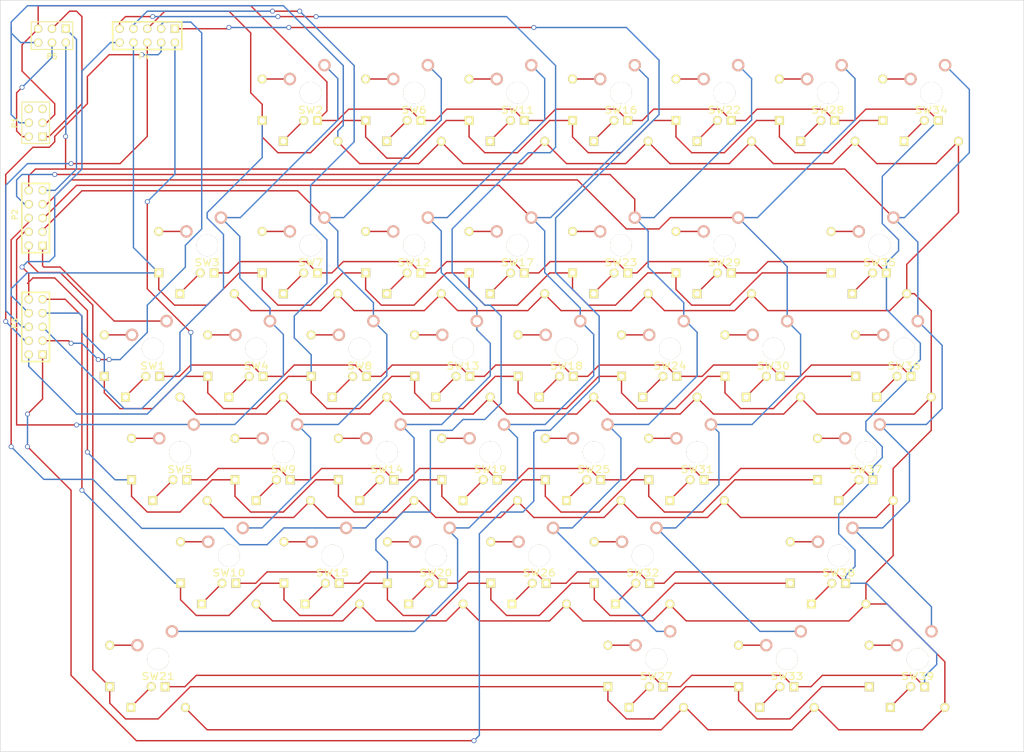
<source format=kicad_pcb>
(kicad_pcb (version 3) (host pcbnew "(2013-07-07 BZR 4022)-stable")

  (general
    (links 250)
    (no_connects 0)
    (area 39.949999 27.949999 228.050001 166.050001)
    (thickness 1.6)
    (drawings 4)
    (tracks 997)
    (zones 0)
    (modules 44)
    (nets 103)
  )

  (page A3)
  (layers
    (15 F.Cu signal)
    (0 B.Cu signal)
    (16 B.Adhes user)
    (17 F.Adhes user)
    (18 B.Paste user)
    (19 F.Paste user)
    (20 B.SilkS user)
    (21 F.SilkS user)
    (22 B.Mask user)
    (23 F.Mask user)
    (24 Dwgs.User user)
    (25 Cmts.User user)
    (26 Eco1.User user)
    (27 Eco2.User user)
    (28 Edge.Cuts user)
  )

  (setup
    (last_trace_width 0.254)
    (trace_clearance 0.254)
    (zone_clearance 0.508)
    (zone_45_only no)
    (trace_min 0.254)
    (segment_width 0.2)
    (edge_width 0.1)
    (via_size 0.889)
    (via_drill 0.635)
    (via_min_size 0.889)
    (via_min_drill 0.508)
    (uvia_size 0.508)
    (uvia_drill 0.127)
    (uvias_allowed no)
    (uvia_min_size 0.508)
    (uvia_min_drill 0.127)
    (pcb_text_width 0.3)
    (pcb_text_size 1.5 1.5)
    (mod_edge_width 0.15)
    (mod_text_size 1 1)
    (mod_text_width 0.15)
    (pad_size 1.524 1.524)
    (pad_drill 1.016)
    (pad_to_mask_clearance 0)
    (aux_axis_origin 0 0)
    (visible_elements 7FFFFFFF)
    (pcbplotparams
      (layerselection 284196865)
      (usegerberextensions true)
      (excludeedgelayer true)
      (linewidth 0.150000)
      (plotframeref false)
      (viasonmask false)
      (mode 1)
      (useauxorigin false)
      (hpglpennumber 1)
      (hpglpenspeed 20)
      (hpglpendiameter 15)
      (hpglpenoverlay 2)
      (psnegative false)
      (psa4output false)
      (plotreference true)
      (plotvalue true)
      (plotothertext true)
      (plotinvisibletext false)
      (padsonsilk false)
      (subtractmaskfromsilk false)
      (outputformat 1)
      (mirror false)
      (drillshape 0)
      (scaleselection 1)
      (outputdirectory ""))
  )

  (net 0 "")
  (net 1 N-000001)
  (net 2 N-0000010)
  (net 3 N-00000100)
  (net 4 N-00000101)
  (net 5 N-00000102)
  (net 6 N-0000011)
  (net 7 N-0000012)
  (net 8 N-0000013)
  (net 9 N-0000014)
  (net 10 N-0000015)
  (net 11 N-0000016)
  (net 12 N-0000017)
  (net 13 N-0000018)
  (net 14 N-0000019)
  (net 15 N-000002)
  (net 16 N-0000020)
  (net 17 N-0000021)
  (net 18 N-0000022)
  (net 19 N-0000023)
  (net 20 N-0000024)
  (net 21 N-0000025)
  (net 22 N-0000026)
  (net 23 N-0000027)
  (net 24 N-0000028)
  (net 25 N-0000029)
  (net 26 N-000003)
  (net 27 N-0000030)
  (net 28 N-0000031)
  (net 29 N-0000032)
  (net 30 N-0000033)
  (net 31 N-0000034)
  (net 32 N-0000035)
  (net 33 N-0000036)
  (net 34 N-0000037)
  (net 35 N-0000038)
  (net 36 N-0000039)
  (net 37 N-000004)
  (net 38 N-0000040)
  (net 39 N-0000041)
  (net 40 N-0000042)
  (net 41 N-0000043)
  (net 42 N-0000044)
  (net 43 N-0000045)
  (net 44 N-0000046)
  (net 45 N-0000047)
  (net 46 N-0000048)
  (net 47 N-0000049)
  (net 48 N-000005)
  (net 49 N-0000050)
  (net 50 N-0000051)
  (net 51 N-0000052)
  (net 52 N-0000053)
  (net 53 N-0000054)
  (net 54 N-0000055)
  (net 55 N-0000056)
  (net 56 N-0000057)
  (net 57 N-0000058)
  (net 58 N-0000059)
  (net 59 N-000006)
  (net 60 N-0000060)
  (net 61 N-0000061)
  (net 62 N-0000062)
  (net 63 N-0000063)
  (net 64 N-0000064)
  (net 65 N-0000065)
  (net 66 N-0000066)
  (net 67 N-0000067)
  (net 68 N-0000068)
  (net 69 N-0000069)
  (net 70 N-000007)
  (net 71 N-0000070)
  (net 72 N-0000071)
  (net 73 N-0000072)
  (net 74 N-0000073)
  (net 75 N-0000074)
  (net 76 N-0000075)
  (net 77 N-0000076)
  (net 78 N-0000077)
  (net 79 N-0000078)
  (net 80 N-0000079)
  (net 81 N-000008)
  (net 82 N-0000080)
  (net 83 N-0000081)
  (net 84 N-0000082)
  (net 85 N-0000083)
  (net 86 N-0000084)
  (net 87 N-0000085)
  (net 88 N-0000086)
  (net 89 N-0000087)
  (net 90 N-0000088)
  (net 91 N-0000089)
  (net 92 N-000009)
  (net 93 N-0000090)
  (net 94 N-0000091)
  (net 95 N-0000092)
  (net 96 N-0000093)
  (net 97 N-0000094)
  (net 98 N-0000095)
  (net 99 N-0000096)
  (net 100 N-0000097)
  (net 101 N-0000098)
  (net 102 N-0000099)

  (net_class Default "This is the default net class."
    (clearance 0.254)
    (trace_width 0.254)
    (via_dia 0.889)
    (via_drill 0.635)
    (uvia_dia 0.508)
    (uvia_drill 0.127)
    (add_net "")
    (add_net N-000001)
    (add_net N-0000010)
    (add_net N-00000100)
    (add_net N-00000101)
    (add_net N-00000102)
    (add_net N-0000011)
    (add_net N-0000012)
    (add_net N-0000013)
    (add_net N-0000014)
    (add_net N-0000015)
    (add_net N-0000016)
    (add_net N-0000017)
    (add_net N-0000018)
    (add_net N-0000019)
    (add_net N-000002)
    (add_net N-0000020)
    (add_net N-0000021)
    (add_net N-0000022)
    (add_net N-0000023)
    (add_net N-0000024)
    (add_net N-0000025)
    (add_net N-0000026)
    (add_net N-0000027)
    (add_net N-0000028)
    (add_net N-0000029)
    (add_net N-000003)
    (add_net N-0000030)
    (add_net N-0000031)
    (add_net N-0000032)
    (add_net N-0000033)
    (add_net N-0000034)
    (add_net N-0000035)
    (add_net N-0000036)
    (add_net N-0000037)
    (add_net N-0000038)
    (add_net N-0000039)
    (add_net N-000004)
    (add_net N-0000040)
    (add_net N-0000041)
    (add_net N-0000042)
    (add_net N-0000043)
    (add_net N-0000044)
    (add_net N-0000045)
    (add_net N-0000046)
    (add_net N-0000047)
    (add_net N-0000048)
    (add_net N-0000049)
    (add_net N-000005)
    (add_net N-0000050)
    (add_net N-0000051)
    (add_net N-0000052)
    (add_net N-0000053)
    (add_net N-0000054)
    (add_net N-0000055)
    (add_net N-0000056)
    (add_net N-0000057)
    (add_net N-0000058)
    (add_net N-0000059)
    (add_net N-000006)
    (add_net N-0000060)
    (add_net N-0000061)
    (add_net N-0000062)
    (add_net N-0000063)
    (add_net N-0000064)
    (add_net N-0000065)
    (add_net N-0000066)
    (add_net N-0000067)
    (add_net N-0000068)
    (add_net N-0000069)
    (add_net N-000007)
    (add_net N-0000070)
    (add_net N-0000071)
    (add_net N-0000072)
    (add_net N-0000073)
    (add_net N-0000074)
    (add_net N-0000075)
    (add_net N-0000076)
    (add_net N-0000077)
    (add_net N-0000078)
    (add_net N-0000079)
    (add_net N-000008)
    (add_net N-0000080)
    (add_net N-0000081)
    (add_net N-0000082)
    (add_net N-0000083)
    (add_net N-0000084)
    (add_net N-0000085)
    (add_net N-0000086)
    (add_net N-0000087)
    (add_net N-0000088)
    (add_net N-0000089)
    (add_net N-000009)
    (add_net N-0000090)
    (add_net N-0000091)
    (add_net N-0000092)
    (add_net N-0000093)
    (add_net N-0000094)
    (add_net N-0000095)
    (add_net N-0000096)
    (add_net N-0000097)
    (add_net N-0000098)
    (add_net N-0000099)
  )

  (module SW_DIODE (layer F.Cu) (tedit 544F28E3) (tstamp 54554697)
    (at 116 45)
    (path /54553605)
    (fp_text reference SW6 (at 0 3.175) (layer F.SilkS)
      (effects (font (size 1.27 1.524) (thickness 0.2032)))
    )
    (fp_text value SW_DIODE (at 0 5.08) (layer F.SilkS) hide
      (effects (font (size 1.27 1.524) (thickness 0.2032)))
    )
    (fp_line (start -6.985 -6.985) (end 6.985 -6.985) (layer Eco2.User) (width 0.1524))
    (fp_line (start 6.985 -6.985) (end 6.985 6.985) (layer Eco2.User) (width 0.1524))
    (fp_line (start 6.985 6.985) (end -6.985 6.985) (layer Eco2.User) (width 0.1524))
    (fp_line (start -6.985 6.985) (end -6.985 -6.985) (layer Eco2.User) (width 0.1524))
    (pad 1 thru_hole circle (at 2.54 -5.08) (size 2.286 2.286) (drill 1.4986)
      (layers *.Cu *.SilkS *.Mask)
      (net 47 N-0000049)
    )
    (pad 2 thru_hole circle (at -3.81 -2.54) (size 2.286 2.286) (drill 1.4986)
      (layers *.Cu *.SilkS *.Mask)
      (net 67 N-0000067)
    )
    (pad HOLE thru_hole circle (at 0 0) (size 3.9878 3.9878) (drill 3.9878)
      (layers *.Cu *.Mask F.SilkS)
    )
    (pad 3 thru_hole circle (at -8.89 -2.54) (size 1.651 1.651) (drill 0.9906)
      (layers *.Cu *.Mask F.SilkS)
      (net 67 N-0000067)
    )
    (pad 4 thru_hole rect (at -8.89 5.08) (size 1.651 1.651) (drill 0.9906)
      (layers *.Cu *.Mask F.SilkS)
      (net 42 N-0000044)
    )
    (pad 7 thru_hole circle (at -1.27 5.08) (size 1.651 1.651) (drill 0.9906)
      (layers *.Cu *.Mask F.SilkS)
      (net 68 N-0000068)
    )
    (pad 8 thru_hole rect (at 1.27 5.08) (size 1.651 1.651) (drill 0.9906)
      (layers *.Cu *.Mask F.SilkS)
      (net 1 N-000001)
    )
    (pad 6 thru_hole rect (at -5 8.89) (size 1.651 1.651) (drill 0.9906)
      (layers *.Cu *.Mask F.SilkS)
      (net 68 N-0000068)
    )
    (pad 5 thru_hole circle (at 5 8.89) (size 1.651 1.651) (drill 0.9906)
      (layers *.Cu *.Mask F.SilkS)
      (net 15 N-000002)
    )
  )

  (module SW_DIODE (layer F.Cu) (tedit 544F28E3) (tstamp 545546A8)
    (at 144 92)
    (path /545535C9)
    (fp_text reference SW18 (at 0 3.175) (layer F.SilkS)
      (effects (font (size 1.27 1.524) (thickness 0.2032)))
    )
    (fp_text value SW_DIODE (at 0 5.08) (layer F.SilkS) hide
      (effects (font (size 1.27 1.524) (thickness 0.2032)))
    )
    (fp_line (start -6.985 -6.985) (end 6.985 -6.985) (layer Eco2.User) (width 0.1524))
    (fp_line (start 6.985 -6.985) (end 6.985 6.985) (layer Eco2.User) (width 0.1524))
    (fp_line (start 6.985 6.985) (end -6.985 6.985) (layer Eco2.User) (width 0.1524))
    (fp_line (start -6.985 6.985) (end -6.985 -6.985) (layer Eco2.User) (width 0.1524))
    (pad 1 thru_hole circle (at 2.54 -5.08) (size 2.286 2.286) (drill 1.4986)
      (layers *.Cu *.SilkS *.Mask)
      (net 45 N-0000047)
    )
    (pad 2 thru_hole circle (at -3.81 -2.54) (size 2.286 2.286) (drill 1.4986)
      (layers *.Cu *.SilkS *.Mask)
      (net 55 N-0000056)
    )
    (pad HOLE thru_hole circle (at 0 0) (size 3.9878 3.9878) (drill 3.9878)
      (layers *.Cu *.Mask F.SilkS)
    )
    (pad 3 thru_hole circle (at -8.89 -2.54) (size 1.651 1.651) (drill 0.9906)
      (layers *.Cu *.Mask F.SilkS)
      (net 55 N-0000056)
    )
    (pad 4 thru_hole rect (at -8.89 5.08) (size 1.651 1.651) (drill 0.9906)
      (layers *.Cu *.Mask F.SilkS)
      (net 40 N-0000042)
    )
    (pad 7 thru_hole circle (at -1.27 5.08) (size 1.651 1.651) (drill 0.9906)
      (layers *.Cu *.Mask F.SilkS)
      (net 4 N-00000101)
    )
    (pad 8 thru_hole rect (at 1.27 5.08) (size 1.651 1.651) (drill 0.9906)
      (layers *.Cu *.Mask F.SilkS)
      (net 1 N-000001)
    )
    (pad 6 thru_hole rect (at -5 8.89) (size 1.651 1.651) (drill 0.9906)
      (layers *.Cu *.Mask F.SilkS)
      (net 4 N-00000101)
    )
    (pad 5 thru_hole circle (at 5 8.89) (size 1.651 1.651) (drill 0.9906)
      (layers *.Cu *.Mask F.SilkS)
      (net 15 N-000002)
    )
  )

  (module SW_DIODE (layer F.Cu) (tedit 544F28E3) (tstamp 545546B9)
    (at 130 111)
    (path /545535CF)
    (fp_text reference SW19 (at 0 3.175) (layer F.SilkS)
      (effects (font (size 1.27 1.524) (thickness 0.2032)))
    )
    (fp_text value SW_DIODE (at 0 5.08) (layer F.SilkS) hide
      (effects (font (size 1.27 1.524) (thickness 0.2032)))
    )
    (fp_line (start -6.985 -6.985) (end 6.985 -6.985) (layer Eco2.User) (width 0.1524))
    (fp_line (start 6.985 -6.985) (end 6.985 6.985) (layer Eco2.User) (width 0.1524))
    (fp_line (start 6.985 6.985) (end -6.985 6.985) (layer Eco2.User) (width 0.1524))
    (fp_line (start -6.985 6.985) (end -6.985 -6.985) (layer Eco2.User) (width 0.1524))
    (pad 1 thru_hole circle (at 2.54 -5.08) (size 2.286 2.286) (drill 1.4986)
      (layers *.Cu *.SilkS *.Mask)
      (net 45 N-0000047)
    )
    (pad 2 thru_hole circle (at -3.81 -2.54) (size 2.286 2.286) (drill 1.4986)
      (layers *.Cu *.SilkS *.Mask)
      (net 56 N-0000057)
    )
    (pad HOLE thru_hole circle (at 0 0) (size 3.9878 3.9878) (drill 3.9878)
      (layers *.Cu *.Mask F.SilkS)
    )
    (pad 3 thru_hole circle (at -8.89 -2.54) (size 1.651 1.651) (drill 0.9906)
      (layers *.Cu *.Mask F.SilkS)
      (net 56 N-0000057)
    )
    (pad 4 thru_hole rect (at -8.89 5.08) (size 1.651 1.651) (drill 0.9906)
      (layers *.Cu *.Mask F.SilkS)
      (net 41 N-0000043)
    )
    (pad 7 thru_hole circle (at -1.27 5.08) (size 1.651 1.651) (drill 0.9906)
      (layers *.Cu *.Mask F.SilkS)
      (net 57 N-0000058)
    )
    (pad 8 thru_hole rect (at 1.27 5.08) (size 1.651 1.651) (drill 0.9906)
      (layers *.Cu *.Mask F.SilkS)
      (net 1 N-000001)
    )
    (pad 6 thru_hole rect (at -5 8.89) (size 1.651 1.651) (drill 0.9906)
      (layers *.Cu *.Mask F.SilkS)
      (net 57 N-0000058)
    )
    (pad 5 thru_hole circle (at 5 8.89) (size 1.651 1.651) (drill 0.9906)
      (layers *.Cu *.Mask F.SilkS)
      (net 15 N-000002)
    )
  )

  (module SW_DIODE (layer F.Cu) (tedit 544F28E3) (tstamp 545546CA)
    (at 120 130)
    (path /545535D5)
    (fp_text reference SW20 (at 0 3.175) (layer F.SilkS)
      (effects (font (size 1.27 1.524) (thickness 0.2032)))
    )
    (fp_text value SW_DIODE (at 0 5.08) (layer F.SilkS) hide
      (effects (font (size 1.27 1.524) (thickness 0.2032)))
    )
    (fp_line (start -6.985 -6.985) (end 6.985 -6.985) (layer Eco2.User) (width 0.1524))
    (fp_line (start 6.985 -6.985) (end 6.985 6.985) (layer Eco2.User) (width 0.1524))
    (fp_line (start 6.985 6.985) (end -6.985 6.985) (layer Eco2.User) (width 0.1524))
    (fp_line (start -6.985 6.985) (end -6.985 -6.985) (layer Eco2.User) (width 0.1524))
    (pad 1 thru_hole circle (at 2.54 -5.08) (size 2.286 2.286) (drill 1.4986)
      (layers *.Cu *.SilkS *.Mask)
      (net 45 N-0000047)
    )
    (pad 2 thru_hole circle (at -3.81 -2.54) (size 2.286 2.286) (drill 1.4986)
      (layers *.Cu *.SilkS *.Mask)
      (net 58 N-0000059)
    )
    (pad HOLE thru_hole circle (at 0 0) (size 3.9878 3.9878) (drill 3.9878)
      (layers *.Cu *.Mask F.SilkS)
    )
    (pad 3 thru_hole circle (at -8.89 -2.54) (size 1.651 1.651) (drill 0.9906)
      (layers *.Cu *.Mask F.SilkS)
      (net 58 N-0000059)
    )
    (pad 4 thru_hole rect (at -8.89 5.08) (size 1.651 1.651) (drill 0.9906)
      (layers *.Cu *.Mask F.SilkS)
      (net 43 N-0000045)
    )
    (pad 7 thru_hole circle (at -1.27 5.08) (size 1.651 1.651) (drill 0.9906)
      (layers *.Cu *.Mask F.SilkS)
      (net 24 N-0000028)
    )
    (pad 8 thru_hole rect (at 1.27 5.08) (size 1.651 1.651) (drill 0.9906)
      (layers *.Cu *.Mask F.SilkS)
      (net 1 N-000001)
    )
    (pad 6 thru_hole rect (at -5 8.89) (size 1.651 1.651) (drill 0.9906)
      (layers *.Cu *.Mask F.SilkS)
      (net 24 N-0000028)
    )
    (pad 5 thru_hole circle (at 5 8.89) (size 1.651 1.651) (drill 0.9906)
      (layers *.Cu *.Mask F.SilkS)
      (net 15 N-000002)
    )
  )

  (module SW_DIODE (layer F.Cu) (tedit 544F28E3) (tstamp 545546DB)
    (at 69 149)
    (path /545535DB)
    (fp_text reference SW21 (at 0 3.175) (layer F.SilkS)
      (effects (font (size 1.27 1.524) (thickness 0.2032)))
    )
    (fp_text value SW_DIODE (at 0 5.08) (layer F.SilkS) hide
      (effects (font (size 1.27 1.524) (thickness 0.2032)))
    )
    (fp_line (start -6.985 -6.985) (end 6.985 -6.985) (layer Eco2.User) (width 0.1524))
    (fp_line (start 6.985 -6.985) (end 6.985 6.985) (layer Eco2.User) (width 0.1524))
    (fp_line (start 6.985 6.985) (end -6.985 6.985) (layer Eco2.User) (width 0.1524))
    (fp_line (start -6.985 6.985) (end -6.985 -6.985) (layer Eco2.User) (width 0.1524))
    (pad 1 thru_hole circle (at 2.54 -5.08) (size 2.286 2.286) (drill 1.4986)
      (layers *.Cu *.SilkS *.Mask)
      (net 45 N-0000047)
    )
    (pad 2 thru_hole circle (at -3.81 -2.54) (size 2.286 2.286) (drill 1.4986)
      (layers *.Cu *.SilkS *.Mask)
      (net 25 N-0000029)
    )
    (pad HOLE thru_hole circle (at 0 0) (size 3.9878 3.9878) (drill 3.9878)
      (layers *.Cu *.Mask F.SilkS)
    )
    (pad 3 thru_hole circle (at -8.89 -2.54) (size 1.651 1.651) (drill 0.9906)
      (layers *.Cu *.Mask F.SilkS)
      (net 25 N-0000029)
    )
    (pad 4 thru_hole rect (at -8.89 5.08) (size 1.651 1.651) (drill 0.9906)
      (layers *.Cu *.Mask F.SilkS)
      (net 50 N-0000051)
    )
    (pad 7 thru_hole circle (at -1.27 5.08) (size 1.651 1.651) (drill 0.9906)
      (layers *.Cu *.Mask F.SilkS)
      (net 27 N-0000030)
    )
    (pad 8 thru_hole rect (at 1.27 5.08) (size 1.651 1.651) (drill 0.9906)
      (layers *.Cu *.Mask F.SilkS)
      (net 1 N-000001)
    )
    (pad 6 thru_hole rect (at -5 8.89) (size 1.651 1.651) (drill 0.9906)
      (layers *.Cu *.Mask F.SilkS)
      (net 27 N-0000030)
    )
    (pad 5 thru_hole circle (at 5 8.89) (size 1.651 1.651) (drill 0.9906)
      (layers *.Cu *.Mask F.SilkS)
      (net 15 N-000002)
    )
  )

  (module SW_DIODE (layer F.Cu) (tedit 544F28E3) (tstamp 545546EC)
    (at 135 45)
    (path /545535E1)
    (fp_text reference SW11 (at 0 3.175) (layer F.SilkS)
      (effects (font (size 1.27 1.524) (thickness 0.2032)))
    )
    (fp_text value SW_DIODE (at 0 5.08) (layer F.SilkS) hide
      (effects (font (size 1.27 1.524) (thickness 0.2032)))
    )
    (fp_line (start -6.985 -6.985) (end 6.985 -6.985) (layer Eco2.User) (width 0.1524))
    (fp_line (start 6.985 -6.985) (end 6.985 6.985) (layer Eco2.User) (width 0.1524))
    (fp_line (start 6.985 6.985) (end -6.985 6.985) (layer Eco2.User) (width 0.1524))
    (fp_line (start -6.985 6.985) (end -6.985 -6.985) (layer Eco2.User) (width 0.1524))
    (pad 1 thru_hole circle (at 2.54 -5.08) (size 2.286 2.286) (drill 1.4986)
      (layers *.Cu *.SilkS *.Mask)
      (net 46 N-0000048)
    )
    (pad 2 thru_hole circle (at -3.81 -2.54) (size 2.286 2.286) (drill 1.4986)
      (layers *.Cu *.SilkS *.Mask)
      (net 71 N-0000070)
    )
    (pad HOLE thru_hole circle (at 0 0) (size 3.9878 3.9878) (drill 3.9878)
      (layers *.Cu *.Mask F.SilkS)
    )
    (pad 3 thru_hole circle (at -8.89 -2.54) (size 1.651 1.651) (drill 0.9906)
      (layers *.Cu *.Mask F.SilkS)
      (net 71 N-0000070)
    )
    (pad 4 thru_hole rect (at -8.89 5.08) (size 1.651 1.651) (drill 0.9906)
      (layers *.Cu *.Mask F.SilkS)
      (net 42 N-0000044)
    )
    (pad 7 thru_hole circle (at -1.27 5.08) (size 1.651 1.651) (drill 0.9906)
      (layers *.Cu *.Mask F.SilkS)
      (net 72 N-0000071)
    )
    (pad 8 thru_hole rect (at 1.27 5.08) (size 1.651 1.651) (drill 0.9906)
      (layers *.Cu *.Mask F.SilkS)
      (net 1 N-000001)
    )
    (pad 6 thru_hole rect (at -5 8.89) (size 1.651 1.651) (drill 0.9906)
      (layers *.Cu *.Mask F.SilkS)
      (net 72 N-0000071)
    )
    (pad 5 thru_hole circle (at 5 8.89) (size 1.651 1.651) (drill 0.9906)
      (layers *.Cu *.Mask F.SilkS)
      (net 15 N-000002)
    )
  )

  (module SW_DIODE (layer F.Cu) (tedit 544F28E3) (tstamp 545546FD)
    (at 116 73)
    (path /545535E7)
    (fp_text reference SW12 (at 0 3.175) (layer F.SilkS)
      (effects (font (size 1.27 1.524) (thickness 0.2032)))
    )
    (fp_text value SW_DIODE (at 0 5.08) (layer F.SilkS) hide
      (effects (font (size 1.27 1.524) (thickness 0.2032)))
    )
    (fp_line (start -6.985 -6.985) (end 6.985 -6.985) (layer Eco2.User) (width 0.1524))
    (fp_line (start 6.985 -6.985) (end 6.985 6.985) (layer Eco2.User) (width 0.1524))
    (fp_line (start 6.985 6.985) (end -6.985 6.985) (layer Eco2.User) (width 0.1524))
    (fp_line (start -6.985 6.985) (end -6.985 -6.985) (layer Eco2.User) (width 0.1524))
    (pad 1 thru_hole circle (at 2.54 -5.08) (size 2.286 2.286) (drill 1.4986)
      (layers *.Cu *.SilkS *.Mask)
      (net 46 N-0000048)
    )
    (pad 2 thru_hole circle (at -3.81 -2.54) (size 2.286 2.286) (drill 1.4986)
      (layers *.Cu *.SilkS *.Mask)
      (net 73 N-0000072)
    )
    (pad HOLE thru_hole circle (at 0 0) (size 3.9878 3.9878) (drill 3.9878)
      (layers *.Cu *.Mask F.SilkS)
    )
    (pad 3 thru_hole circle (at -8.89 -2.54) (size 1.651 1.651) (drill 0.9906)
      (layers *.Cu *.Mask F.SilkS)
      (net 73 N-0000072)
    )
    (pad 4 thru_hole rect (at -8.89 5.08) (size 1.651 1.651) (drill 0.9906)
      (layers *.Cu *.Mask F.SilkS)
      (net 44 N-0000046)
    )
    (pad 7 thru_hole circle (at -1.27 5.08) (size 1.651 1.651) (drill 0.9906)
      (layers *.Cu *.Mask F.SilkS)
      (net 74 N-0000073)
    )
    (pad 8 thru_hole rect (at 1.27 5.08) (size 1.651 1.651) (drill 0.9906)
      (layers *.Cu *.Mask F.SilkS)
      (net 1 N-000001)
    )
    (pad 6 thru_hole rect (at -5 8.89) (size 1.651 1.651) (drill 0.9906)
      (layers *.Cu *.Mask F.SilkS)
      (net 74 N-0000073)
    )
    (pad 5 thru_hole circle (at 5 8.89) (size 1.651 1.651) (drill 0.9906)
      (layers *.Cu *.Mask F.SilkS)
      (net 15 N-000002)
    )
  )

  (module SW_DIODE (layer F.Cu) (tedit 544F28E3) (tstamp 5455470E)
    (at 125 92)
    (path /545535ED)
    (fp_text reference SW13 (at 0 3.175) (layer F.SilkS)
      (effects (font (size 1.27 1.524) (thickness 0.2032)))
    )
    (fp_text value SW_DIODE (at 0 5.08) (layer F.SilkS) hide
      (effects (font (size 1.27 1.524) (thickness 0.2032)))
    )
    (fp_line (start -6.985 -6.985) (end 6.985 -6.985) (layer Eco2.User) (width 0.1524))
    (fp_line (start 6.985 -6.985) (end 6.985 6.985) (layer Eco2.User) (width 0.1524))
    (fp_line (start 6.985 6.985) (end -6.985 6.985) (layer Eco2.User) (width 0.1524))
    (fp_line (start -6.985 6.985) (end -6.985 -6.985) (layer Eco2.User) (width 0.1524))
    (pad 1 thru_hole circle (at 2.54 -5.08) (size 2.286 2.286) (drill 1.4986)
      (layers *.Cu *.SilkS *.Mask)
      (net 46 N-0000048)
    )
    (pad 2 thru_hole circle (at -3.81 -2.54) (size 2.286 2.286) (drill 1.4986)
      (layers *.Cu *.SilkS *.Mask)
      (net 75 N-0000074)
    )
    (pad HOLE thru_hole circle (at 0 0) (size 3.9878 3.9878) (drill 3.9878)
      (layers *.Cu *.Mask F.SilkS)
    )
    (pad 3 thru_hole circle (at -8.89 -2.54) (size 1.651 1.651) (drill 0.9906)
      (layers *.Cu *.Mask F.SilkS)
      (net 75 N-0000074)
    )
    (pad 4 thru_hole rect (at -8.89 5.08) (size 1.651 1.651) (drill 0.9906)
      (layers *.Cu *.Mask F.SilkS)
      (net 40 N-0000042)
    )
    (pad 7 thru_hole circle (at -1.27 5.08) (size 1.651 1.651) (drill 0.9906)
      (layers *.Cu *.Mask F.SilkS)
      (net 76 N-0000075)
    )
    (pad 8 thru_hole rect (at 1.27 5.08) (size 1.651 1.651) (drill 0.9906)
      (layers *.Cu *.Mask F.SilkS)
      (net 1 N-000001)
    )
    (pad 6 thru_hole rect (at -5 8.89) (size 1.651 1.651) (drill 0.9906)
      (layers *.Cu *.Mask F.SilkS)
      (net 76 N-0000075)
    )
    (pad 5 thru_hole circle (at 5 8.89) (size 1.651 1.651) (drill 0.9906)
      (layers *.Cu *.Mask F.SilkS)
      (net 15 N-000002)
    )
  )

  (module SW_DIODE (layer F.Cu) (tedit 544F28E3) (tstamp 5455471F)
    (at 111 111)
    (path /545535F3)
    (fp_text reference SW14 (at 0 3.175) (layer F.SilkS)
      (effects (font (size 1.27 1.524) (thickness 0.2032)))
    )
    (fp_text value SW_DIODE (at 0 5.08) (layer F.SilkS) hide
      (effects (font (size 1.27 1.524) (thickness 0.2032)))
    )
    (fp_line (start -6.985 -6.985) (end 6.985 -6.985) (layer Eco2.User) (width 0.1524))
    (fp_line (start 6.985 -6.985) (end 6.985 6.985) (layer Eco2.User) (width 0.1524))
    (fp_line (start 6.985 6.985) (end -6.985 6.985) (layer Eco2.User) (width 0.1524))
    (fp_line (start -6.985 6.985) (end -6.985 -6.985) (layer Eco2.User) (width 0.1524))
    (pad 1 thru_hole circle (at 2.54 -5.08) (size 2.286 2.286) (drill 1.4986)
      (layers *.Cu *.SilkS *.Mask)
      (net 46 N-0000048)
    )
    (pad 2 thru_hole circle (at -3.81 -2.54) (size 2.286 2.286) (drill 1.4986)
      (layers *.Cu *.SilkS *.Mask)
      (net 77 N-0000076)
    )
    (pad HOLE thru_hole circle (at 0 0) (size 3.9878 3.9878) (drill 3.9878)
      (layers *.Cu *.Mask F.SilkS)
    )
    (pad 3 thru_hole circle (at -8.89 -2.54) (size 1.651 1.651) (drill 0.9906)
      (layers *.Cu *.Mask F.SilkS)
      (net 77 N-0000076)
    )
    (pad 4 thru_hole rect (at -8.89 5.08) (size 1.651 1.651) (drill 0.9906)
      (layers *.Cu *.Mask F.SilkS)
      (net 41 N-0000043)
    )
    (pad 7 thru_hole circle (at -1.27 5.08) (size 1.651 1.651) (drill 0.9906)
      (layers *.Cu *.Mask F.SilkS)
      (net 65 N-0000065)
    )
    (pad 8 thru_hole rect (at 1.27 5.08) (size 1.651 1.651) (drill 0.9906)
      (layers *.Cu *.Mask F.SilkS)
      (net 1 N-000001)
    )
    (pad 6 thru_hole rect (at -5 8.89) (size 1.651 1.651) (drill 0.9906)
      (layers *.Cu *.Mask F.SilkS)
      (net 65 N-0000065)
    )
    (pad 5 thru_hole circle (at 5 8.89) (size 1.651 1.651) (drill 0.9906)
      (layers *.Cu *.Mask F.SilkS)
      (net 15 N-000002)
    )
  )

  (module SW_DIODE (layer F.Cu) (tedit 544F28E3) (tstamp 54554730)
    (at 101 130)
    (path /545535F9)
    (fp_text reference SW15 (at 0 3.175) (layer F.SilkS)
      (effects (font (size 1.27 1.524) (thickness 0.2032)))
    )
    (fp_text value SW_DIODE (at 0 5.08) (layer F.SilkS) hide
      (effects (font (size 1.27 1.524) (thickness 0.2032)))
    )
    (fp_line (start -6.985 -6.985) (end 6.985 -6.985) (layer Eco2.User) (width 0.1524))
    (fp_line (start 6.985 -6.985) (end 6.985 6.985) (layer Eco2.User) (width 0.1524))
    (fp_line (start 6.985 6.985) (end -6.985 6.985) (layer Eco2.User) (width 0.1524))
    (fp_line (start -6.985 6.985) (end -6.985 -6.985) (layer Eco2.User) (width 0.1524))
    (pad 1 thru_hole circle (at 2.54 -5.08) (size 2.286 2.286) (drill 1.4986)
      (layers *.Cu *.SilkS *.Mask)
      (net 46 N-0000048)
    )
    (pad 2 thru_hole circle (at -3.81 -2.54) (size 2.286 2.286) (drill 1.4986)
      (layers *.Cu *.SilkS *.Mask)
      (net 66 N-0000066)
    )
    (pad HOLE thru_hole circle (at 0 0) (size 3.9878 3.9878) (drill 3.9878)
      (layers *.Cu *.Mask F.SilkS)
    )
    (pad 3 thru_hole circle (at -8.89 -2.54) (size 1.651 1.651) (drill 0.9906)
      (layers *.Cu *.Mask F.SilkS)
      (net 66 N-0000066)
    )
    (pad 4 thru_hole rect (at -8.89 5.08) (size 1.651 1.651) (drill 0.9906)
      (layers *.Cu *.Mask F.SilkS)
      (net 43 N-0000045)
    )
    (pad 7 thru_hole circle (at -1.27 5.08) (size 1.651 1.651) (drill 0.9906)
      (layers *.Cu *.Mask F.SilkS)
      (net 28 N-0000031)
    )
    (pad 8 thru_hole rect (at 1.27 5.08) (size 1.651 1.651) (drill 0.9906)
      (layers *.Cu *.Mask F.SilkS)
      (net 1 N-000001)
    )
    (pad 6 thru_hole rect (at -5 8.89) (size 1.651 1.651) (drill 0.9906)
      (layers *.Cu *.Mask F.SilkS)
      (net 28 N-0000031)
    )
    (pad 5 thru_hole circle (at 5 8.89) (size 1.651 1.651) (drill 0.9906)
      (layers *.Cu *.Mask F.SilkS)
      (net 15 N-000002)
    )
  )

  (module SW_DIODE (layer F.Cu) (tedit 544F28E3) (tstamp 54554741)
    (at 211 45)
    (path /54553546)
    (fp_text reference SW34 (at 0 3.175) (layer F.SilkS)
      (effects (font (size 1.27 1.524) (thickness 0.2032)))
    )
    (fp_text value SW_DIODE (at 0 5.08) (layer F.SilkS) hide
      (effects (font (size 1.27 1.524) (thickness 0.2032)))
    )
    (fp_line (start -6.985 -6.985) (end 6.985 -6.985) (layer Eco2.User) (width 0.1524))
    (fp_line (start 6.985 -6.985) (end 6.985 6.985) (layer Eco2.User) (width 0.1524))
    (fp_line (start 6.985 6.985) (end -6.985 6.985) (layer Eco2.User) (width 0.1524))
    (fp_line (start -6.985 6.985) (end -6.985 -6.985) (layer Eco2.User) (width 0.1524))
    (pad 1 thru_hole circle (at 2.54 -5.08) (size 2.286 2.286) (drill 1.4986)
      (layers *.Cu *.SilkS *.Mask)
      (net 51 N-0000052)
    )
    (pad 2 thru_hole circle (at -3.81 -2.54) (size 2.286 2.286) (drill 1.4986)
      (layers *.Cu *.SilkS *.Mask)
      (net 84 N-0000082)
    )
    (pad HOLE thru_hole circle (at 0 0) (size 3.9878 3.9878) (drill 3.9878)
      (layers *.Cu *.Mask F.SilkS)
    )
    (pad 3 thru_hole circle (at -8.89 -2.54) (size 1.651 1.651) (drill 0.9906)
      (layers *.Cu *.Mask F.SilkS)
      (net 84 N-0000082)
    )
    (pad 4 thru_hole rect (at -8.89 5.08) (size 1.651 1.651) (drill 0.9906)
      (layers *.Cu *.Mask F.SilkS)
      (net 42 N-0000044)
    )
    (pad 7 thru_hole circle (at -1.27 5.08) (size 1.651 1.651) (drill 0.9906)
      (layers *.Cu *.Mask F.SilkS)
      (net 5 N-00000102)
    )
    (pad 8 thru_hole rect (at 1.27 5.08) (size 1.651 1.651) (drill 0.9906)
      (layers *.Cu *.Mask F.SilkS)
      (net 1 N-000001)
    )
    (pad 6 thru_hole rect (at -5 8.89) (size 1.651 1.651) (drill 0.9906)
      (layers *.Cu *.Mask F.SilkS)
      (net 5 N-00000102)
    )
    (pad 5 thru_hole circle (at 5 8.89) (size 1.651 1.651) (drill 0.9906)
      (layers *.Cu *.Mask F.SilkS)
      (net 15 N-000002)
    )
  )

  (module SW_DIODE (layer F.Cu) (tedit 544F28E3) (tstamp 54554752)
    (at 97 73)
    (path /5455360B)
    (fp_text reference SW7 (at 0 3.175) (layer F.SilkS)
      (effects (font (size 1.27 1.524) (thickness 0.2032)))
    )
    (fp_text value SW_DIODE (at 0 5.08) (layer F.SilkS) hide
      (effects (font (size 1.27 1.524) (thickness 0.2032)))
    )
    (fp_line (start -6.985 -6.985) (end 6.985 -6.985) (layer Eco2.User) (width 0.1524))
    (fp_line (start 6.985 -6.985) (end 6.985 6.985) (layer Eco2.User) (width 0.1524))
    (fp_line (start 6.985 6.985) (end -6.985 6.985) (layer Eco2.User) (width 0.1524))
    (fp_line (start -6.985 6.985) (end -6.985 -6.985) (layer Eco2.User) (width 0.1524))
    (pad 1 thru_hole circle (at 2.54 -5.08) (size 2.286 2.286) (drill 1.4986)
      (layers *.Cu *.SilkS *.Mask)
      (net 47 N-0000049)
    )
    (pad 2 thru_hole circle (at -3.81 -2.54) (size 2.286 2.286) (drill 1.4986)
      (layers *.Cu *.SilkS *.Mask)
      (net 69 N-0000069)
    )
    (pad HOLE thru_hole circle (at 0 0) (size 3.9878 3.9878) (drill 3.9878)
      (layers *.Cu *.Mask F.SilkS)
    )
    (pad 3 thru_hole circle (at -8.89 -2.54) (size 1.651 1.651) (drill 0.9906)
      (layers *.Cu *.Mask F.SilkS)
      (net 69 N-0000069)
    )
    (pad 4 thru_hole rect (at -8.89 5.08) (size 1.651 1.651) (drill 0.9906)
      (layers *.Cu *.Mask F.SilkS)
      (net 44 N-0000046)
    )
    (pad 7 thru_hole circle (at -1.27 5.08) (size 1.651 1.651) (drill 0.9906)
      (layers *.Cu *.Mask F.SilkS)
      (net 10 N-0000015)
    )
    (pad 8 thru_hole rect (at 1.27 5.08) (size 1.651 1.651) (drill 0.9906)
      (layers *.Cu *.Mask F.SilkS)
      (net 1 N-000001)
    )
    (pad 6 thru_hole rect (at -5 8.89) (size 1.651 1.651) (drill 0.9906)
      (layers *.Cu *.Mask F.SilkS)
      (net 10 N-0000015)
    )
    (pad 5 thru_hole circle (at 5 8.89) (size 1.651 1.651) (drill 0.9906)
      (layers *.Cu *.Mask F.SilkS)
      (net 15 N-000002)
    )
  )

  (module SW_DIODE (layer F.Cu) (tedit 544F28E3) (tstamp 54554763)
    (at 106 92)
    (path /54553611)
    (fp_text reference SW8 (at 0 3.175) (layer F.SilkS)
      (effects (font (size 1.27 1.524) (thickness 0.2032)))
    )
    (fp_text value SW_DIODE (at 0 5.08) (layer F.SilkS) hide
      (effects (font (size 1.27 1.524) (thickness 0.2032)))
    )
    (fp_line (start -6.985 -6.985) (end 6.985 -6.985) (layer Eco2.User) (width 0.1524))
    (fp_line (start 6.985 -6.985) (end 6.985 6.985) (layer Eco2.User) (width 0.1524))
    (fp_line (start 6.985 6.985) (end -6.985 6.985) (layer Eco2.User) (width 0.1524))
    (fp_line (start -6.985 6.985) (end -6.985 -6.985) (layer Eco2.User) (width 0.1524))
    (pad 1 thru_hole circle (at 2.54 -5.08) (size 2.286 2.286) (drill 1.4986)
      (layers *.Cu *.SilkS *.Mask)
      (net 47 N-0000049)
    )
    (pad 2 thru_hole circle (at -3.81 -2.54) (size 2.286 2.286) (drill 1.4986)
      (layers *.Cu *.SilkS *.Mask)
      (net 11 N-0000016)
    )
    (pad HOLE thru_hole circle (at 0 0) (size 3.9878 3.9878) (drill 3.9878)
      (layers *.Cu *.Mask F.SilkS)
    )
    (pad 3 thru_hole circle (at -8.89 -2.54) (size 1.651 1.651) (drill 0.9906)
      (layers *.Cu *.Mask F.SilkS)
      (net 11 N-0000016)
    )
    (pad 4 thru_hole rect (at -8.89 5.08) (size 1.651 1.651) (drill 0.9906)
      (layers *.Cu *.Mask F.SilkS)
      (net 40 N-0000042)
    )
    (pad 7 thru_hole circle (at -1.27 5.08) (size 1.651 1.651) (drill 0.9906)
      (layers *.Cu *.Mask F.SilkS)
      (net 12 N-0000017)
    )
    (pad 8 thru_hole rect (at 1.27 5.08) (size 1.651 1.651) (drill 0.9906)
      (layers *.Cu *.Mask F.SilkS)
      (net 1 N-000001)
    )
    (pad 6 thru_hole rect (at -5 8.89) (size 1.651 1.651) (drill 0.9906)
      (layers *.Cu *.Mask F.SilkS)
      (net 12 N-0000017)
    )
    (pad 5 thru_hole circle (at 5 8.89) (size 1.651 1.651) (drill 0.9906)
      (layers *.Cu *.Mask F.SilkS)
      (net 15 N-000002)
    )
  )

  (module SW_DIODE (layer F.Cu) (tedit 544F28E3) (tstamp 54554774)
    (at 92 111)
    (path /54553617)
    (fp_text reference SW9 (at 0 3.175) (layer F.SilkS)
      (effects (font (size 1.27 1.524) (thickness 0.2032)))
    )
    (fp_text value SW_DIODE (at 0 5.08) (layer F.SilkS) hide
      (effects (font (size 1.27 1.524) (thickness 0.2032)))
    )
    (fp_line (start -6.985 -6.985) (end 6.985 -6.985) (layer Eco2.User) (width 0.1524))
    (fp_line (start 6.985 -6.985) (end 6.985 6.985) (layer Eco2.User) (width 0.1524))
    (fp_line (start 6.985 6.985) (end -6.985 6.985) (layer Eco2.User) (width 0.1524))
    (fp_line (start -6.985 6.985) (end -6.985 -6.985) (layer Eco2.User) (width 0.1524))
    (pad 1 thru_hole circle (at 2.54 -5.08) (size 2.286 2.286) (drill 1.4986)
      (layers *.Cu *.SilkS *.Mask)
      (net 47 N-0000049)
    )
    (pad 2 thru_hole circle (at -3.81 -2.54) (size 2.286 2.286) (drill 1.4986)
      (layers *.Cu *.SilkS *.Mask)
      (net 13 N-0000018)
    )
    (pad HOLE thru_hole circle (at 0 0) (size 3.9878 3.9878) (drill 3.9878)
      (layers *.Cu *.Mask F.SilkS)
    )
    (pad 3 thru_hole circle (at -8.89 -2.54) (size 1.651 1.651) (drill 0.9906)
      (layers *.Cu *.Mask F.SilkS)
      (net 13 N-0000018)
    )
    (pad 4 thru_hole rect (at -8.89 5.08) (size 1.651 1.651) (drill 0.9906)
      (layers *.Cu *.Mask F.SilkS)
      (net 41 N-0000043)
    )
    (pad 7 thru_hole circle (at -1.27 5.08) (size 1.651 1.651) (drill 0.9906)
      (layers *.Cu *.Mask F.SilkS)
      (net 14 N-0000019)
    )
    (pad 8 thru_hole rect (at 1.27 5.08) (size 1.651 1.651) (drill 0.9906)
      (layers *.Cu *.Mask F.SilkS)
      (net 1 N-000001)
    )
    (pad 6 thru_hole rect (at -5 8.89) (size 1.651 1.651) (drill 0.9906)
      (layers *.Cu *.Mask F.SilkS)
      (net 14 N-0000019)
    )
    (pad 5 thru_hole circle (at 5 8.89) (size 1.651 1.651) (drill 0.9906)
      (layers *.Cu *.Mask F.SilkS)
      (net 15 N-000002)
    )
  )

  (module SW_DIODE (layer F.Cu) (tedit 544F28E3) (tstamp 54554785)
    (at 82 130)
    (path /5455361D)
    (fp_text reference SW10 (at 0 3.175) (layer F.SilkS)
      (effects (font (size 1.27 1.524) (thickness 0.2032)))
    )
    (fp_text value SW_DIODE (at 0 5.08) (layer F.SilkS) hide
      (effects (font (size 1.27 1.524) (thickness 0.2032)))
    )
    (fp_line (start -6.985 -6.985) (end 6.985 -6.985) (layer Eco2.User) (width 0.1524))
    (fp_line (start 6.985 -6.985) (end 6.985 6.985) (layer Eco2.User) (width 0.1524))
    (fp_line (start 6.985 6.985) (end -6.985 6.985) (layer Eco2.User) (width 0.1524))
    (fp_line (start -6.985 6.985) (end -6.985 -6.985) (layer Eco2.User) (width 0.1524))
    (pad 1 thru_hole circle (at 2.54 -5.08) (size 2.286 2.286) (drill 1.4986)
      (layers *.Cu *.SilkS *.Mask)
      (net 47 N-0000049)
    )
    (pad 2 thru_hole circle (at -3.81 -2.54) (size 2.286 2.286) (drill 1.4986)
      (layers *.Cu *.SilkS *.Mask)
      (net 9 N-0000014)
    )
    (pad HOLE thru_hole circle (at 0 0) (size 3.9878 3.9878) (drill 3.9878)
      (layers *.Cu *.Mask F.SilkS)
    )
    (pad 3 thru_hole circle (at -8.89 -2.54) (size 1.651 1.651) (drill 0.9906)
      (layers *.Cu *.Mask F.SilkS)
      (net 9 N-0000014)
    )
    (pad 4 thru_hole rect (at -8.89 5.08) (size 1.651 1.651) (drill 0.9906)
      (layers *.Cu *.Mask F.SilkS)
      (net 43 N-0000045)
    )
    (pad 7 thru_hole circle (at -1.27 5.08) (size 1.651 1.651) (drill 0.9906)
      (layers *.Cu *.Mask F.SilkS)
      (net 29 N-0000032)
    )
    (pad 8 thru_hole rect (at 1.27 5.08) (size 1.651 1.651) (drill 0.9906)
      (layers *.Cu *.Mask F.SilkS)
      (net 1 N-000001)
    )
    (pad 6 thru_hole rect (at -5 8.89) (size 1.651 1.651) (drill 0.9906)
      (layers *.Cu *.Mask F.SilkS)
      (net 29 N-0000032)
    )
    (pad 5 thru_hole circle (at 5 8.89) (size 1.651 1.651) (drill 0.9906)
      (layers *.Cu *.Mask F.SilkS)
      (net 15 N-000002)
    )
  )

  (module SW_DIODE (layer F.Cu) (tedit 544F28E3) (tstamp 54554796)
    (at 97 45)
    (path /54553629)
    (fp_text reference SW2 (at 0 3.175) (layer F.SilkS)
      (effects (font (size 1.27 1.524) (thickness 0.2032)))
    )
    (fp_text value SW_DIODE (at 0 5.08) (layer F.SilkS) hide
      (effects (font (size 1.27 1.524) (thickness 0.2032)))
    )
    (fp_line (start -6.985 -6.985) (end 6.985 -6.985) (layer Eco2.User) (width 0.1524))
    (fp_line (start 6.985 -6.985) (end 6.985 6.985) (layer Eco2.User) (width 0.1524))
    (fp_line (start 6.985 6.985) (end -6.985 6.985) (layer Eco2.User) (width 0.1524))
    (fp_line (start -6.985 6.985) (end -6.985 -6.985) (layer Eco2.User) (width 0.1524))
    (pad 1 thru_hole circle (at 2.54 -5.08) (size 2.286 2.286) (drill 1.4986)
      (layers *.Cu *.SilkS *.Mask)
      (net 49 N-0000050)
    )
    (pad 2 thru_hole circle (at -3.81 -2.54) (size 2.286 2.286) (drill 1.4986)
      (layers *.Cu *.SilkS *.Mask)
      (net 16 N-0000020)
    )
    (pad HOLE thru_hole circle (at 0 0) (size 3.9878 3.9878) (drill 3.9878)
      (layers *.Cu *.Mask F.SilkS)
    )
    (pad 3 thru_hole circle (at -8.89 -2.54) (size 1.651 1.651) (drill 0.9906)
      (layers *.Cu *.Mask F.SilkS)
      (net 16 N-0000020)
    )
    (pad 4 thru_hole rect (at -8.89 5.08) (size 1.651 1.651) (drill 0.9906)
      (layers *.Cu *.Mask F.SilkS)
      (net 42 N-0000044)
    )
    (pad 7 thru_hole circle (at -1.27 5.08) (size 1.651 1.651) (drill 0.9906)
      (layers *.Cu *.Mask F.SilkS)
      (net 17 N-0000021)
    )
    (pad 8 thru_hole rect (at 1.27 5.08) (size 1.651 1.651) (drill 0.9906)
      (layers *.Cu *.Mask F.SilkS)
      (net 1 N-000001)
    )
    (pad 6 thru_hole rect (at -5 8.89) (size 1.651 1.651) (drill 0.9906)
      (layers *.Cu *.Mask F.SilkS)
      (net 17 N-0000021)
    )
    (pad 5 thru_hole circle (at 5 8.89) (size 1.651 1.651) (drill 0.9906)
      (layers *.Cu *.Mask F.SilkS)
      (net 15 N-000002)
    )
  )

  (module SW_DIODE (layer F.Cu) (tedit 544F28E3) (tstamp 545547A7)
    (at 78 73)
    (path /5455362F)
    (fp_text reference SW3 (at 0 3.175) (layer F.SilkS)
      (effects (font (size 1.27 1.524) (thickness 0.2032)))
    )
    (fp_text value SW_DIODE (at 0 5.08) (layer F.SilkS) hide
      (effects (font (size 1.27 1.524) (thickness 0.2032)))
    )
    (fp_line (start -6.985 -6.985) (end 6.985 -6.985) (layer Eco2.User) (width 0.1524))
    (fp_line (start 6.985 -6.985) (end 6.985 6.985) (layer Eco2.User) (width 0.1524))
    (fp_line (start 6.985 6.985) (end -6.985 6.985) (layer Eco2.User) (width 0.1524))
    (fp_line (start -6.985 6.985) (end -6.985 -6.985) (layer Eco2.User) (width 0.1524))
    (pad 1 thru_hole circle (at 2.54 -5.08) (size 2.286 2.286) (drill 1.4986)
      (layers *.Cu *.SilkS *.Mask)
      (net 49 N-0000050)
    )
    (pad 2 thru_hole circle (at -3.81 -2.54) (size 2.286 2.286) (drill 1.4986)
      (layers *.Cu *.SilkS *.Mask)
      (net 18 N-0000022)
    )
    (pad HOLE thru_hole circle (at 0 0) (size 3.9878 3.9878) (drill 3.9878)
      (layers *.Cu *.Mask F.SilkS)
    )
    (pad 3 thru_hole circle (at -8.89 -2.54) (size 1.651 1.651) (drill 0.9906)
      (layers *.Cu *.Mask F.SilkS)
      (net 18 N-0000022)
    )
    (pad 4 thru_hole rect (at -8.89 5.08) (size 1.651 1.651) (drill 0.9906)
      (layers *.Cu *.Mask F.SilkS)
      (net 44 N-0000046)
    )
    (pad 7 thru_hole circle (at -1.27 5.08) (size 1.651 1.651) (drill 0.9906)
      (layers *.Cu *.Mask F.SilkS)
      (net 19 N-0000023)
    )
    (pad 8 thru_hole rect (at 1.27 5.08) (size 1.651 1.651) (drill 0.9906)
      (layers *.Cu *.Mask F.SilkS)
      (net 1 N-000001)
    )
    (pad 6 thru_hole rect (at -5 8.89) (size 1.651 1.651) (drill 0.9906)
      (layers *.Cu *.Mask F.SilkS)
      (net 19 N-0000023)
    )
    (pad 5 thru_hole circle (at 5 8.89) (size 1.651 1.651) (drill 0.9906)
      (layers *.Cu *.Mask F.SilkS)
      (net 15 N-000002)
    )
  )

  (module SW_DIODE (layer F.Cu) (tedit 544F28E3) (tstamp 545547B8)
    (at 87 92)
    (path /54553635)
    (fp_text reference SW4 (at 0 3.175) (layer F.SilkS)
      (effects (font (size 1.27 1.524) (thickness 0.2032)))
    )
    (fp_text value SW_DIODE (at 0 5.08) (layer F.SilkS) hide
      (effects (font (size 1.27 1.524) (thickness 0.2032)))
    )
    (fp_line (start -6.985 -6.985) (end 6.985 -6.985) (layer Eco2.User) (width 0.1524))
    (fp_line (start 6.985 -6.985) (end 6.985 6.985) (layer Eco2.User) (width 0.1524))
    (fp_line (start 6.985 6.985) (end -6.985 6.985) (layer Eco2.User) (width 0.1524))
    (fp_line (start -6.985 6.985) (end -6.985 -6.985) (layer Eco2.User) (width 0.1524))
    (pad 1 thru_hole circle (at 2.54 -5.08) (size 2.286 2.286) (drill 1.4986)
      (layers *.Cu *.SilkS *.Mask)
      (net 49 N-0000050)
    )
    (pad 2 thru_hole circle (at -3.81 -2.54) (size 2.286 2.286) (drill 1.4986)
      (layers *.Cu *.SilkS *.Mask)
      (net 37 N-000004)
    )
    (pad HOLE thru_hole circle (at 0 0) (size 3.9878 3.9878) (drill 3.9878)
      (layers *.Cu *.Mask F.SilkS)
    )
    (pad 3 thru_hole circle (at -8.89 -2.54) (size 1.651 1.651) (drill 0.9906)
      (layers *.Cu *.Mask F.SilkS)
      (net 37 N-000004)
    )
    (pad 4 thru_hole rect (at -8.89 5.08) (size 1.651 1.651) (drill 0.9906)
      (layers *.Cu *.Mask F.SilkS)
      (net 40 N-0000042)
    )
    (pad 7 thru_hole circle (at -1.27 5.08) (size 1.651 1.651) (drill 0.9906)
      (layers *.Cu *.Mask F.SilkS)
      (net 48 N-000005)
    )
    (pad 8 thru_hole rect (at 1.27 5.08) (size 1.651 1.651) (drill 0.9906)
      (layers *.Cu *.Mask F.SilkS)
      (net 1 N-000001)
    )
    (pad 6 thru_hole rect (at -5 8.89) (size 1.651 1.651) (drill 0.9906)
      (layers *.Cu *.Mask F.SilkS)
      (net 48 N-000005)
    )
    (pad 5 thru_hole circle (at 5 8.89) (size 1.651 1.651) (drill 0.9906)
      (layers *.Cu *.Mask F.SilkS)
      (net 15 N-000002)
    )
  )

  (module SW_DIODE (layer F.Cu) (tedit 544F28E3) (tstamp 545547C9)
    (at 73 111)
    (path /5455363B)
    (fp_text reference SW5 (at 0 3.175) (layer F.SilkS)
      (effects (font (size 1.27 1.524) (thickness 0.2032)))
    )
    (fp_text value SW_DIODE (at 0 5.08) (layer F.SilkS) hide
      (effects (font (size 1.27 1.524) (thickness 0.2032)))
    )
    (fp_line (start -6.985 -6.985) (end 6.985 -6.985) (layer Eco2.User) (width 0.1524))
    (fp_line (start 6.985 -6.985) (end 6.985 6.985) (layer Eco2.User) (width 0.1524))
    (fp_line (start 6.985 6.985) (end -6.985 6.985) (layer Eco2.User) (width 0.1524))
    (fp_line (start -6.985 6.985) (end -6.985 -6.985) (layer Eco2.User) (width 0.1524))
    (pad 1 thru_hole circle (at 2.54 -5.08) (size 2.286 2.286) (drill 1.4986)
      (layers *.Cu *.SilkS *.Mask)
      (net 49 N-0000050)
    )
    (pad 2 thru_hole circle (at -3.81 -2.54) (size 2.286 2.286) (drill 1.4986)
      (layers *.Cu *.SilkS *.Mask)
      (net 59 N-000006)
    )
    (pad HOLE thru_hole circle (at 0 0) (size 3.9878 3.9878) (drill 3.9878)
      (layers *.Cu *.Mask F.SilkS)
    )
    (pad 3 thru_hole circle (at -8.89 -2.54) (size 1.651 1.651) (drill 0.9906)
      (layers *.Cu *.Mask F.SilkS)
      (net 59 N-000006)
    )
    (pad 4 thru_hole rect (at -8.89 5.08) (size 1.651 1.651) (drill 0.9906)
      (layers *.Cu *.Mask F.SilkS)
      (net 41 N-0000043)
    )
    (pad 7 thru_hole circle (at -1.27 5.08) (size 1.651 1.651) (drill 0.9906)
      (layers *.Cu *.Mask F.SilkS)
      (net 70 N-000007)
    )
    (pad 8 thru_hole rect (at 1.27 5.08) (size 1.651 1.651) (drill 0.9906)
      (layers *.Cu *.Mask F.SilkS)
      (net 1 N-000001)
    )
    (pad 6 thru_hole rect (at -5 8.89) (size 1.651 1.651) (drill 0.9906)
      (layers *.Cu *.Mask F.SilkS)
      (net 70 N-000007)
    )
    (pad 5 thru_hole circle (at 5 8.89) (size 1.651 1.651) (drill 0.9906)
      (layers *.Cu *.Mask F.SilkS)
      (net 15 N-000002)
    )
  )

  (module SW_DIODE (layer F.Cu) (tedit 544F28E3) (tstamp 545547DA)
    (at 68 92)
    (path /54553659)
    (fp_text reference SW1 (at 0 3.175) (layer F.SilkS)
      (effects (font (size 1.27 1.524) (thickness 0.2032)))
    )
    (fp_text value SW_DIODE (at 0 5.08) (layer F.SilkS) hide
      (effects (font (size 1.27 1.524) (thickness 0.2032)))
    )
    (fp_line (start -6.985 -6.985) (end 6.985 -6.985) (layer Eco2.User) (width 0.1524))
    (fp_line (start 6.985 -6.985) (end 6.985 6.985) (layer Eco2.User) (width 0.1524))
    (fp_line (start 6.985 6.985) (end -6.985 6.985) (layer Eco2.User) (width 0.1524))
    (fp_line (start -6.985 6.985) (end -6.985 -6.985) (layer Eco2.User) (width 0.1524))
    (pad 1 thru_hole circle (at 2.54 -5.08) (size 2.286 2.286) (drill 1.4986)
      (layers *.Cu *.SilkS *.Mask)
      (net 30 N-0000033)
    )
    (pad 2 thru_hole circle (at -3.81 -2.54) (size 2.286 2.286) (drill 1.4986)
      (layers *.Cu *.SilkS *.Mask)
      (net 81 N-000008)
    )
    (pad HOLE thru_hole circle (at 0 0) (size 3.9878 3.9878) (drill 3.9878)
      (layers *.Cu *.Mask F.SilkS)
    )
    (pad 3 thru_hole circle (at -8.89 -2.54) (size 1.651 1.651) (drill 0.9906)
      (layers *.Cu *.Mask F.SilkS)
      (net 81 N-000008)
    )
    (pad 4 thru_hole rect (at -8.89 5.08) (size 1.651 1.651) (drill 0.9906)
      (layers *.Cu *.Mask F.SilkS)
      (net 40 N-0000042)
    )
    (pad 7 thru_hole circle (at -1.27 5.08) (size 1.651 1.651) (drill 0.9906)
      (layers *.Cu *.Mask F.SilkS)
      (net 26 N-000003)
    )
    (pad 8 thru_hole rect (at 1.27 5.08) (size 1.651 1.651) (drill 0.9906)
      (layers *.Cu *.Mask F.SilkS)
      (net 1 N-000001)
    )
    (pad 6 thru_hole rect (at -5 8.89) (size 1.651 1.651) (drill 0.9906)
      (layers *.Cu *.Mask F.SilkS)
      (net 26 N-000003)
    )
    (pad 5 thru_hole circle (at 5 8.89) (size 1.651 1.651) (drill 0.9906)
      (layers *.Cu *.Mask F.SilkS)
      (net 15 N-000002)
    )
  )

  (module SW_DIODE (layer F.Cu) (tedit 544F28E3) (tstamp 545547EB)
    (at 135 73)
    (path /545535C3)
    (fp_text reference SW17 (at 0 3.175) (layer F.SilkS)
      (effects (font (size 1.27 1.524) (thickness 0.2032)))
    )
    (fp_text value SW_DIODE (at 0 5.08) (layer F.SilkS) hide
      (effects (font (size 1.27 1.524) (thickness 0.2032)))
    )
    (fp_line (start -6.985 -6.985) (end 6.985 -6.985) (layer Eco2.User) (width 0.1524))
    (fp_line (start 6.985 -6.985) (end 6.985 6.985) (layer Eco2.User) (width 0.1524))
    (fp_line (start 6.985 6.985) (end -6.985 6.985) (layer Eco2.User) (width 0.1524))
    (fp_line (start -6.985 6.985) (end -6.985 -6.985) (layer Eco2.User) (width 0.1524))
    (pad 1 thru_hole circle (at 2.54 -5.08) (size 2.286 2.286) (drill 1.4986)
      (layers *.Cu *.SilkS *.Mask)
      (net 45 N-0000047)
    )
    (pad 2 thru_hole circle (at -3.81 -2.54) (size 2.286 2.286) (drill 1.4986)
      (layers *.Cu *.SilkS *.Mask)
      (net 64 N-0000064)
    )
    (pad HOLE thru_hole circle (at 0 0) (size 3.9878 3.9878) (drill 3.9878)
      (layers *.Cu *.Mask F.SilkS)
    )
    (pad 3 thru_hole circle (at -8.89 -2.54) (size 1.651 1.651) (drill 0.9906)
      (layers *.Cu *.Mask F.SilkS)
      (net 64 N-0000064)
    )
    (pad 4 thru_hole rect (at -8.89 5.08) (size 1.651 1.651) (drill 0.9906)
      (layers *.Cu *.Mask F.SilkS)
      (net 44 N-0000046)
    )
    (pad 7 thru_hole circle (at -1.27 5.08) (size 1.651 1.651) (drill 0.9906)
      (layers *.Cu *.Mask F.SilkS)
      (net 54 N-0000055)
    )
    (pad 8 thru_hole rect (at 1.27 5.08) (size 1.651 1.651) (drill 0.9906)
      (layers *.Cu *.Mask F.SilkS)
      (net 1 N-000001)
    )
    (pad 6 thru_hole rect (at -5 8.89) (size 1.651 1.651) (drill 0.9906)
      (layers *.Cu *.Mask F.SilkS)
      (net 54 N-0000055)
    )
    (pad 5 thru_hole circle (at 5 8.89) (size 1.651 1.651) (drill 0.9906)
      (layers *.Cu *.Mask F.SilkS)
      (net 15 N-000002)
    )
  )

  (module SW_DIODE (layer F.Cu) (tedit 544F28E3) (tstamp 545547FC)
    (at 201.5 73)
    (path /54553553)
    (fp_text reference SW35 (at 0 3.175) (layer F.SilkS)
      (effects (font (size 1.27 1.524) (thickness 0.2032)))
    )
    (fp_text value SW_DIODE (at 0 5.08) (layer F.SilkS) hide
      (effects (font (size 1.27 1.524) (thickness 0.2032)))
    )
    (fp_line (start -6.985 -6.985) (end 6.985 -6.985) (layer Eco2.User) (width 0.1524))
    (fp_line (start 6.985 -6.985) (end 6.985 6.985) (layer Eco2.User) (width 0.1524))
    (fp_line (start 6.985 6.985) (end -6.985 6.985) (layer Eco2.User) (width 0.1524))
    (fp_line (start -6.985 6.985) (end -6.985 -6.985) (layer Eco2.User) (width 0.1524))
    (pad 1 thru_hole circle (at 2.54 -5.08) (size 2.286 2.286) (drill 1.4986)
      (layers *.Cu *.SilkS *.Mask)
      (net 51 N-0000052)
    )
    (pad 2 thru_hole circle (at -3.81 -2.54) (size 2.286 2.286) (drill 1.4986)
      (layers *.Cu *.SilkS *.Mask)
      (net 85 N-0000083)
    )
    (pad HOLE thru_hole circle (at 0 0) (size 3.9878 3.9878) (drill 3.9878)
      (layers *.Cu *.Mask F.SilkS)
    )
    (pad 3 thru_hole circle (at -8.89 -2.54) (size 1.651 1.651) (drill 0.9906)
      (layers *.Cu *.Mask F.SilkS)
      (net 85 N-0000083)
    )
    (pad 4 thru_hole rect (at -8.89 5.08) (size 1.651 1.651) (drill 0.9906)
      (layers *.Cu *.Mask F.SilkS)
      (net 44 N-0000046)
    )
    (pad 7 thru_hole circle (at -1.27 5.08) (size 1.651 1.651) (drill 0.9906)
      (layers *.Cu *.Mask F.SilkS)
      (net 86 N-0000084)
    )
    (pad 8 thru_hole rect (at 1.27 5.08) (size 1.651 1.651) (drill 0.9906)
      (layers *.Cu *.Mask F.SilkS)
      (net 1 N-000001)
    )
    (pad 6 thru_hole rect (at -5 8.89) (size 1.651 1.651) (drill 0.9906)
      (layers *.Cu *.Mask F.SilkS)
      (net 86 N-0000084)
    )
    (pad 5 thru_hole circle (at 5 8.89) (size 1.651 1.651) (drill 0.9906)
      (layers *.Cu *.Mask F.SilkS)
      (net 15 N-000002)
    )
  )

  (module SW_DIODE (layer F.Cu) (tedit 544F28E3) (tstamp 5455480D)
    (at 206 92)
    (path /5455355B)
    (fp_text reference SW36 (at 0 3.175) (layer F.SilkS)
      (effects (font (size 1.27 1.524) (thickness 0.2032)))
    )
    (fp_text value SW_DIODE (at 0 5.08) (layer F.SilkS) hide
      (effects (font (size 1.27 1.524) (thickness 0.2032)))
    )
    (fp_line (start -6.985 -6.985) (end 6.985 -6.985) (layer Eco2.User) (width 0.1524))
    (fp_line (start 6.985 -6.985) (end 6.985 6.985) (layer Eco2.User) (width 0.1524))
    (fp_line (start 6.985 6.985) (end -6.985 6.985) (layer Eco2.User) (width 0.1524))
    (fp_line (start -6.985 6.985) (end -6.985 -6.985) (layer Eco2.User) (width 0.1524))
    (pad 1 thru_hole circle (at 2.54 -5.08) (size 2.286 2.286) (drill 1.4986)
      (layers *.Cu *.SilkS *.Mask)
      (net 51 N-0000052)
    )
    (pad 2 thru_hole circle (at -3.81 -2.54) (size 2.286 2.286) (drill 1.4986)
      (layers *.Cu *.SilkS *.Mask)
      (net 87 N-0000085)
    )
    (pad HOLE thru_hole circle (at 0 0) (size 3.9878 3.9878) (drill 3.9878)
      (layers *.Cu *.Mask F.SilkS)
    )
    (pad 3 thru_hole circle (at -8.89 -2.54) (size 1.651 1.651) (drill 0.9906)
      (layers *.Cu *.Mask F.SilkS)
      (net 87 N-0000085)
    )
    (pad 4 thru_hole rect (at -8.89 5.08) (size 1.651 1.651) (drill 0.9906)
      (layers *.Cu *.Mask F.SilkS)
      (net 40 N-0000042)
    )
    (pad 7 thru_hole circle (at -1.27 5.08) (size 1.651 1.651) (drill 0.9906)
      (layers *.Cu *.Mask F.SilkS)
      (net 88 N-0000086)
    )
    (pad 8 thru_hole rect (at 1.27 5.08) (size 1.651 1.651) (drill 0.9906)
      (layers *.Cu *.Mask F.SilkS)
      (net 1 N-000001)
    )
    (pad 6 thru_hole rect (at -5 8.89) (size 1.651 1.651) (drill 0.9906)
      (layers *.Cu *.Mask F.SilkS)
      (net 88 N-0000086)
    )
    (pad 5 thru_hole circle (at 5 8.89) (size 1.651 1.651) (drill 0.9906)
      (layers *.Cu *.Mask F.SilkS)
      (net 15 N-000002)
    )
  )

  (module SW_DIODE (layer F.Cu) (tedit 544F28E3) (tstamp 5455481E)
    (at 199 111)
    (path /54553563)
    (fp_text reference SW37 (at 0 3.175) (layer F.SilkS)
      (effects (font (size 1.27 1.524) (thickness 0.2032)))
    )
    (fp_text value SW_DIODE (at 0 5.08) (layer F.SilkS) hide
      (effects (font (size 1.27 1.524) (thickness 0.2032)))
    )
    (fp_line (start -6.985 -6.985) (end 6.985 -6.985) (layer Eco2.User) (width 0.1524))
    (fp_line (start 6.985 -6.985) (end 6.985 6.985) (layer Eco2.User) (width 0.1524))
    (fp_line (start 6.985 6.985) (end -6.985 6.985) (layer Eco2.User) (width 0.1524))
    (fp_line (start -6.985 6.985) (end -6.985 -6.985) (layer Eco2.User) (width 0.1524))
    (pad 1 thru_hole circle (at 2.54 -5.08) (size 2.286 2.286) (drill 1.4986)
      (layers *.Cu *.SilkS *.Mask)
      (net 51 N-0000052)
    )
    (pad 2 thru_hole circle (at -3.81 -2.54) (size 2.286 2.286) (drill 1.4986)
      (layers *.Cu *.SilkS *.Mask)
      (net 89 N-0000087)
    )
    (pad HOLE thru_hole circle (at 0 0) (size 3.9878 3.9878) (drill 3.9878)
      (layers *.Cu *.Mask F.SilkS)
    )
    (pad 3 thru_hole circle (at -8.89 -2.54) (size 1.651 1.651) (drill 0.9906)
      (layers *.Cu *.Mask F.SilkS)
      (net 89 N-0000087)
    )
    (pad 4 thru_hole rect (at -8.89 5.08) (size 1.651 1.651) (drill 0.9906)
      (layers *.Cu *.Mask F.SilkS)
      (net 41 N-0000043)
    )
    (pad 7 thru_hole circle (at -1.27 5.08) (size 1.651 1.651) (drill 0.9906)
      (layers *.Cu *.Mask F.SilkS)
      (net 90 N-0000088)
    )
    (pad 8 thru_hole rect (at 1.27 5.08) (size 1.651 1.651) (drill 0.9906)
      (layers *.Cu *.Mask F.SilkS)
      (net 1 N-000001)
    )
    (pad 6 thru_hole rect (at -5 8.89) (size 1.651 1.651) (drill 0.9906)
      (layers *.Cu *.Mask F.SilkS)
      (net 90 N-0000088)
    )
    (pad 5 thru_hole circle (at 5 8.89) (size 1.651 1.651) (drill 0.9906)
      (layers *.Cu *.Mask F.SilkS)
      (net 15 N-000002)
    )
  )

  (module SW_DIODE (layer F.Cu) (tedit 544F28E3) (tstamp 5455482F)
    (at 194 130)
    (path /54553569)
    (fp_text reference SW38 (at 0 3.175) (layer F.SilkS)
      (effects (font (size 1.27 1.524) (thickness 0.2032)))
    )
    (fp_text value SW_DIODE (at 0 5.08) (layer F.SilkS) hide
      (effects (font (size 1.27 1.524) (thickness 0.2032)))
    )
    (fp_line (start -6.985 -6.985) (end 6.985 -6.985) (layer Eco2.User) (width 0.1524))
    (fp_line (start 6.985 -6.985) (end 6.985 6.985) (layer Eco2.User) (width 0.1524))
    (fp_line (start 6.985 6.985) (end -6.985 6.985) (layer Eco2.User) (width 0.1524))
    (fp_line (start -6.985 6.985) (end -6.985 -6.985) (layer Eco2.User) (width 0.1524))
    (pad 1 thru_hole circle (at 2.54 -5.08) (size 2.286 2.286) (drill 1.4986)
      (layers *.Cu *.SilkS *.Mask)
      (net 51 N-0000052)
    )
    (pad 2 thru_hole circle (at -3.81 -2.54) (size 2.286 2.286) (drill 1.4986)
      (layers *.Cu *.SilkS *.Mask)
      (net 78 N-0000077)
    )
    (pad HOLE thru_hole circle (at 0 0) (size 3.9878 3.9878) (drill 3.9878)
      (layers *.Cu *.Mask F.SilkS)
    )
    (pad 3 thru_hole circle (at -8.89 -2.54) (size 1.651 1.651) (drill 0.9906)
      (layers *.Cu *.Mask F.SilkS)
      (net 78 N-0000077)
    )
    (pad 4 thru_hole rect (at -8.89 5.08) (size 1.651 1.651) (drill 0.9906)
      (layers *.Cu *.Mask F.SilkS)
      (net 43 N-0000045)
    )
    (pad 7 thru_hole circle (at -1.27 5.08) (size 1.651 1.651) (drill 0.9906)
      (layers *.Cu *.Mask F.SilkS)
      (net 92 N-000009)
    )
    (pad 8 thru_hole rect (at 1.27 5.08) (size 1.651 1.651) (drill 0.9906)
      (layers *.Cu *.Mask F.SilkS)
      (net 1 N-000001)
    )
    (pad 6 thru_hole rect (at -5 8.89) (size 1.651 1.651) (drill 0.9906)
      (layers *.Cu *.Mask F.SilkS)
      (net 92 N-000009)
    )
    (pad 5 thru_hole circle (at 5 8.89) (size 1.651 1.651) (drill 0.9906)
      (layers *.Cu *.Mask F.SilkS)
      (net 15 N-000002)
    )
  )

  (module SW_DIODE (layer F.Cu) (tedit 544F28E3) (tstamp 54554840)
    (at 208.5 149)
    (path /5455356F)
    (fp_text reference SW39 (at 0 3.175) (layer F.SilkS)
      (effects (font (size 1.27 1.524) (thickness 0.2032)))
    )
    (fp_text value SW_DIODE (at 0 5.08) (layer F.SilkS) hide
      (effects (font (size 1.27 1.524) (thickness 0.2032)))
    )
    (fp_line (start -6.985 -6.985) (end 6.985 -6.985) (layer Eco2.User) (width 0.1524))
    (fp_line (start 6.985 -6.985) (end 6.985 6.985) (layer Eco2.User) (width 0.1524))
    (fp_line (start 6.985 6.985) (end -6.985 6.985) (layer Eco2.User) (width 0.1524))
    (fp_line (start -6.985 6.985) (end -6.985 -6.985) (layer Eco2.User) (width 0.1524))
    (pad 1 thru_hole circle (at 2.54 -5.08) (size 2.286 2.286) (drill 1.4986)
      (layers *.Cu *.SilkS *.Mask)
      (net 51 N-0000052)
    )
    (pad 2 thru_hole circle (at -3.81 -2.54) (size 2.286 2.286) (drill 1.4986)
      (layers *.Cu *.SilkS *.Mask)
      (net 2 N-0000010)
    )
    (pad HOLE thru_hole circle (at 0 0) (size 3.9878 3.9878) (drill 3.9878)
      (layers *.Cu *.Mask F.SilkS)
    )
    (pad 3 thru_hole circle (at -8.89 -2.54) (size 1.651 1.651) (drill 0.9906)
      (layers *.Cu *.Mask F.SilkS)
      (net 2 N-0000010)
    )
    (pad 4 thru_hole rect (at -8.89 5.08) (size 1.651 1.651) (drill 0.9906)
      (layers *.Cu *.Mask F.SilkS)
      (net 50 N-0000051)
    )
    (pad 7 thru_hole circle (at -1.27 5.08) (size 1.651 1.651) (drill 0.9906)
      (layers *.Cu *.Mask F.SilkS)
      (net 6 N-0000011)
    )
    (pad 8 thru_hole rect (at 1.27 5.08) (size 1.651 1.651) (drill 0.9906)
      (layers *.Cu *.Mask F.SilkS)
      (net 1 N-000001)
    )
    (pad 6 thru_hole rect (at -5 8.89) (size 1.651 1.651) (drill 0.9906)
      (layers *.Cu *.Mask F.SilkS)
      (net 6 N-0000011)
    )
    (pad 5 thru_hole circle (at 5 8.89) (size 1.651 1.651) (drill 0.9906)
      (layers *.Cu *.Mask F.SilkS)
      (net 15 N-000002)
    )
  )

  (module SW_DIODE (layer F.Cu) (tedit 544F28E3) (tstamp 54554851)
    (at 192 45)
    (path /54553575)
    (fp_text reference SW28 (at 0 3.175) (layer F.SilkS)
      (effects (font (size 1.27 1.524) (thickness 0.2032)))
    )
    (fp_text value SW_DIODE (at 0 5.08) (layer F.SilkS) hide
      (effects (font (size 1.27 1.524) (thickness 0.2032)))
    )
    (fp_line (start -6.985 -6.985) (end 6.985 -6.985) (layer Eco2.User) (width 0.1524))
    (fp_line (start 6.985 -6.985) (end 6.985 6.985) (layer Eco2.User) (width 0.1524))
    (fp_line (start 6.985 6.985) (end -6.985 6.985) (layer Eco2.User) (width 0.1524))
    (fp_line (start -6.985 6.985) (end -6.985 -6.985) (layer Eco2.User) (width 0.1524))
    (pad 1 thru_hole circle (at 2.54 -5.08) (size 2.286 2.286) (drill 1.4986)
      (layers *.Cu *.SilkS *.Mask)
      (net 52 N-0000053)
    )
    (pad 2 thru_hole circle (at -3.81 -2.54) (size 2.286 2.286) (drill 1.4986)
      (layers *.Cu *.SilkS *.Mask)
      (net 79 N-0000078)
    )
    (pad HOLE thru_hole circle (at 0 0) (size 3.9878 3.9878) (drill 3.9878)
      (layers *.Cu *.Mask F.SilkS)
    )
    (pad 3 thru_hole circle (at -8.89 -2.54) (size 1.651 1.651) (drill 0.9906)
      (layers *.Cu *.Mask F.SilkS)
      (net 79 N-0000078)
    )
    (pad 4 thru_hole rect (at -8.89 5.08) (size 1.651 1.651) (drill 0.9906)
      (layers *.Cu *.Mask F.SilkS)
      (net 42 N-0000044)
    )
    (pad 7 thru_hole circle (at -1.27 5.08) (size 1.651 1.651) (drill 0.9906)
      (layers *.Cu *.Mask F.SilkS)
      (net 80 N-0000079)
    )
    (pad 8 thru_hole rect (at 1.27 5.08) (size 1.651 1.651) (drill 0.9906)
      (layers *.Cu *.Mask F.SilkS)
      (net 1 N-000001)
    )
    (pad 6 thru_hole rect (at -5 8.89) (size 1.651 1.651) (drill 0.9906)
      (layers *.Cu *.Mask F.SilkS)
      (net 80 N-0000079)
    )
    (pad 5 thru_hole circle (at 5 8.89) (size 1.651 1.651) (drill 0.9906)
      (layers *.Cu *.Mask F.SilkS)
      (net 15 N-000002)
    )
  )

  (module SW_DIODE (layer F.Cu) (tedit 544F28E3) (tstamp 54554862)
    (at 173 73)
    (path /5455357B)
    (fp_text reference SW29 (at 0 3.175) (layer F.SilkS)
      (effects (font (size 1.27 1.524) (thickness 0.2032)))
    )
    (fp_text value SW_DIODE (at 0 5.08) (layer F.SilkS) hide
      (effects (font (size 1.27 1.524) (thickness 0.2032)))
    )
    (fp_line (start -6.985 -6.985) (end 6.985 -6.985) (layer Eco2.User) (width 0.1524))
    (fp_line (start 6.985 -6.985) (end 6.985 6.985) (layer Eco2.User) (width 0.1524))
    (fp_line (start 6.985 6.985) (end -6.985 6.985) (layer Eco2.User) (width 0.1524))
    (fp_line (start -6.985 6.985) (end -6.985 -6.985) (layer Eco2.User) (width 0.1524))
    (pad 1 thru_hole circle (at 2.54 -5.08) (size 2.286 2.286) (drill 1.4986)
      (layers *.Cu *.SilkS *.Mask)
      (net 52 N-0000053)
    )
    (pad 2 thru_hole circle (at -3.81 -2.54) (size 2.286 2.286) (drill 1.4986)
      (layers *.Cu *.SilkS *.Mask)
      (net 82 N-0000080)
    )
    (pad HOLE thru_hole circle (at 0 0) (size 3.9878 3.9878) (drill 3.9878)
      (layers *.Cu *.Mask F.SilkS)
    )
    (pad 3 thru_hole circle (at -8.89 -2.54) (size 1.651 1.651) (drill 0.9906)
      (layers *.Cu *.Mask F.SilkS)
      (net 82 N-0000080)
    )
    (pad 4 thru_hole rect (at -8.89 5.08) (size 1.651 1.651) (drill 0.9906)
      (layers *.Cu *.Mask F.SilkS)
      (net 44 N-0000046)
    )
    (pad 7 thru_hole circle (at -1.27 5.08) (size 1.651 1.651) (drill 0.9906)
      (layers *.Cu *.Mask F.SilkS)
      (net 83 N-0000081)
    )
    (pad 8 thru_hole rect (at 1.27 5.08) (size 1.651 1.651) (drill 0.9906)
      (layers *.Cu *.Mask F.SilkS)
      (net 1 N-000001)
    )
    (pad 6 thru_hole rect (at -5 8.89) (size 1.651 1.651) (drill 0.9906)
      (layers *.Cu *.Mask F.SilkS)
      (net 83 N-0000081)
    )
    (pad 5 thru_hole circle (at 5 8.89) (size 1.651 1.651) (drill 0.9906)
      (layers *.Cu *.Mask F.SilkS)
      (net 15 N-000002)
    )
  )

  (module SW_DIODE (layer F.Cu) (tedit 544F28E3) (tstamp 54554873)
    (at 182 92)
    (path /54553581)
    (fp_text reference SW30 (at 0 3.175) (layer F.SilkS)
      (effects (font (size 1.27 1.524) (thickness 0.2032)))
    )
    (fp_text value SW_DIODE (at 0 5.08) (layer F.SilkS) hide
      (effects (font (size 1.27 1.524) (thickness 0.2032)))
    )
    (fp_line (start -6.985 -6.985) (end 6.985 -6.985) (layer Eco2.User) (width 0.1524))
    (fp_line (start 6.985 -6.985) (end 6.985 6.985) (layer Eco2.User) (width 0.1524))
    (fp_line (start 6.985 6.985) (end -6.985 6.985) (layer Eco2.User) (width 0.1524))
    (fp_line (start -6.985 6.985) (end -6.985 -6.985) (layer Eco2.User) (width 0.1524))
    (pad 1 thru_hole circle (at 2.54 -5.08) (size 2.286 2.286) (drill 1.4986)
      (layers *.Cu *.SilkS *.Mask)
      (net 52 N-0000053)
    )
    (pad 2 thru_hole circle (at -3.81 -2.54) (size 2.286 2.286) (drill 1.4986)
      (layers *.Cu *.SilkS *.Mask)
      (net 99 N-0000096)
    )
    (pad HOLE thru_hole circle (at 0 0) (size 3.9878 3.9878) (drill 3.9878)
      (layers *.Cu *.Mask F.SilkS)
    )
    (pad 3 thru_hole circle (at -8.89 -2.54) (size 1.651 1.651) (drill 0.9906)
      (layers *.Cu *.Mask F.SilkS)
      (net 99 N-0000096)
    )
    (pad 4 thru_hole rect (at -8.89 5.08) (size 1.651 1.651) (drill 0.9906)
      (layers *.Cu *.Mask F.SilkS)
      (net 40 N-0000042)
    )
    (pad 7 thru_hole circle (at -1.27 5.08) (size 1.651 1.651) (drill 0.9906)
      (layers *.Cu *.Mask F.SilkS)
      (net 100 N-0000097)
    )
    (pad 8 thru_hole rect (at 1.27 5.08) (size 1.651 1.651) (drill 0.9906)
      (layers *.Cu *.Mask F.SilkS)
      (net 1 N-000001)
    )
    (pad 6 thru_hole rect (at -5 8.89) (size 1.651 1.651) (drill 0.9906)
      (layers *.Cu *.Mask F.SilkS)
      (net 100 N-0000097)
    )
    (pad 5 thru_hole circle (at 5 8.89) (size 1.651 1.651) (drill 0.9906)
      (layers *.Cu *.Mask F.SilkS)
      (net 15 N-000002)
    )
  )

  (module SW_DIODE (layer F.Cu) (tedit 544F28E3) (tstamp 54554884)
    (at 168 111)
    (path /54553587)
    (fp_text reference SW31 (at 0 3.175) (layer F.SilkS)
      (effects (font (size 1.27 1.524) (thickness 0.2032)))
    )
    (fp_text value SW_DIODE (at 0 5.08) (layer F.SilkS) hide
      (effects (font (size 1.27 1.524) (thickness 0.2032)))
    )
    (fp_line (start -6.985 -6.985) (end 6.985 -6.985) (layer Eco2.User) (width 0.1524))
    (fp_line (start 6.985 -6.985) (end 6.985 6.985) (layer Eco2.User) (width 0.1524))
    (fp_line (start 6.985 6.985) (end -6.985 6.985) (layer Eco2.User) (width 0.1524))
    (fp_line (start -6.985 6.985) (end -6.985 -6.985) (layer Eco2.User) (width 0.1524))
    (pad 1 thru_hole circle (at 2.54 -5.08) (size 2.286 2.286) (drill 1.4986)
      (layers *.Cu *.SilkS *.Mask)
      (net 52 N-0000053)
    )
    (pad 2 thru_hole circle (at -3.81 -2.54) (size 2.286 2.286) (drill 1.4986)
      (layers *.Cu *.SilkS *.Mask)
      (net 101 N-0000098)
    )
    (pad HOLE thru_hole circle (at 0 0) (size 3.9878 3.9878) (drill 3.9878)
      (layers *.Cu *.Mask F.SilkS)
    )
    (pad 3 thru_hole circle (at -8.89 -2.54) (size 1.651 1.651) (drill 0.9906)
      (layers *.Cu *.Mask F.SilkS)
      (net 101 N-0000098)
    )
    (pad 4 thru_hole rect (at -8.89 5.08) (size 1.651 1.651) (drill 0.9906)
      (layers *.Cu *.Mask F.SilkS)
      (net 41 N-0000043)
    )
    (pad 7 thru_hole circle (at -1.27 5.08) (size 1.651 1.651) (drill 0.9906)
      (layers *.Cu *.Mask F.SilkS)
      (net 102 N-0000099)
    )
    (pad 8 thru_hole rect (at 1.27 5.08) (size 1.651 1.651) (drill 0.9906)
      (layers *.Cu *.Mask F.SilkS)
      (net 1 N-000001)
    )
    (pad 6 thru_hole rect (at -5 8.89) (size 1.651 1.651) (drill 0.9906)
      (layers *.Cu *.Mask F.SilkS)
      (net 102 N-0000099)
    )
    (pad 5 thru_hole circle (at 5 8.89) (size 1.651 1.651) (drill 0.9906)
      (layers *.Cu *.Mask F.SilkS)
      (net 15 N-000002)
    )
  )

  (module SW_DIODE (layer F.Cu) (tedit 544F28E3) (tstamp 54554895)
    (at 158 130)
    (path /5455358D)
    (fp_text reference SW32 (at 0 3.175) (layer F.SilkS)
      (effects (font (size 1.27 1.524) (thickness 0.2032)))
    )
    (fp_text value SW_DIODE (at 0 5.08) (layer F.SilkS) hide
      (effects (font (size 1.27 1.524) (thickness 0.2032)))
    )
    (fp_line (start -6.985 -6.985) (end 6.985 -6.985) (layer Eco2.User) (width 0.1524))
    (fp_line (start 6.985 -6.985) (end 6.985 6.985) (layer Eco2.User) (width 0.1524))
    (fp_line (start 6.985 6.985) (end -6.985 6.985) (layer Eco2.User) (width 0.1524))
    (fp_line (start -6.985 6.985) (end -6.985 -6.985) (layer Eco2.User) (width 0.1524))
    (pad 1 thru_hole circle (at 2.54 -5.08) (size 2.286 2.286) (drill 1.4986)
      (layers *.Cu *.SilkS *.Mask)
      (net 52 N-0000053)
    )
    (pad 2 thru_hole circle (at -3.81 -2.54) (size 2.286 2.286) (drill 1.4986)
      (layers *.Cu *.SilkS *.Mask)
      (net 3 N-00000100)
    )
    (pad HOLE thru_hole circle (at 0 0) (size 3.9878 3.9878) (drill 3.9878)
      (layers *.Cu *.Mask F.SilkS)
    )
    (pad 3 thru_hole circle (at -8.89 -2.54) (size 1.651 1.651) (drill 0.9906)
      (layers *.Cu *.Mask F.SilkS)
      (net 3 N-00000100)
    )
    (pad 4 thru_hole rect (at -8.89 5.08) (size 1.651 1.651) (drill 0.9906)
      (layers *.Cu *.Mask F.SilkS)
      (net 43 N-0000045)
    )
    (pad 7 thru_hole circle (at -1.27 5.08) (size 1.651 1.651) (drill 0.9906)
      (layers *.Cu *.Mask F.SilkS)
      (net 7 N-0000012)
    )
    (pad 8 thru_hole rect (at 1.27 5.08) (size 1.651 1.651) (drill 0.9906)
      (layers *.Cu *.Mask F.SilkS)
      (net 1 N-000001)
    )
    (pad 6 thru_hole rect (at -5 8.89) (size 1.651 1.651) (drill 0.9906)
      (layers *.Cu *.Mask F.SilkS)
      (net 7 N-0000012)
    )
    (pad 5 thru_hole circle (at 5 8.89) (size 1.651 1.651) (drill 0.9906)
      (layers *.Cu *.Mask F.SilkS)
      (net 15 N-000002)
    )
  )

  (module SW_DIODE (layer F.Cu) (tedit 544F28E3) (tstamp 545548A6)
    (at 184.5 149)
    (path /54553593)
    (fp_text reference SW33 (at 0 3.175) (layer F.SilkS)
      (effects (font (size 1.27 1.524) (thickness 0.2032)))
    )
    (fp_text value SW_DIODE (at 0 5.08) (layer F.SilkS) hide
      (effects (font (size 1.27 1.524) (thickness 0.2032)))
    )
    (fp_line (start -6.985 -6.985) (end 6.985 -6.985) (layer Eco2.User) (width 0.1524))
    (fp_line (start 6.985 -6.985) (end 6.985 6.985) (layer Eco2.User) (width 0.1524))
    (fp_line (start 6.985 6.985) (end -6.985 6.985) (layer Eco2.User) (width 0.1524))
    (fp_line (start -6.985 6.985) (end -6.985 -6.985) (layer Eco2.User) (width 0.1524))
    (pad 1 thru_hole circle (at 2.54 -5.08) (size 2.286 2.286) (drill 1.4986)
      (layers *.Cu *.SilkS *.Mask)
      (net 52 N-0000053)
    )
    (pad 2 thru_hole circle (at -3.81 -2.54) (size 2.286 2.286) (drill 1.4986)
      (layers *.Cu *.SilkS *.Mask)
      (net 8 N-0000013)
    )
    (pad HOLE thru_hole circle (at 0 0) (size 3.9878 3.9878) (drill 3.9878)
      (layers *.Cu *.Mask F.SilkS)
    )
    (pad 3 thru_hole circle (at -8.89 -2.54) (size 1.651 1.651) (drill 0.9906)
      (layers *.Cu *.Mask F.SilkS)
      (net 8 N-0000013)
    )
    (pad 4 thru_hole rect (at -8.89 5.08) (size 1.651 1.651) (drill 0.9906)
      (layers *.Cu *.Mask F.SilkS)
      (net 50 N-0000051)
    )
    (pad 7 thru_hole circle (at -1.27 5.08) (size 1.651 1.651) (drill 0.9906)
      (layers *.Cu *.Mask F.SilkS)
      (net 20 N-0000024)
    )
    (pad 8 thru_hole rect (at 1.27 5.08) (size 1.651 1.651) (drill 0.9906)
      (layers *.Cu *.Mask F.SilkS)
      (net 1 N-000001)
    )
    (pad 6 thru_hole rect (at -5 8.89) (size 1.651 1.651) (drill 0.9906)
      (layers *.Cu *.Mask F.SilkS)
      (net 20 N-0000024)
    )
    (pad 5 thru_hole circle (at 5 8.89) (size 1.651 1.651) (drill 0.9906)
      (layers *.Cu *.Mask F.SilkS)
      (net 15 N-000002)
    )
  )

  (module SW_DIODE (layer F.Cu) (tedit 544F28E3) (tstamp 545548B7)
    (at 173 45)
    (path /54553599)
    (fp_text reference SW22 (at 0 3.175) (layer F.SilkS)
      (effects (font (size 1.27 1.524) (thickness 0.2032)))
    )
    (fp_text value SW_DIODE (at 0 5.08) (layer F.SilkS) hide
      (effects (font (size 1.27 1.524) (thickness 0.2032)))
    )
    (fp_line (start -6.985 -6.985) (end 6.985 -6.985) (layer Eco2.User) (width 0.1524))
    (fp_line (start 6.985 -6.985) (end 6.985 6.985) (layer Eco2.User) (width 0.1524))
    (fp_line (start 6.985 6.985) (end -6.985 6.985) (layer Eco2.User) (width 0.1524))
    (fp_line (start -6.985 6.985) (end -6.985 -6.985) (layer Eco2.User) (width 0.1524))
    (pad 1 thru_hole circle (at 2.54 -5.08) (size 2.286 2.286) (drill 1.4986)
      (layers *.Cu *.SilkS *.Mask)
      (net 53 N-0000054)
    )
    (pad 2 thru_hole circle (at -3.81 -2.54) (size 2.286 2.286) (drill 1.4986)
      (layers *.Cu *.SilkS *.Mask)
      (net 93 N-0000090)
    )
    (pad HOLE thru_hole circle (at 0 0) (size 3.9878 3.9878) (drill 3.9878)
      (layers *.Cu *.Mask F.SilkS)
    )
    (pad 3 thru_hole circle (at -8.89 -2.54) (size 1.651 1.651) (drill 0.9906)
      (layers *.Cu *.Mask F.SilkS)
      (net 93 N-0000090)
    )
    (pad 4 thru_hole rect (at -8.89 5.08) (size 1.651 1.651) (drill 0.9906)
      (layers *.Cu *.Mask F.SilkS)
      (net 42 N-0000044)
    )
    (pad 7 thru_hole circle (at -1.27 5.08) (size 1.651 1.651) (drill 0.9906)
      (layers *.Cu *.Mask F.SilkS)
      (net 94 N-0000091)
    )
    (pad 8 thru_hole rect (at 1.27 5.08) (size 1.651 1.651) (drill 0.9906)
      (layers *.Cu *.Mask F.SilkS)
      (net 1 N-000001)
    )
    (pad 6 thru_hole rect (at -5 8.89) (size 1.651 1.651) (drill 0.9906)
      (layers *.Cu *.Mask F.SilkS)
      (net 94 N-0000091)
    )
    (pad 5 thru_hole circle (at 5 8.89) (size 1.651 1.651) (drill 0.9906)
      (layers *.Cu *.Mask F.SilkS)
      (net 15 N-000002)
    )
  )

  (module SW_DIODE (layer F.Cu) (tedit 544F28E3) (tstamp 545548C8)
    (at 154 73)
    (path /5455359F)
    (fp_text reference SW23 (at 0 3.175) (layer F.SilkS)
      (effects (font (size 1.27 1.524) (thickness 0.2032)))
    )
    (fp_text value SW_DIODE (at 0 5.08) (layer F.SilkS) hide
      (effects (font (size 1.27 1.524) (thickness 0.2032)))
    )
    (fp_line (start -6.985 -6.985) (end 6.985 -6.985) (layer Eco2.User) (width 0.1524))
    (fp_line (start 6.985 -6.985) (end 6.985 6.985) (layer Eco2.User) (width 0.1524))
    (fp_line (start 6.985 6.985) (end -6.985 6.985) (layer Eco2.User) (width 0.1524))
    (fp_line (start -6.985 6.985) (end -6.985 -6.985) (layer Eco2.User) (width 0.1524))
    (pad 1 thru_hole circle (at 2.54 -5.08) (size 2.286 2.286) (drill 1.4986)
      (layers *.Cu *.SilkS *.Mask)
      (net 53 N-0000054)
    )
    (pad 2 thru_hole circle (at -3.81 -2.54) (size 2.286 2.286) (drill 1.4986)
      (layers *.Cu *.SilkS *.Mask)
      (net 95 N-0000092)
    )
    (pad HOLE thru_hole circle (at 0 0) (size 3.9878 3.9878) (drill 3.9878)
      (layers *.Cu *.Mask F.SilkS)
    )
    (pad 3 thru_hole circle (at -8.89 -2.54) (size 1.651 1.651) (drill 0.9906)
      (layers *.Cu *.Mask F.SilkS)
      (net 95 N-0000092)
    )
    (pad 4 thru_hole rect (at -8.89 5.08) (size 1.651 1.651) (drill 0.9906)
      (layers *.Cu *.Mask F.SilkS)
      (net 44 N-0000046)
    )
    (pad 7 thru_hole circle (at -1.27 5.08) (size 1.651 1.651) (drill 0.9906)
      (layers *.Cu *.Mask F.SilkS)
      (net 91 N-0000089)
    )
    (pad 8 thru_hole rect (at 1.27 5.08) (size 1.651 1.651) (drill 0.9906)
      (layers *.Cu *.Mask F.SilkS)
      (net 1 N-000001)
    )
    (pad 6 thru_hole rect (at -5 8.89) (size 1.651 1.651) (drill 0.9906)
      (layers *.Cu *.Mask F.SilkS)
      (net 91 N-0000089)
    )
    (pad 5 thru_hole circle (at 5 8.89) (size 1.651 1.651) (drill 0.9906)
      (layers *.Cu *.Mask F.SilkS)
      (net 15 N-000002)
    )
  )

  (module SW_DIODE (layer F.Cu) (tedit 544F28E3) (tstamp 545548D9)
    (at 163 92)
    (path /545535A5)
    (fp_text reference SW24 (at 0 3.175) (layer F.SilkS)
      (effects (font (size 1.27 1.524) (thickness 0.2032)))
    )
    (fp_text value SW_DIODE (at 0 5.08) (layer F.SilkS) hide
      (effects (font (size 1.27 1.524) (thickness 0.2032)))
    )
    (fp_line (start -6.985 -6.985) (end 6.985 -6.985) (layer Eco2.User) (width 0.1524))
    (fp_line (start 6.985 -6.985) (end 6.985 6.985) (layer Eco2.User) (width 0.1524))
    (fp_line (start 6.985 6.985) (end -6.985 6.985) (layer Eco2.User) (width 0.1524))
    (fp_line (start -6.985 6.985) (end -6.985 -6.985) (layer Eco2.User) (width 0.1524))
    (pad 1 thru_hole circle (at 2.54 -5.08) (size 2.286 2.286) (drill 1.4986)
      (layers *.Cu *.SilkS *.Mask)
      (net 53 N-0000054)
    )
    (pad 2 thru_hole circle (at -3.81 -2.54) (size 2.286 2.286) (drill 1.4986)
      (layers *.Cu *.SilkS *.Mask)
      (net 96 N-0000093)
    )
    (pad HOLE thru_hole circle (at 0 0) (size 3.9878 3.9878) (drill 3.9878)
      (layers *.Cu *.Mask F.SilkS)
    )
    (pad 3 thru_hole circle (at -8.89 -2.54) (size 1.651 1.651) (drill 0.9906)
      (layers *.Cu *.Mask F.SilkS)
      (net 96 N-0000093)
    )
    (pad 4 thru_hole rect (at -8.89 5.08) (size 1.651 1.651) (drill 0.9906)
      (layers *.Cu *.Mask F.SilkS)
      (net 40 N-0000042)
    )
    (pad 7 thru_hole circle (at -1.27 5.08) (size 1.651 1.651) (drill 0.9906)
      (layers *.Cu *.Mask F.SilkS)
      (net 97 N-0000094)
    )
    (pad 8 thru_hole rect (at 1.27 5.08) (size 1.651 1.651) (drill 0.9906)
      (layers *.Cu *.Mask F.SilkS)
      (net 1 N-000001)
    )
    (pad 6 thru_hole rect (at -5 8.89) (size 1.651 1.651) (drill 0.9906)
      (layers *.Cu *.Mask F.SilkS)
      (net 97 N-0000094)
    )
    (pad 5 thru_hole circle (at 5 8.89) (size 1.651 1.651) (drill 0.9906)
      (layers *.Cu *.Mask F.SilkS)
      (net 15 N-000002)
    )
  )

  (module SW_DIODE (layer F.Cu) (tedit 544F28E3) (tstamp 545548EA)
    (at 149 111)
    (path /545535AB)
    (fp_text reference SW25 (at 0 3.175) (layer F.SilkS)
      (effects (font (size 1.27 1.524) (thickness 0.2032)))
    )
    (fp_text value SW_DIODE (at 0 5.08) (layer F.SilkS) hide
      (effects (font (size 1.27 1.524) (thickness 0.2032)))
    )
    (fp_line (start -6.985 -6.985) (end 6.985 -6.985) (layer Eco2.User) (width 0.1524))
    (fp_line (start 6.985 -6.985) (end 6.985 6.985) (layer Eco2.User) (width 0.1524))
    (fp_line (start 6.985 6.985) (end -6.985 6.985) (layer Eco2.User) (width 0.1524))
    (fp_line (start -6.985 6.985) (end -6.985 -6.985) (layer Eco2.User) (width 0.1524))
    (pad 1 thru_hole circle (at 2.54 -5.08) (size 2.286 2.286) (drill 1.4986)
      (layers *.Cu *.SilkS *.Mask)
      (net 53 N-0000054)
    )
    (pad 2 thru_hole circle (at -3.81 -2.54) (size 2.286 2.286) (drill 1.4986)
      (layers *.Cu *.SilkS *.Mask)
      (net 98 N-0000095)
    )
    (pad HOLE thru_hole circle (at 0 0) (size 3.9878 3.9878) (drill 3.9878)
      (layers *.Cu *.Mask F.SilkS)
    )
    (pad 3 thru_hole circle (at -8.89 -2.54) (size 1.651 1.651) (drill 0.9906)
      (layers *.Cu *.Mask F.SilkS)
      (net 98 N-0000095)
    )
    (pad 4 thru_hole rect (at -8.89 5.08) (size 1.651 1.651) (drill 0.9906)
      (layers *.Cu *.Mask F.SilkS)
      (net 41 N-0000043)
    )
    (pad 7 thru_hole circle (at -1.27 5.08) (size 1.651 1.651) (drill 0.9906)
      (layers *.Cu *.Mask F.SilkS)
      (net 60 N-0000060)
    )
    (pad 8 thru_hole rect (at 1.27 5.08) (size 1.651 1.651) (drill 0.9906)
      (layers *.Cu *.Mask F.SilkS)
      (net 1 N-000001)
    )
    (pad 6 thru_hole rect (at -5 8.89) (size 1.651 1.651) (drill 0.9906)
      (layers *.Cu *.Mask F.SilkS)
      (net 60 N-0000060)
    )
    (pad 5 thru_hole circle (at 5 8.89) (size 1.651 1.651) (drill 0.9906)
      (layers *.Cu *.Mask F.SilkS)
      (net 15 N-000002)
    )
  )

  (module SW_DIODE (layer F.Cu) (tedit 544F28E3) (tstamp 545548FB)
    (at 139 130)
    (path /545535B1)
    (fp_text reference SW26 (at 0 3.175) (layer F.SilkS)
      (effects (font (size 1.27 1.524) (thickness 0.2032)))
    )
    (fp_text value SW_DIODE (at 0 5.08) (layer F.SilkS) hide
      (effects (font (size 1.27 1.524) (thickness 0.2032)))
    )
    (fp_line (start -6.985 -6.985) (end 6.985 -6.985) (layer Eco2.User) (width 0.1524))
    (fp_line (start 6.985 -6.985) (end 6.985 6.985) (layer Eco2.User) (width 0.1524))
    (fp_line (start 6.985 6.985) (end -6.985 6.985) (layer Eco2.User) (width 0.1524))
    (fp_line (start -6.985 6.985) (end -6.985 -6.985) (layer Eco2.User) (width 0.1524))
    (pad 1 thru_hole circle (at 2.54 -5.08) (size 2.286 2.286) (drill 1.4986)
      (layers *.Cu *.SilkS *.Mask)
      (net 53 N-0000054)
    )
    (pad 2 thru_hole circle (at -3.81 -2.54) (size 2.286 2.286) (drill 1.4986)
      (layers *.Cu *.SilkS *.Mask)
      (net 61 N-0000061)
    )
    (pad HOLE thru_hole circle (at 0 0) (size 3.9878 3.9878) (drill 3.9878)
      (layers *.Cu *.Mask F.SilkS)
    )
    (pad 3 thru_hole circle (at -8.89 -2.54) (size 1.651 1.651) (drill 0.9906)
      (layers *.Cu *.Mask F.SilkS)
      (net 61 N-0000061)
    )
    (pad 4 thru_hole rect (at -8.89 5.08) (size 1.651 1.651) (drill 0.9906)
      (layers *.Cu *.Mask F.SilkS)
      (net 43 N-0000045)
    )
    (pad 7 thru_hole circle (at -1.27 5.08) (size 1.651 1.651) (drill 0.9906)
      (layers *.Cu *.Mask F.SilkS)
      (net 21 N-0000025)
    )
    (pad 8 thru_hole rect (at 1.27 5.08) (size 1.651 1.651) (drill 0.9906)
      (layers *.Cu *.Mask F.SilkS)
      (net 1 N-000001)
    )
    (pad 6 thru_hole rect (at -5 8.89) (size 1.651 1.651) (drill 0.9906)
      (layers *.Cu *.Mask F.SilkS)
      (net 21 N-0000025)
    )
    (pad 5 thru_hole circle (at 5 8.89) (size 1.651 1.651) (drill 0.9906)
      (layers *.Cu *.Mask F.SilkS)
      (net 15 N-000002)
    )
  )

  (module SW_DIODE (layer F.Cu) (tedit 544F28E3) (tstamp 5455490C)
    (at 160.5 149)
    (path /545535B7)
    (fp_text reference SW27 (at 0 3.175) (layer F.SilkS)
      (effects (font (size 1.27 1.524) (thickness 0.2032)))
    )
    (fp_text value SW_DIODE (at 0 5.08) (layer F.SilkS) hide
      (effects (font (size 1.27 1.524) (thickness 0.2032)))
    )
    (fp_line (start -6.985 -6.985) (end 6.985 -6.985) (layer Eco2.User) (width 0.1524))
    (fp_line (start 6.985 -6.985) (end 6.985 6.985) (layer Eco2.User) (width 0.1524))
    (fp_line (start 6.985 6.985) (end -6.985 6.985) (layer Eco2.User) (width 0.1524))
    (fp_line (start -6.985 6.985) (end -6.985 -6.985) (layer Eco2.User) (width 0.1524))
    (pad 1 thru_hole circle (at 2.54 -5.08) (size 2.286 2.286) (drill 1.4986)
      (layers *.Cu *.SilkS *.Mask)
      (net 53 N-0000054)
    )
    (pad 2 thru_hole circle (at -3.81 -2.54) (size 2.286 2.286) (drill 1.4986)
      (layers *.Cu *.SilkS *.Mask)
      (net 22 N-0000026)
    )
    (pad HOLE thru_hole circle (at 0 0) (size 3.9878 3.9878) (drill 3.9878)
      (layers *.Cu *.Mask F.SilkS)
    )
    (pad 3 thru_hole circle (at -8.89 -2.54) (size 1.651 1.651) (drill 0.9906)
      (layers *.Cu *.Mask F.SilkS)
      (net 22 N-0000026)
    )
    (pad 4 thru_hole rect (at -8.89 5.08) (size 1.651 1.651) (drill 0.9906)
      (layers *.Cu *.Mask F.SilkS)
      (net 50 N-0000051)
    )
    (pad 7 thru_hole circle (at -1.27 5.08) (size 1.651 1.651) (drill 0.9906)
      (layers *.Cu *.Mask F.SilkS)
      (net 23 N-0000027)
    )
    (pad 8 thru_hole rect (at 1.27 5.08) (size 1.651 1.651) (drill 0.9906)
      (layers *.Cu *.Mask F.SilkS)
      (net 1 N-000001)
    )
    (pad 6 thru_hole rect (at -5 8.89) (size 1.651 1.651) (drill 0.9906)
      (layers *.Cu *.Mask F.SilkS)
      (net 23 N-0000027)
    )
    (pad 5 thru_hole circle (at 5 8.89) (size 1.651 1.651) (drill 0.9906)
      (layers *.Cu *.Mask F.SilkS)
      (net 15 N-000002)
    )
  )

  (module SW_DIODE (layer F.Cu) (tedit 544F28E3) (tstamp 5455491D)
    (at 154 45)
    (path /545535BD)
    (fp_text reference SW16 (at 0 3.175) (layer F.SilkS)
      (effects (font (size 1.27 1.524) (thickness 0.2032)))
    )
    (fp_text value SW_DIODE (at 0 5.08) (layer F.SilkS) hide
      (effects (font (size 1.27 1.524) (thickness 0.2032)))
    )
    (fp_line (start -6.985 -6.985) (end 6.985 -6.985) (layer Eco2.User) (width 0.1524))
    (fp_line (start 6.985 -6.985) (end 6.985 6.985) (layer Eco2.User) (width 0.1524))
    (fp_line (start 6.985 6.985) (end -6.985 6.985) (layer Eco2.User) (width 0.1524))
    (fp_line (start -6.985 6.985) (end -6.985 -6.985) (layer Eco2.User) (width 0.1524))
    (pad 1 thru_hole circle (at 2.54 -5.08) (size 2.286 2.286) (drill 1.4986)
      (layers *.Cu *.SilkS *.Mask)
      (net 45 N-0000047)
    )
    (pad 2 thru_hole circle (at -3.81 -2.54) (size 2.286 2.286) (drill 1.4986)
      (layers *.Cu *.SilkS *.Mask)
      (net 62 N-0000062)
    )
    (pad HOLE thru_hole circle (at 0 0) (size 3.9878 3.9878) (drill 3.9878)
      (layers *.Cu *.Mask F.SilkS)
    )
    (pad 3 thru_hole circle (at -8.89 -2.54) (size 1.651 1.651) (drill 0.9906)
      (layers *.Cu *.Mask F.SilkS)
      (net 62 N-0000062)
    )
    (pad 4 thru_hole rect (at -8.89 5.08) (size 1.651 1.651) (drill 0.9906)
      (layers *.Cu *.Mask F.SilkS)
      (net 42 N-0000044)
    )
    (pad 7 thru_hole circle (at -1.27 5.08) (size 1.651 1.651) (drill 0.9906)
      (layers *.Cu *.Mask F.SilkS)
      (net 63 N-0000063)
    )
    (pad 8 thru_hole rect (at 1.27 5.08) (size 1.651 1.651) (drill 0.9906)
      (layers *.Cu *.Mask F.SilkS)
      (net 1 N-000001)
    )
    (pad 6 thru_hole rect (at -5 8.89) (size 1.651 1.651) (drill 0.9906)
      (layers *.Cu *.Mask F.SilkS)
      (net 63 N-0000063)
    )
    (pad 5 thru_hole circle (at 5 8.89) (size 1.651 1.651) (drill 0.9906)
      (layers *.Cu *.Mask F.SilkS)
      (net 15 N-000002)
    )
  )

  (module PIN_ARRAY_5x2_INVERTED (layer F.Cu) (tedit 5413F3BB) (tstamp 5455492F)
    (at 67 34.5 180)
    (descr "Double rangee de contacts 2 x 5 pins")
    (tags CONN)
    (path /54553673)
    (fp_text reference P4 (at 0.635 -3.81 180) (layer F.SilkS)
      (effects (font (size 1.016 1.016) (thickness 0.2032)))
    )
    (fp_text value CONN_10 (at 0 -3.81 180) (layer F.SilkS) hide
      (effects (font (size 1.016 1.016) (thickness 0.2032)))
    )
    (fp_line (start -6.35 -2.54) (end 6.35 -2.54) (layer F.SilkS) (width 0.3048))
    (fp_line (start 6.35 -2.54) (end 6.35 2.54) (layer F.SilkS) (width 0.3048))
    (fp_line (start 6.35 2.54) (end -6.35 2.54) (layer F.SilkS) (width 0.3048))
    (fp_line (start -6.35 2.54) (end -6.35 -2.54) (layer F.SilkS) (width 0.3048))
    (pad 2 thru_hole rect (at -5.08 1.27 180) (size 1.524 1.524) (drill 1.016)
      (layers *.Cu *.Mask F.SilkS)
      (net 34 N-0000037)
    )
    (pad 1 thru_hole circle (at -5.08 -1.27 180) (size 1.524 1.524) (drill 1.016)
      (layers *.Cu *.Mask F.SilkS)
      (net 35 N-0000038)
    )
    (pad 4 thru_hole circle (at -2.54 1.27 180) (size 1.524 1.524) (drill 1.016)
      (layers *.Cu *.Mask F.SilkS)
      (net 31 N-0000034)
    )
    (pad 3 thru_hole circle (at -2.54 -1.27 180) (size 1.524 1.524) (drill 1.016)
      (layers *.Cu *.Mask F.SilkS)
      (net 33 N-0000036)
    )
    (pad 6 thru_hole circle (at 0 1.27 180) (size 1.524 1.524) (drill 1.016)
      (layers *.Cu *.Mask F.SilkS)
      (net 42 N-0000044)
    )
    (pad 5 thru_hole circle (at 0 -1.27 180) (size 1.524 1.524) (drill 1.016)
      (layers *.Cu *.Mask F.SilkS)
      (net 32 N-0000035)
    )
    (pad 8 thru_hole circle (at 2.54 1.27 180) (size 1.524 1.524) (drill 1.016)
      (layers *.Cu *.Mask F.SilkS)
      (net 40 N-0000042)
    )
    (pad 7 thru_hole circle (at 2.54 -1.27 180) (size 1.524 1.524) (drill 1.016)
      (layers *.Cu *.Mask F.SilkS)
      (net 44 N-0000046)
    )
    (pad 10 thru_hole circle (at 5.08 1.27 180) (size 1.524 1.524) (drill 1.016)
      (layers *.Cu *.Mask F.SilkS)
      (net 43 N-0000045)
    )
    (pad 9 thru_hole circle (at 5.08 -1.27 180) (size 1.524 1.524) (drill 1.016)
      (layers *.Cu *.Mask F.SilkS)
      (net 41 N-0000043)
    )
    (model pin_array/pins_array_5x2.wrl
      (at (xyz 0 0 0))
      (scale (xyz 1 1 1))
      (rotate (xyz 0 0 0))
    )
  )

  (module PIN_ARRAY_5x2_INVERTED (layer F.Cu) (tedit 5413F3BB) (tstamp 54554941)
    (at 46.5 88 90)
    (descr "Double rangee de contacts 2 x 5 pins")
    (tags CONN)
    (path /54553680)
    (fp_text reference P3 (at 0.635 -3.81 90) (layer F.SilkS)
      (effects (font (size 1.016 1.016) (thickness 0.2032)))
    )
    (fp_text value CONN_10 (at 0 -3.81 90) (layer F.SilkS) hide
      (effects (font (size 1.016 1.016) (thickness 0.2032)))
    )
    (fp_line (start -6.35 -2.54) (end 6.35 -2.54) (layer F.SilkS) (width 0.3048))
    (fp_line (start 6.35 -2.54) (end 6.35 2.54) (layer F.SilkS) (width 0.3048))
    (fp_line (start 6.35 2.54) (end -6.35 2.54) (layer F.SilkS) (width 0.3048))
    (fp_line (start -6.35 2.54) (end -6.35 -2.54) (layer F.SilkS) (width 0.3048))
    (pad 2 thru_hole rect (at -5.08 1.27 90) (size 1.524 1.524) (drill 1.016)
      (layers *.Cu *.Mask F.SilkS)
      (net 34 N-0000037)
    )
    (pad 1 thru_hole circle (at -5.08 -1.27 90) (size 1.524 1.524) (drill 1.016)
      (layers *.Cu *.Mask F.SilkS)
      (net 35 N-0000038)
    )
    (pad 4 thru_hole circle (at -2.54 1.27 90) (size 1.524 1.524) (drill 1.016)
      (layers *.Cu *.Mask F.SilkS)
      (net 31 N-0000034)
    )
    (pad 3 thru_hole circle (at -2.54 -1.27 90) (size 1.524 1.524) (drill 1.016)
      (layers *.Cu *.Mask F.SilkS)
      (net 33 N-0000036)
    )
    (pad 6 thru_hole circle (at 0 1.27 90) (size 1.524 1.524) (drill 1.016)
      (layers *.Cu *.Mask F.SilkS)
      (net 42 N-0000044)
    )
    (pad 5 thru_hole circle (at 0 -1.27 90) (size 1.524 1.524) (drill 1.016)
      (layers *.Cu *.Mask F.SilkS)
      (net 32 N-0000035)
    )
    (pad 8 thru_hole circle (at 2.54 1.27 90) (size 1.524 1.524) (drill 1.016)
      (layers *.Cu *.Mask F.SilkS)
      (net 40 N-0000042)
    )
    (pad 7 thru_hole circle (at 2.54 -1.27 90) (size 1.524 1.524) (drill 1.016)
      (layers *.Cu *.Mask F.SilkS)
      (net 44 N-0000046)
    )
    (pad 10 thru_hole circle (at 5.08 1.27 90) (size 1.524 1.524) (drill 1.016)
      (layers *.Cu *.Mask F.SilkS)
      (net 43 N-0000045)
    )
    (pad 9 thru_hole circle (at 5.08 -1.27 90) (size 1.524 1.524) (drill 1.016)
      (layers *.Cu *.Mask F.SilkS)
      (net 41 N-0000043)
    )
    (model pin_array/pins_array_5x2.wrl
      (at (xyz 0 0 0))
      (scale (xyz 1 1 1))
      (rotate (xyz 0 0 0))
    )
  )

  (module PIN_ARRAY_5x2_INVERTED (layer F.Cu) (tedit 5413F3BB) (tstamp 54554953)
    (at 46.5 68 90)
    (descr "Double rangee de contacts 2 x 5 pins")
    (tags CONN)
    (path /54553686)
    (fp_text reference P2 (at 0.635 -3.81 90) (layer F.SilkS)
      (effects (font (size 1.016 1.016) (thickness 0.2032)))
    )
    (fp_text value CONN_10 (at 0 -3.81 90) (layer F.SilkS) hide
      (effects (font (size 1.016 1.016) (thickness 0.2032)))
    )
    (fp_line (start -6.35 -2.54) (end 6.35 -2.54) (layer F.SilkS) (width 0.3048))
    (fp_line (start 6.35 -2.54) (end 6.35 2.54) (layer F.SilkS) (width 0.3048))
    (fp_line (start 6.35 2.54) (end -6.35 2.54) (layer F.SilkS) (width 0.3048))
    (fp_line (start -6.35 2.54) (end -6.35 -2.54) (layer F.SilkS) (width 0.3048))
    (pad 2 thru_hole rect (at -5.08 1.27 90) (size 1.524 1.524) (drill 1.016)
      (layers *.Cu *.Mask F.SilkS)
      (net 30 N-0000033)
    )
    (pad 1 thru_hole circle (at -5.08 -1.27 90) (size 1.524 1.524) (drill 1.016)
      (layers *.Cu *.Mask F.SilkS)
      (net 50 N-0000051)
    )
    (pad 4 thru_hole circle (at -2.54 1.27 90) (size 1.524 1.524) (drill 1.016)
      (layers *.Cu *.Mask F.SilkS)
      (net 47 N-0000049)
    )
    (pad 3 thru_hole circle (at -2.54 -1.27 90) (size 1.524 1.524) (drill 1.016)
      (layers *.Cu *.Mask F.SilkS)
      (net 49 N-0000050)
    )
    (pad 6 thru_hole circle (at 0 1.27 90) (size 1.524 1.524) (drill 1.016)
      (layers *.Cu *.Mask F.SilkS)
      (net 45 N-0000047)
    )
    (pad 5 thru_hole circle (at 0 -1.27 90) (size 1.524 1.524) (drill 1.016)
      (layers *.Cu *.Mask F.SilkS)
      (net 46 N-0000048)
    )
    (pad 8 thru_hole circle (at 2.54 1.27 90) (size 1.524 1.524) (drill 1.016)
      (layers *.Cu *.Mask F.SilkS)
      (net 52 N-0000053)
    )
    (pad 7 thru_hole circle (at 2.54 -1.27 90) (size 1.524 1.524) (drill 1.016)
      (layers *.Cu *.Mask F.SilkS)
      (net 53 N-0000054)
    )
    (pad 10 thru_hole circle (at 5.08 1.27 90) (size 1.524 1.524) (drill 1.016)
      (layers *.Cu *.Mask F.SilkS)
      (net 39 N-0000041)
    )
    (pad 9 thru_hole circle (at 5.08 -1.27 90) (size 1.524 1.524) (drill 1.016)
      (layers *.Cu *.Mask F.SilkS)
      (net 51 N-0000052)
    )
    (model pin_array/pins_array_5x2.wrl
      (at (xyz 0 0 0))
      (scale (xyz 1 1 1))
      (rotate (xyz 0 0 0))
    )
  )

  (module pin_array_3x2_inverted (layer F.Cu) (tedit 5416459B) (tstamp 54554F7F)
    (at 49.5 34.5 180)
    (descr "Double rangee de contacts 2 x 4 pins")
    (tags CONN)
    (path /5455368E)
    (fp_text reference P5 (at 0 -3.81 180) (layer F.SilkS)
      (effects (font (size 1.016 1.016) (thickness 0.2032)))
    )
    (fp_text value CONN_6 (at 0 3.81 180) (layer F.SilkS) hide
      (effects (font (size 1.016 1.016) (thickness 0.2032)))
    )
    (fp_line (start 3.81 2.54) (end -3.81 2.54) (layer F.SilkS) (width 0.2032))
    (fp_line (start -3.81 -2.54) (end 3.81 -2.54) (layer F.SilkS) (width 0.2032))
    (fp_line (start 3.81 -2.54) (end 3.81 2.54) (layer F.SilkS) (width 0.2032))
    (fp_line (start -3.81 2.54) (end -3.81 -2.54) (layer F.SilkS) (width 0.2032))
    (pad 2 thru_hole rect (at -2.54 1.27 180) (size 1.524 1.524) (drill 1.016)
      (layers *.Cu *.Mask F.SilkS)
      (net 39 N-0000041)
    )
    (pad 1 thru_hole circle (at -2.54 -1.27 180) (size 1.524 1.524) (drill 1.016)
      (layers *.Cu *.Mask F.SilkS)
      (net 51 N-0000052)
    )
    (pad 4 thru_hole circle (at 0 1.27 180) (size 1.524 1.524) (drill 1.016)
      (layers *.Cu *.Mask F.SilkS)
      (net 36 N-0000039)
    )
    (pad 3 thru_hole circle (at 0 -1.27 180) (size 1.524 1.524) (drill 1.016)
      (layers *.Cu *.Mask F.SilkS)
      (net 38 N-0000040)
    )
    (pad 6 thru_hole circle (at 2.54 1.27 180) (size 1.524 1.524) (drill 1.016)
      (layers *.Cu *.Mask F.SilkS)
      (net 1 N-000001)
    )
    (pad 5 thru_hole circle (at 2.54 -1.27 180) (size 1.524 1.524) (drill 1.016)
      (layers *.Cu *.Mask F.SilkS)
      (net 15 N-000002)
    )
    (model pin_array/pins_array_3x2.wrl
      (at (xyz 0 0 0))
      (scale (xyz 1 1 1))
      (rotate (xyz 0 0 0))
    )
  )

  (module pin_array_3x2_inverted (layer F.Cu) (tedit 5416459B) (tstamp 5455496F)
    (at 46.5 50.5 90)
    (descr "Double rangee de contacts 2 x 4 pins")
    (tags CONN)
    (path /5455369B)
    (fp_text reference P1 (at 0 -3.81 90) (layer F.SilkS)
      (effects (font (size 1.016 1.016) (thickness 0.2032)))
    )
    (fp_text value CONN_6 (at 0 3.81 90) (layer F.SilkS) hide
      (effects (font (size 1.016 1.016) (thickness 0.2032)))
    )
    (fp_line (start 3.81 2.54) (end -3.81 2.54) (layer F.SilkS) (width 0.2032))
    (fp_line (start -3.81 -2.54) (end 3.81 -2.54) (layer F.SilkS) (width 0.2032))
    (fp_line (start 3.81 -2.54) (end 3.81 2.54) (layer F.SilkS) (width 0.2032))
    (fp_line (start -3.81 2.54) (end -3.81 -2.54) (layer F.SilkS) (width 0.2032))
    (pad 2 thru_hole rect (at -2.54 1.27 90) (size 1.524 1.524) (drill 1.016)
      (layers *.Cu *.Mask F.SilkS)
      (net 36 N-0000039)
    )
    (pad 1 thru_hole circle (at -2.54 -1.27 90) (size 1.524 1.524) (drill 1.016)
      (layers *.Cu *.Mask F.SilkS)
      (net 38 N-0000040)
    )
    (pad 4 thru_hole circle (at 0 1.27 90) (size 1.524 1.524) (drill 1.016)
      (layers *.Cu *.Mask F.SilkS)
      (net 1 N-000001)
    )
    (pad 3 thru_hole circle (at 0 -1.27 90) (size 1.524 1.524) (drill 1.016)
      (layers *.Cu *.Mask F.SilkS)
      (net 15 N-000002)
    )
    (pad 6 thru_hole circle (at 2.54 1.27 90) (size 1.524 1.524) (drill 1.016)
      (layers *.Cu *.Mask F.SilkS)
    )
    (pad 5 thru_hole circle (at 2.54 -1.27 90) (size 1.524 1.524) (drill 1.016)
      (layers *.Cu *.Mask F.SilkS)
    )
    (model pin_array/pins_array_3x2.wrl
      (at (xyz 0 0 0))
      (scale (xyz 1 1 1))
      (rotate (xyz 0 0 0))
    )
  )

  (gr_line (start 40 166) (end 40 28) (angle 90) (layer Edge.Cuts) (width 0.1))
  (gr_line (start 228 166) (end 40 166) (angle 90) (layer Edge.Cuts) (width 0.1))
  (gr_line (start 228 28) (end 228 166) (angle 90) (layer Edge.Cuts) (width 0.1))
  (gr_line (start 40 28) (end 228 28) (angle 90) (layer Edge.Cuts) (width 0.1))

  (segment (start 47.77 50.5) (end 48.5 50.5) (width 0.254) (layer F.Cu) (net 1))
  (segment (start 44 36.19) (end 46.96 33.23) (width 0.254) (layer F.Cu) (net 1) (tstamp 54555D43))
  (segment (start 44 41) (end 44 36.19) (width 0.254) (layer F.Cu) (net 1) (tstamp 54555D41))
  (segment (start 50 47) (end 44 41) (width 0.254) (layer F.Cu) (net 1) (tstamp 54555D3F))
  (segment (start 50 49) (end 50 47) (width 0.254) (layer F.Cu) (net 1) (tstamp 54555D3D))
  (segment (start 48.5 50.5) (end 50 49) (width 0.254) (layer F.Cu) (net 1) (tstamp 54555D3A))
  (segment (start 46.96 33.23) (end 46.96 29.04) (width 0.254) (layer F.Cu) (net 1))
  (segment (start 100 48.35) (end 98.27 50.08) (width 0.254) (layer F.Cu) (net 1) (tstamp 54555A1A))
  (segment (start 100 43) (end 100 48.35) (width 0.254) (layer F.Cu) (net 1) (tstamp 54555A18))
  (segment (start 86 29) (end 100 43) (width 0.254) (layer F.Cu) (net 1) (tstamp 54555A12))
  (segment (start 47 29) (end 86 29) (width 0.254) (layer F.Cu) (net 1) (tstamp 54555A07))
  (segment (start 46.96 29.04) (end 47 29) (width 0.254) (layer F.Cu) (net 1) (tstamp 54555A05))
  (segment (start 202.77 78.08) (end 202.77 76.23) (width 0.254) (layer B.Cu) (net 1))
  (segment (start 202 60.35) (end 212.27 50.08) (width 0.254) (layer B.Cu) (net 1) (tstamp 54555822))
  (segment (start 202 69) (end 202 60.35) (width 0.254) (layer B.Cu) (net 1) (tstamp 54555820))
  (segment (start 205 72) (end 202 69) (width 0.254) (layer B.Cu) (net 1) (tstamp 5455581E))
  (segment (start 205 74) (end 205 72) (width 0.254) (layer B.Cu) (net 1) (tstamp 5455581C))
  (segment (start 202.77 76.23) (end 205 74) (width 0.254) (layer B.Cu) (net 1) (tstamp 5455581A))
  (segment (start 207.27 97.08) (end 207.27 95.73) (width 0.254) (layer B.Cu) (net 1))
  (segment (start 202.77 84.77) (end 202.77 78.08) (width 0.254) (layer B.Cu) (net 1) (tstamp 54555816))
  (segment (start 209 91) (end 202.77 84.77) (width 0.254) (layer B.Cu) (net 1) (tstamp 54555814))
  (segment (start 209 94) (end 209 91) (width 0.254) (layer B.Cu) (net 1) (tstamp 54555812))
  (segment (start 207.27 95.73) (end 209 94) (width 0.254) (layer B.Cu) (net 1) (tstamp 54555810))
  (segment (start 200.27 116.08) (end 200.27 113.73) (width 0.254) (layer B.Cu) (net 1))
  (segment (start 199 105.35) (end 207.27 97.08) (width 0.254) (layer B.Cu) (net 1) (tstamp 5455580C))
  (segment (start 199 107) (end 199 105.35) (width 0.254) (layer B.Cu) (net 1) (tstamp 5455580A))
  (segment (start 202 110) (end 199 107) (width 0.254) (layer B.Cu) (net 1) (tstamp 54555808))
  (segment (start 202 112) (end 202 110) (width 0.254) (layer B.Cu) (net 1) (tstamp 54555806))
  (segment (start 200.27 113.73) (end 202 112) (width 0.254) (layer B.Cu) (net 1) (tstamp 54555804))
  (segment (start 195.27 135.08) (end 195.27 133.73) (width 0.254) (layer B.Cu) (net 1))
  (segment (start 194 122.35) (end 200.27 116.08) (width 0.254) (layer B.Cu) (net 1) (tstamp 545557EC))
  (segment (start 194 126) (end 194 122.35) (width 0.254) (layer B.Cu) (net 1) (tstamp 545557EA))
  (segment (start 197 129) (end 194 126) (width 0.254) (layer B.Cu) (net 1) (tstamp 545557E8))
  (segment (start 197 132) (end 197 129) (width 0.254) (layer B.Cu) (net 1) (tstamp 545557E6))
  (segment (start 195.27 133.73) (end 197 132) (width 0.254) (layer B.Cu) (net 1) (tstamp 545557E4))
  (segment (start 209.77 154.08) (end 209.77 152.23) (width 0.254) (layer B.Cu) (net 1))
  (segment (start 199.08 135.08) (end 195.27 135.08) (width 0.254) (layer B.Cu) (net 1) (tstamp 545557D8))
  (segment (start 212 148) (end 199.08 135.08) (width 0.254) (layer B.Cu) (net 1) (tstamp 545557D6))
  (segment (start 212 150) (end 212 148) (width 0.254) (layer B.Cu) (net 1) (tstamp 545557D4))
  (segment (start 209.77 152.23) (end 212 150) (width 0.254) (layer B.Cu) (net 1) (tstamp 545557D2))
  (segment (start 193.27 50.08) (end 196.92 50.08) (width 0.254) (layer F.Cu) (net 1))
  (segment (start 196.92 50.08) (end 199 48) (width 0.254) (layer F.Cu) (net 1) (tstamp 545557A9))
  (segment (start 199 48) (end 210.19 48) (width 0.254) (layer F.Cu) (net 1) (tstamp 545557AB))
  (segment (start 210.19 48) (end 212.27 50.08) (width 0.254) (layer F.Cu) (net 1) (tstamp 545557AD))
  (segment (start 174.27 50.08) (end 176.92 50.08) (width 0.254) (layer F.Cu) (net 1))
  (segment (start 191.19 48) (end 193.27 50.08) (width 0.254) (layer F.Cu) (net 1) (tstamp 545557A5))
  (segment (start 179 48) (end 191.19 48) (width 0.254) (layer F.Cu) (net 1) (tstamp 545557A3))
  (segment (start 176.92 50.08) (end 179 48) (width 0.254) (layer F.Cu) (net 1) (tstamp 545557A1))
  (segment (start 155.27 50.08) (end 157.92 50.08) (width 0.254) (layer F.Cu) (net 1))
  (segment (start 172.19 48) (end 174.27 50.08) (width 0.254) (layer F.Cu) (net 1) (tstamp 5455579D))
  (segment (start 160 48) (end 172.19 48) (width 0.254) (layer F.Cu) (net 1) (tstamp 5455579B))
  (segment (start 157.92 50.08) (end 160 48) (width 0.254) (layer F.Cu) (net 1) (tstamp 54555799))
  (segment (start 136.27 50.08) (end 139.92 50.08) (width 0.254) (layer F.Cu) (net 1))
  (segment (start 153.19 48) (end 155.27 50.08) (width 0.254) (layer F.Cu) (net 1) (tstamp 54555795))
  (segment (start 142 48) (end 153.19 48) (width 0.254) (layer F.Cu) (net 1) (tstamp 54555793))
  (segment (start 139.92 50.08) (end 142 48) (width 0.254) (layer F.Cu) (net 1) (tstamp 54555791))
  (segment (start 117.27 50.08) (end 119.92 50.08) (width 0.254) (layer F.Cu) (net 1))
  (segment (start 134.19 48) (end 136.27 50.08) (width 0.254) (layer F.Cu) (net 1) (tstamp 5455578D))
  (segment (start 122 48) (end 134.19 48) (width 0.254) (layer F.Cu) (net 1) (tstamp 5455578B))
  (segment (start 119.92 50.08) (end 122 48) (width 0.254) (layer F.Cu) (net 1) (tstamp 54555789))
  (segment (start 98.27 50.08) (end 101.92 50.08) (width 0.254) (layer F.Cu) (net 1))
  (segment (start 115.19 48) (end 117.27 50.08) (width 0.254) (layer F.Cu) (net 1) (tstamp 54555785))
  (segment (start 104 48) (end 115.19 48) (width 0.254) (layer F.Cu) (net 1) (tstamp 54555783))
  (segment (start 101.92 50.08) (end 104 48) (width 0.254) (layer F.Cu) (net 1) (tstamp 54555781))
  (segment (start 174.27 78.08) (end 178.92 78.08) (width 0.254) (layer F.Cu) (net 1))
  (segment (start 178.92 78.08) (end 181 76) (width 0.254) (layer F.Cu) (net 1) (tstamp 54555713))
  (segment (start 181 76) (end 200.69 76) (width 0.254) (layer F.Cu) (net 1) (tstamp 54555715))
  (segment (start 200.69 76) (end 202.77 78.08) (width 0.254) (layer F.Cu) (net 1) (tstamp 54555717))
  (segment (start 155.27 78.08) (end 156.92 78.08) (width 0.254) (layer F.Cu) (net 1))
  (segment (start 172.19 76) (end 174.27 78.08) (width 0.254) (layer F.Cu) (net 1) (tstamp 54555705))
  (segment (start 159 76) (end 172.19 76) (width 0.254) (layer F.Cu) (net 1) (tstamp 54555703))
  (segment (start 156.92 78.08) (end 159 76) (width 0.254) (layer F.Cu) (net 1) (tstamp 54555701))
  (segment (start 136.27 78.08) (end 138.92 78.08) (width 0.254) (layer F.Cu) (net 1))
  (segment (start 153.19 76) (end 155.27 78.08) (width 0.254) (layer F.Cu) (net 1) (tstamp 545556FD))
  (segment (start 141 76) (end 153.19 76) (width 0.254) (layer F.Cu) (net 1) (tstamp 545556FB))
  (segment (start 138.92 78.08) (end 141 76) (width 0.254) (layer F.Cu) (net 1) (tstamp 545556F9))
  (segment (start 117.27 78.08) (end 119.92 78.08) (width 0.254) (layer F.Cu) (net 1))
  (segment (start 134.19 76) (end 136.27 78.08) (width 0.254) (layer F.Cu) (net 1) (tstamp 545556F5))
  (segment (start 122 76) (end 134.19 76) (width 0.254) (layer F.Cu) (net 1) (tstamp 545556F3))
  (segment (start 119.92 78.08) (end 122 76) (width 0.254) (layer F.Cu) (net 1) (tstamp 545556F1))
  (segment (start 98.27 78.08) (end 100.92 78.08) (width 0.254) (layer F.Cu) (net 1))
  (segment (start 115.19 76) (end 117.27 78.08) (width 0.254) (layer F.Cu) (net 1) (tstamp 545556ED))
  (segment (start 103 76) (end 115.19 76) (width 0.254) (layer F.Cu) (net 1) (tstamp 545556EB))
  (segment (start 100.92 78.08) (end 103 76) (width 0.254) (layer F.Cu) (net 1) (tstamp 545556E9))
  (segment (start 79.27 78.08) (end 81.92 78.08) (width 0.254) (layer F.Cu) (net 1))
  (segment (start 96.19 76) (end 98.27 78.08) (width 0.254) (layer F.Cu) (net 1) (tstamp 545556E5))
  (segment (start 84 76) (end 96.19 76) (width 0.254) (layer F.Cu) (net 1) (tstamp 545556E3))
  (segment (start 81.92 78.08) (end 84 76) (width 0.254) (layer F.Cu) (net 1) (tstamp 545556E1))
  (segment (start 183.27 97.08) (end 186.92 97.08) (width 0.254) (layer F.Cu) (net 1))
  (segment (start 186.92 97.08) (end 189 95) (width 0.254) (layer F.Cu) (net 1) (tstamp 5455567D))
  (segment (start 189 95) (end 205.19 95) (width 0.254) (layer F.Cu) (net 1) (tstamp 5455567F))
  (segment (start 205.19 95) (end 207.27 97.08) (width 0.254) (layer F.Cu) (net 1) (tstamp 54555681))
  (segment (start 164.27 97.08) (end 168.92 97.08) (width 0.254) (layer F.Cu) (net 1))
  (segment (start 181.19 95) (end 183.27 97.08) (width 0.254) (layer F.Cu) (net 1) (tstamp 54555679))
  (segment (start 171 95) (end 181.19 95) (width 0.254) (layer F.Cu) (net 1) (tstamp 54555677))
  (segment (start 168.92 97.08) (end 171 95) (width 0.254) (layer F.Cu) (net 1) (tstamp 54555675))
  (segment (start 145.27 97.08) (end 147.92 97.08) (width 0.254) (layer F.Cu) (net 1))
  (segment (start 162.19 95) (end 164.27 97.08) (width 0.254) (layer F.Cu) (net 1) (tstamp 54555659))
  (segment (start 150 95) (end 162.19 95) (width 0.254) (layer F.Cu) (net 1) (tstamp 54555657))
  (segment (start 147.92 97.08) (end 150 95) (width 0.254) (layer F.Cu) (net 1) (tstamp 54555655))
  (segment (start 126.27 97.08) (end 128.92 97.08) (width 0.254) (layer F.Cu) (net 1))
  (segment (start 143.19 95) (end 145.27 97.08) (width 0.254) (layer F.Cu) (net 1) (tstamp 54555651))
  (segment (start 131 95) (end 143.19 95) (width 0.254) (layer F.Cu) (net 1) (tstamp 5455564F))
  (segment (start 128.92 97.08) (end 131 95) (width 0.254) (layer F.Cu) (net 1) (tstamp 5455564D))
  (segment (start 107.27 97.08) (end 109.92 97.08) (width 0.254) (layer F.Cu) (net 1))
  (segment (start 124.19 95) (end 126.27 97.08) (width 0.254) (layer F.Cu) (net 1) (tstamp 54555649))
  (segment (start 112 95) (end 124.19 95) (width 0.254) (layer F.Cu) (net 1) (tstamp 54555647))
  (segment (start 109.92 97.08) (end 112 95) (width 0.254) (layer F.Cu) (net 1) (tstamp 54555645))
  (segment (start 88.27 97.08) (end 91.92 97.08) (width 0.254) (layer F.Cu) (net 1))
  (segment (start 105.19 95) (end 107.27 97.08) (width 0.254) (layer F.Cu) (net 1) (tstamp 54555641))
  (segment (start 94 95) (end 105.19 95) (width 0.254) (layer F.Cu) (net 1) (tstamp 5455563F))
  (segment (start 91.92 97.08) (end 94 95) (width 0.254) (layer F.Cu) (net 1) (tstamp 5455563D))
  (segment (start 69.27 97.08) (end 72.92 97.08) (width 0.254) (layer F.Cu) (net 1))
  (segment (start 86.19 95) (end 88.27 97.08) (width 0.254) (layer F.Cu) (net 1) (tstamp 54555639))
  (segment (start 75 95) (end 86.19 95) (width 0.254) (layer F.Cu) (net 1) (tstamp 54555637))
  (segment (start 72.92 97.08) (end 75 95) (width 0.254) (layer F.Cu) (net 1) (tstamp 54555635))
  (segment (start 169.27 116.08) (end 173.92 116.08) (width 0.254) (layer F.Cu) (net 1))
  (segment (start 173.92 116.08) (end 176 114) (width 0.254) (layer F.Cu) (net 1) (tstamp 545555CE))
  (segment (start 176 114) (end 198.19 114) (width 0.254) (layer F.Cu) (net 1) (tstamp 545555D0))
  (segment (start 198.19 114) (end 200.27 116.08) (width 0.254) (layer F.Cu) (net 1) (tstamp 545555D2))
  (segment (start 150.27 116.08) (end 154.92 116.08) (width 0.254) (layer F.Cu) (net 1))
  (segment (start 167.19 114) (end 169.27 116.08) (width 0.254) (layer F.Cu) (net 1) (tstamp 545555CA))
  (segment (start 157 114) (end 167.19 114) (width 0.254) (layer F.Cu) (net 1) (tstamp 545555C8))
  (segment (start 154.92 116.08) (end 157 114) (width 0.254) (layer F.Cu) (net 1) (tstamp 545555C6))
  (segment (start 131.27 116.08) (end 134.92 116.08) (width 0.254) (layer F.Cu) (net 1))
  (segment (start 148.19 114) (end 150.27 116.08) (width 0.254) (layer F.Cu) (net 1) (tstamp 545555C2))
  (segment (start 137 114) (end 148.19 114) (width 0.254) (layer F.Cu) (net 1) (tstamp 545555C0))
  (segment (start 134.92 116.08) (end 137 114) (width 0.254) (layer F.Cu) (net 1) (tstamp 545555BE))
  (segment (start 112.27 116.08) (end 114.92 116.08) (width 0.254) (layer F.Cu) (net 1))
  (segment (start 129.19 114) (end 131.27 116.08) (width 0.254) (layer F.Cu) (net 1) (tstamp 545555BA))
  (segment (start 117 114) (end 129.19 114) (width 0.254) (layer F.Cu) (net 1) (tstamp 545555B8))
  (segment (start 114.92 116.08) (end 117 114) (width 0.254) (layer F.Cu) (net 1) (tstamp 545555B6))
  (segment (start 93.27 116.08) (end 96.92 116.08) (width 0.254) (layer F.Cu) (net 1))
  (segment (start 110.19 114) (end 112.27 116.08) (width 0.254) (layer F.Cu) (net 1) (tstamp 545555B2))
  (segment (start 99 114) (end 110.19 114) (width 0.254) (layer F.Cu) (net 1) (tstamp 545555B0))
  (segment (start 96.92 116.08) (end 99 114) (width 0.254) (layer F.Cu) (net 1) (tstamp 545555AE))
  (segment (start 74.27 116.08) (end 77.92 116.08) (width 0.254) (layer F.Cu) (net 1))
  (segment (start 91.19 114) (end 93.27 116.08) (width 0.254) (layer F.Cu) (net 1) (tstamp 545555AA))
  (segment (start 80 114) (end 91.19 114) (width 0.254) (layer F.Cu) (net 1) (tstamp 545555A8))
  (segment (start 77.92 116.08) (end 80 114) (width 0.254) (layer F.Cu) (net 1) (tstamp 545555A6))
  (segment (start 159.27 135.08) (end 161.92 135.08) (width 0.254) (layer F.Cu) (net 1))
  (segment (start 161.92 135.08) (end 164 133) (width 0.254) (layer F.Cu) (net 1) (tstamp 54555538))
  (segment (start 164 133) (end 193.19 133) (width 0.254) (layer F.Cu) (net 1) (tstamp 5455553A))
  (segment (start 193.19 133) (end 195.27 135.08) (width 0.254) (layer F.Cu) (net 1) (tstamp 5455553C))
  (segment (start 140.27 135.08) (end 143.92 135.08) (width 0.254) (layer F.Cu) (net 1))
  (segment (start 157.19 133) (end 159.27 135.08) (width 0.254) (layer F.Cu) (net 1) (tstamp 5455552A))
  (segment (start 146 133) (end 157.19 133) (width 0.254) (layer F.Cu) (net 1) (tstamp 54555528))
  (segment (start 143.92 135.08) (end 146 133) (width 0.254) (layer F.Cu) (net 1) (tstamp 54555526))
  (segment (start 121.27 135.08) (end 123.92 135.08) (width 0.254) (layer F.Cu) (net 1))
  (segment (start 138.19 133) (end 140.27 135.08) (width 0.254) (layer F.Cu) (net 1) (tstamp 54555522))
  (segment (start 126 133) (end 138.19 133) (width 0.254) (layer F.Cu) (net 1) (tstamp 54555520))
  (segment (start 123.92 135.08) (end 126 133) (width 0.254) (layer F.Cu) (net 1) (tstamp 5455551E))
  (segment (start 102.27 135.08) (end 105.92 135.08) (width 0.254) (layer F.Cu) (net 1))
  (segment (start 119.19 133) (end 121.27 135.08) (width 0.254) (layer F.Cu) (net 1) (tstamp 5455551A))
  (segment (start 108 133) (end 119.19 133) (width 0.254) (layer F.Cu) (net 1) (tstamp 54555518))
  (segment (start 105.92 135.08) (end 108 133) (width 0.254) (layer F.Cu) (net 1) (tstamp 54555516))
  (segment (start 83.27 135.08) (end 86.92 135.08) (width 0.254) (layer F.Cu) (net 1))
  (segment (start 100.19 133) (end 102.27 135.08) (width 0.254) (layer F.Cu) (net 1) (tstamp 54555512))
  (segment (start 89 133) (end 100.19 133) (width 0.254) (layer F.Cu) (net 1) (tstamp 54555510))
  (segment (start 86.92 135.08) (end 89 133) (width 0.254) (layer F.Cu) (net 1) (tstamp 5455550E))
  (segment (start 70.27 154.08) (end 73.92 154.08) (width 0.254) (layer F.Cu) (net 1))
  (segment (start 159.69 152) (end 161.77 154.08) (width 0.254) (layer F.Cu) (net 1) (tstamp 545554BD))
  (segment (start 76 152) (end 159.69 152) (width 0.254) (layer F.Cu) (net 1) (tstamp 545554BB))
  (segment (start 73.92 154.08) (end 76 152) (width 0.254) (layer F.Cu) (net 1) (tstamp 545554B9))
  (segment (start 161.77 154.08) (end 164.92 154.08) (width 0.254) (layer F.Cu) (net 1))
  (segment (start 183.69 152) (end 185.77 154.08) (width 0.254) (layer F.Cu) (net 1) (tstamp 545554AB))
  (segment (start 167 152) (end 183.69 152) (width 0.254) (layer F.Cu) (net 1) (tstamp 545554A9))
  (segment (start 164.92 154.08) (end 167 152) (width 0.254) (layer F.Cu) (net 1) (tstamp 545554A7))
  (segment (start 185.77 154.08) (end 188.92 154.08) (width 0.254) (layer F.Cu) (net 1))
  (segment (start 207.69 152) (end 209.77 154.08) (width 0.254) (layer F.Cu) (net 1) (tstamp 54555499))
  (segment (start 191 152) (end 207.69 152) (width 0.254) (layer F.Cu) (net 1) (tstamp 54555497))
  (segment (start 188.92 154.08) (end 191 152) (width 0.254) (layer F.Cu) (net 1) (tstamp 54555495))
  (segment (start 199.61 146.46) (end 204.69 146.46) (width 0.254) (layer F.Cu) (net 2))
  (segment (start 149.11 127.46) (end 154.19 127.46) (width 0.254) (layer F.Cu) (net 3))
  (segment (start 139 100.89) (end 139 100.81) (width 0.254) (layer F.Cu) (net 4))
  (segment (start 139 100.81) (end 142.73 97.08) (width 0.254) (layer F.Cu) (net 4) (tstamp 54555415))
  (segment (start 206 53.89) (end 206 53.81) (width 0.254) (layer F.Cu) (net 5))
  (segment (start 206 53.81) (end 209.73 50.08) (width 0.254) (layer F.Cu) (net 5) (tstamp 545553D2))
  (segment (start 203.5 157.89) (end 203.5 157.81) (width 0.254) (layer F.Cu) (net 6))
  (segment (start 203.5 157.81) (end 207.23 154.08) (width 0.254) (layer F.Cu) (net 6) (tstamp 54555473))
  (segment (start 153 138.89) (end 153 138.81) (width 0.254) (layer F.Cu) (net 7))
  (segment (start 153 138.81) (end 156.73 135.08) (width 0.254) (layer F.Cu) (net 7) (tstamp 5455545C))
  (segment (start 175.61 146.46) (end 180.69 146.46) (width 0.254) (layer F.Cu) (net 8))
  (segment (start 73.11 127.46) (end 78.19 127.46) (width 0.254) (layer F.Cu) (net 9))
  (segment (start 92 81.89) (end 92 81.81) (width 0.254) (layer F.Cu) (net 10))
  (segment (start 92 81.81) (end 95.73 78.08) (width 0.254) (layer F.Cu) (net 10) (tstamp 545553E6))
  (segment (start 97.11 89.46) (end 102.19 89.46) (width 0.254) (layer F.Cu) (net 11))
  (segment (start 101 100.89) (end 101 100.81) (width 0.254) (layer F.Cu) (net 12))
  (segment (start 101 100.81) (end 104.73 97.08) (width 0.254) (layer F.Cu) (net 12) (tstamp 5455540F))
  (segment (start 83.11 108.46) (end 88.19 108.46) (width 0.254) (layer F.Cu) (net 13))
  (segment (start 87 119.89) (end 87 119.81) (width 0.254) (layer F.Cu) (net 14))
  (segment (start 87 119.81) (end 90.73 116.08) (width 0.254) (layer F.Cu) (net 14) (tstamp 54555432))
  (segment (start 45.23 50.5) (end 43.5 50.5) (width 0.254) (layer B.Cu) (net 15))
  (segment (start 42 49) (end 42 33) (width 0.254) (layer B.Cu) (net 15) (tstamp 54555D2C))
  (segment (start 43.5 50.5) (end 42 49) (width 0.254) (layer B.Cu) (net 15) (tstamp 54555D28))
  (segment (start 102 53.89) (end 102 52) (width 0.254) (layer B.Cu) (net 15))
  (segment (start 43.77 35.77) (end 46.96 35.77) (width 0.254) (layer B.Cu) (net 15) (tstamp 54555AA3))
  (segment (start 42 34) (end 43.77 35.77) (width 0.254) (layer B.Cu) (net 15) (tstamp 54555AA2))
  (segment (start 42 32) (end 42 33) (width 0.254) (layer B.Cu) (net 15) (tstamp 54555AA0))
  (segment (start 42 33) (end 42 34) (width 0.254) (layer B.Cu) (net 15) (tstamp 54555D30))
  (segment (start 45 29) (end 42 32) (width 0.254) (layer B.Cu) (net 15) (tstamp 54555A9E))
  (segment (start 92 29) (end 45 29) (width 0.254) (layer B.Cu) (net 15) (tstamp 54555A9A))
  (segment (start 103 40) (end 92 29) (width 0.254) (layer B.Cu) (net 15) (tstamp 54555A97))
  (segment (start 103 51) (end 103 40) (width 0.254) (layer B.Cu) (net 15) (tstamp 54555A95))
  (segment (start 102 52) (end 103 51) (width 0.254) (layer B.Cu) (net 15) (tstamp 54555A92))
  (segment (start 206.5 81.89) (end 206.5 76.5) (width 0.254) (layer F.Cu) (net 15))
  (segment (start 216 67) (end 216 53.89) (width 0.254) (layer F.Cu) (net 15) (tstamp 545557CA))
  (segment (start 206.5 76.5) (end 216 67) (width 0.254) (layer F.Cu) (net 15) (tstamp 545557C8))
  (segment (start 211 100.89) (end 211 85) (width 0.254) (layer F.Cu) (net 15))
  (segment (start 207.89 81.89) (end 206.5 81.89) (width 0.254) (layer F.Cu) (net 15) (tstamp 545557C4))
  (segment (start 211 85) (end 207.89 81.89) (width 0.254) (layer F.Cu) (net 15) (tstamp 545557C3))
  (segment (start 204 119.89) (end 204 114) (width 0.254) (layer F.Cu) (net 15))
  (segment (start 211 107) (end 211 100.89) (width 0.254) (layer F.Cu) (net 15) (tstamp 545557BF))
  (segment (start 204 114) (end 211 107) (width 0.254) (layer F.Cu) (net 15) (tstamp 545557BD))
  (segment (start 199 138.89) (end 199 135) (width 0.254) (layer F.Cu) (net 15))
  (segment (start 204 130) (end 204 119.89) (width 0.254) (layer F.Cu) (net 15) (tstamp 545557B9))
  (segment (start 199 135) (end 204 130) (width 0.254) (layer F.Cu) (net 15) (tstamp 545557B7))
  (segment (start 213.5 157.89) (end 213.5 149.5) (width 0.254) (layer F.Cu) (net 15))
  (segment (start 202.89 138.89) (end 199 138.89) (width 0.254) (layer F.Cu) (net 15) (tstamp 545557B3))
  (segment (start 213.5 149.5) (end 202.89 138.89) (width 0.254) (layer F.Cu) (net 15) (tstamp 545557B1))
  (segment (start 197 53.89) (end 197 54) (width 0.254) (layer F.Cu) (net 15))
  (segment (start 197 54) (end 201 58) (width 0.254) (layer F.Cu) (net 15) (tstamp 5455573E))
  (segment (start 201 58) (end 211.89 58) (width 0.254) (layer F.Cu) (net 15) (tstamp 5455573F))
  (segment (start 211.89 58) (end 216 53.89) (width 0.254) (layer F.Cu) (net 15) (tstamp 54555741))
  (segment (start 178 53.89) (end 178 54) (width 0.254) (layer F.Cu) (net 15))
  (segment (start 192.89 58) (end 197 53.89) (width 0.254) (layer F.Cu) (net 15) (tstamp 5455573A))
  (segment (start 182 58) (end 192.89 58) (width 0.254) (layer F.Cu) (net 15) (tstamp 54555738))
  (segment (start 178 54) (end 182 58) (width 0.254) (layer F.Cu) (net 15) (tstamp 54555737))
  (segment (start 159 53.89) (end 159 54) (width 0.254) (layer F.Cu) (net 15))
  (segment (start 173.89 58) (end 178 53.89) (width 0.254) (layer F.Cu) (net 15) (tstamp 54555733))
  (segment (start 163 58) (end 173.89 58) (width 0.254) (layer F.Cu) (net 15) (tstamp 54555731))
  (segment (start 159 54) (end 163 58) (width 0.254) (layer F.Cu) (net 15) (tstamp 54555730))
  (segment (start 140 53.89) (end 140 54) (width 0.254) (layer F.Cu) (net 15))
  (segment (start 154.89 58) (end 159 53.89) (width 0.254) (layer F.Cu) (net 15) (tstamp 5455572C))
  (segment (start 144 58) (end 154.89 58) (width 0.254) (layer F.Cu) (net 15) (tstamp 5455572A))
  (segment (start 140 54) (end 144 58) (width 0.254) (layer F.Cu) (net 15) (tstamp 54555729))
  (segment (start 121 53.89) (end 121 54) (width 0.254) (layer F.Cu) (net 15))
  (segment (start 135.89 58) (end 140 53.89) (width 0.254) (layer F.Cu) (net 15) (tstamp 54555725))
  (segment (start 125 58) (end 135.89 58) (width 0.254) (layer F.Cu) (net 15) (tstamp 54555723))
  (segment (start 121 54) (end 125 58) (width 0.254) (layer F.Cu) (net 15) (tstamp 54555722))
  (segment (start 102 53.89) (end 102 54) (width 0.254) (layer F.Cu) (net 15))
  (segment (start 116.89 58) (end 121 53.89) (width 0.254) (layer F.Cu) (net 15) (tstamp 5455571E))
  (segment (start 106 58) (end 116.89 58) (width 0.254) (layer F.Cu) (net 15) (tstamp 5455571C))
  (segment (start 102 54) (end 106 58) (width 0.254) (layer F.Cu) (net 15) (tstamp 5455571B))
  (segment (start 178 81.89) (end 178 82) (width 0.254) (layer F.Cu) (net 15))
  (segment (start 178 82) (end 181 85) (width 0.254) (layer F.Cu) (net 15) (tstamp 545556A8))
  (segment (start 181 85) (end 203.39 85) (width 0.254) (layer F.Cu) (net 15) (tstamp 545556A9))
  (segment (start 203.39 85) (end 206.5 81.89) (width 0.254) (layer F.Cu) (net 15) (tstamp 545556AB))
  (segment (start 159 81.89) (end 159 82) (width 0.254) (layer F.Cu) (net 15))
  (segment (start 174.89 85) (end 178 81.89) (width 0.254) (layer F.Cu) (net 15) (tstamp 545556A4))
  (segment (start 162 85) (end 174.89 85) (width 0.254) (layer F.Cu) (net 15) (tstamp 545556A2))
  (segment (start 159 82) (end 162 85) (width 0.254) (layer F.Cu) (net 15) (tstamp 545556A1))
  (segment (start 140 81.89) (end 140 82) (width 0.254) (layer F.Cu) (net 15))
  (segment (start 155.89 85) (end 159 81.89) (width 0.254) (layer F.Cu) (net 15) (tstamp 5455569D))
  (segment (start 143 85) (end 155.89 85) (width 0.254) (layer F.Cu) (net 15) (tstamp 5455569B))
  (segment (start 140 82) (end 143 85) (width 0.254) (layer F.Cu) (net 15) (tstamp 5455569A))
  (segment (start 121 81.89) (end 121 82) (width 0.254) (layer F.Cu) (net 15))
  (segment (start 136.89 85) (end 140 81.89) (width 0.254) (layer F.Cu) (net 15) (tstamp 54555696))
  (segment (start 124 85) (end 136.89 85) (width 0.254) (layer F.Cu) (net 15) (tstamp 54555694))
  (segment (start 121 82) (end 124 85) (width 0.254) (layer F.Cu) (net 15) (tstamp 54555693))
  (segment (start 102 81.89) (end 102 82) (width 0.254) (layer F.Cu) (net 15))
  (segment (start 117.89 85) (end 121 81.89) (width 0.254) (layer F.Cu) (net 15) (tstamp 5455568F))
  (segment (start 105 85) (end 117.89 85) (width 0.254) (layer F.Cu) (net 15) (tstamp 5455568D))
  (segment (start 102 82) (end 105 85) (width 0.254) (layer F.Cu) (net 15) (tstamp 5455568C))
  (segment (start 83 81.89) (end 83 82) (width 0.254) (layer F.Cu) (net 15))
  (segment (start 98.89 85) (end 102 81.89) (width 0.254) (layer F.Cu) (net 15) (tstamp 54555688))
  (segment (start 86 85) (end 98.89 85) (width 0.254) (layer F.Cu) (net 15) (tstamp 54555686))
  (segment (start 83 82) (end 86 85) (width 0.254) (layer F.Cu) (net 15) (tstamp 54555685))
  (segment (start 187 100.89) (end 187 101) (width 0.254) (layer F.Cu) (net 15))
  (segment (start 187 101) (end 190 104) (width 0.254) (layer F.Cu) (net 15) (tstamp 54555664))
  (segment (start 190 104) (end 207.89 104) (width 0.254) (layer F.Cu) (net 15) (tstamp 54555665))
  (segment (start 207.89 104) (end 211 100.89) (width 0.254) (layer F.Cu) (net 15) (tstamp 54555667))
  (segment (start 168 100.89) (end 168 101) (width 0.254) (layer F.Cu) (net 15))
  (segment (start 183.89 104) (end 187 100.89) (width 0.254) (layer F.Cu) (net 15) (tstamp 54555660))
  (segment (start 171 104) (end 183.89 104) (width 0.254) (layer F.Cu) (net 15) (tstamp 5455565E))
  (segment (start 168 101) (end 171 104) (width 0.254) (layer F.Cu) (net 15) (tstamp 5455565D))
  (segment (start 149 100.89) (end 149 101) (width 0.254) (layer F.Cu) (net 15))
  (segment (start 164.89 104) (end 168 100.89) (width 0.254) (layer F.Cu) (net 15) (tstamp 545555F5))
  (segment (start 152 104) (end 164.89 104) (width 0.254) (layer F.Cu) (net 15) (tstamp 545555F3))
  (segment (start 149 101) (end 152 104) (width 0.254) (layer F.Cu) (net 15) (tstamp 545555F2))
  (segment (start 130 100.89) (end 130 101) (width 0.254) (layer F.Cu) (net 15))
  (segment (start 145.89 104) (end 149 100.89) (width 0.254) (layer F.Cu) (net 15) (tstamp 545555EE))
  (segment (start 133 104) (end 145.89 104) (width 0.254) (layer F.Cu) (net 15) (tstamp 545555EC))
  (segment (start 130 101) (end 133 104) (width 0.254) (layer F.Cu) (net 15) (tstamp 545555EB))
  (segment (start 111 100.89) (end 111 101) (width 0.254) (layer F.Cu) (net 15))
  (segment (start 126.89 104) (end 130 100.89) (width 0.254) (layer F.Cu) (net 15) (tstamp 545555E7))
  (segment (start 114 104) (end 126.89 104) (width 0.254) (layer F.Cu) (net 15) (tstamp 545555E5))
  (segment (start 111 101) (end 114 104) (width 0.254) (layer F.Cu) (net 15) (tstamp 545555E4))
  (segment (start 92 100.89) (end 92 101) (width 0.254) (layer F.Cu) (net 15))
  (segment (start 107.89 104) (end 111 100.89) (width 0.254) (layer F.Cu) (net 15) (tstamp 545555E0))
  (segment (start 95 104) (end 107.89 104) (width 0.254) (layer F.Cu) (net 15) (tstamp 545555DE))
  (segment (start 92 101) (end 95 104) (width 0.254) (layer F.Cu) (net 15) (tstamp 545555DD))
  (segment (start 73 100.89) (end 73 101) (width 0.254) (layer F.Cu) (net 15))
  (segment (start 88.89 104) (end 92 100.89) (width 0.254) (layer F.Cu) (net 15) (tstamp 545555D9))
  (segment (start 76 104) (end 88.89 104) (width 0.254) (layer F.Cu) (net 15) (tstamp 545555D7))
  (segment (start 73 101) (end 76 104) (width 0.254) (layer F.Cu) (net 15) (tstamp 545555D6))
  (segment (start 173 119.89) (end 173 120) (width 0.254) (layer F.Cu) (net 15))
  (segment (start 173 120) (end 176 123) (width 0.254) (layer F.Cu) (net 15) (tstamp 54555563))
  (segment (start 176 123) (end 200.89 123) (width 0.254) (layer F.Cu) (net 15) (tstamp 54555564))
  (segment (start 200.89 123) (end 204 119.89) (width 0.254) (layer F.Cu) (net 15) (tstamp 54555566))
  (segment (start 154 119.89) (end 154 120) (width 0.254) (layer F.Cu) (net 15))
  (segment (start 169.89 123) (end 173 119.89) (width 0.254) (layer F.Cu) (net 15) (tstamp 5455555F))
  (segment (start 157 123) (end 169.89 123) (width 0.254) (layer F.Cu) (net 15) (tstamp 5455555D))
  (segment (start 154 120) (end 157 123) (width 0.254) (layer F.Cu) (net 15) (tstamp 5455555C))
  (segment (start 135 119.89) (end 135 120) (width 0.254) (layer F.Cu) (net 15))
  (segment (start 150.89 123) (end 154 119.89) (width 0.254) (layer F.Cu) (net 15) (tstamp 54555558))
  (segment (start 138 123) (end 150.89 123) (width 0.254) (layer F.Cu) (net 15) (tstamp 54555556))
  (segment (start 135 120) (end 138 123) (width 0.254) (layer F.Cu) (net 15) (tstamp 54555555))
  (segment (start 116 119.89) (end 116.89 119.89) (width 0.254) (layer F.Cu) (net 15))
  (segment (start 131.89 123) (end 135 119.89) (width 0.254) (layer F.Cu) (net 15) (tstamp 54555551))
  (segment (start 120 123) (end 131.89 123) (width 0.254) (layer F.Cu) (net 15) (tstamp 5455554F))
  (segment (start 116.89 119.89) (end 120 123) (width 0.254) (layer F.Cu) (net 15) (tstamp 5455554E))
  (segment (start 97 119.89) (end 97 120) (width 0.254) (layer F.Cu) (net 15))
  (segment (start 112.89 123) (end 116 119.89) (width 0.254) (layer F.Cu) (net 15) (tstamp 5455554A))
  (segment (start 100 123) (end 112.89 123) (width 0.254) (layer F.Cu) (net 15) (tstamp 54555548))
  (segment (start 97 120) (end 100 123) (width 0.254) (layer F.Cu) (net 15) (tstamp 54555547))
  (segment (start 78 119.89) (end 78 120) (width 0.254) (layer F.Cu) (net 15))
  (segment (start 93.89 123) (end 97 119.89) (width 0.254) (layer F.Cu) (net 15) (tstamp 54555543))
  (segment (start 81 123) (end 93.89 123) (width 0.254) (layer F.Cu) (net 15) (tstamp 54555541))
  (segment (start 78 120) (end 81 123) (width 0.254) (layer F.Cu) (net 15) (tstamp 54555540))
  (segment (start 163 138.89) (end 163 139) (width 0.254) (layer F.Cu) (net 15))
  (segment (start 163 139) (end 166 142) (width 0.254) (layer F.Cu) (net 15) (tstamp 545554DF))
  (segment (start 166 142) (end 195.89 142) (width 0.254) (layer F.Cu) (net 15) (tstamp 545554E0))
  (segment (start 195.89 142) (end 199 138.89) (width 0.254) (layer F.Cu) (net 15) (tstamp 545554E2))
  (segment (start 144 138.89) (end 144 139) (width 0.254) (layer F.Cu) (net 15))
  (segment (start 159.89 142) (end 163 138.89) (width 0.254) (layer F.Cu) (net 15) (tstamp 545554DB))
  (segment (start 147 142) (end 159.89 142) (width 0.254) (layer F.Cu) (net 15) (tstamp 545554D9))
  (segment (start 144 139) (end 147 142) (width 0.254) (layer F.Cu) (net 15) (tstamp 545554D8))
  (segment (start 125 138.89) (end 125 139) (width 0.254) (layer F.Cu) (net 15))
  (segment (start 140.89 142) (end 144 138.89) (width 0.254) (layer F.Cu) (net 15) (tstamp 545554D4))
  (segment (start 128 142) (end 140.89 142) (width 0.254) (layer F.Cu) (net 15) (tstamp 545554D2))
  (segment (start 125 139) (end 128 142) (width 0.254) (layer F.Cu) (net 15) (tstamp 545554D1))
  (segment (start 106 138.89) (end 106 139) (width 0.254) (layer F.Cu) (net 15))
  (segment (start 121.89 142) (end 125 138.89) (width 0.254) (layer F.Cu) (net 15) (tstamp 545554CD))
  (segment (start 109 142) (end 121.89 142) (width 0.254) (layer F.Cu) (net 15) (tstamp 545554CB))
  (segment (start 106 139) (end 109 142) (width 0.254) (layer F.Cu) (net 15) (tstamp 545554CA))
  (segment (start 87 138.89) (end 87 139) (width 0.254) (layer F.Cu) (net 15))
  (segment (start 102.89 142) (end 106 138.89) (width 0.254) (layer F.Cu) (net 15) (tstamp 545554C6))
  (segment (start 90 142) (end 102.89 142) (width 0.254) (layer F.Cu) (net 15) (tstamp 545554C4))
  (segment (start 87 139) (end 90 142) (width 0.254) (layer F.Cu) (net 15) (tstamp 545554C3))
  (segment (start 189.5 157.89) (end 189.89 157.89) (width 0.254) (layer F.Cu) (net 15))
  (segment (start 209.39 162) (end 213.5 157.89) (width 0.254) (layer F.Cu) (net 15) (tstamp 54555487))
  (segment (start 194 162) (end 209.39 162) (width 0.254) (layer F.Cu) (net 15) (tstamp 54555485))
  (segment (start 189.89 157.89) (end 194 162) (width 0.254) (layer F.Cu) (net 15) (tstamp 54555484))
  (segment (start 165.5 157.89) (end 165.89 157.89) (width 0.254) (layer F.Cu) (net 15))
  (segment (start 185.39 162) (end 189.5 157.89) (width 0.254) (layer F.Cu) (net 15) (tstamp 54555480))
  (segment (start 170 162) (end 185.39 162) (width 0.254) (layer F.Cu) (net 15) (tstamp 5455547E))
  (segment (start 165.89 157.89) (end 170 162) (width 0.254) (layer F.Cu) (net 15) (tstamp 5455547D))
  (segment (start 74 157.89) (end 74 158) (width 0.254) (layer F.Cu) (net 15))
  (segment (start 161.39 162) (end 165.5 157.89) (width 0.254) (layer F.Cu) (net 15) (tstamp 54555479))
  (segment (start 78 162) (end 161.39 162) (width 0.254) (layer F.Cu) (net 15) (tstamp 54555477))
  (segment (start 74 158) (end 78 162) (width 0.254) (layer F.Cu) (net 15) (tstamp 54555476))
  (segment (start 88.11 42.46) (end 93.19 42.46) (width 0.254) (layer F.Cu) (net 16))
  (segment (start 92 53.89) (end 92 53.81) (width 0.254) (layer F.Cu) (net 17))
  (segment (start 92 53.81) (end 95.73 50.08) (width 0.254) (layer F.Cu) (net 17) (tstamp 545553C0))
  (segment (start 69.11 70.46) (end 74.19 70.46) (width 0.254) (layer F.Cu) (net 18))
  (segment (start 73 81.89) (end 73 81.81) (width 0.254) (layer F.Cu) (net 19))
  (segment (start 73 81.81) (end 76.73 78.08) (width 0.254) (layer F.Cu) (net 19) (tstamp 545553E3))
  (segment (start 179.5 157.89) (end 179.5 157.81) (width 0.254) (layer F.Cu) (net 20))
  (segment (start 179.5 157.81) (end 183.23 154.08) (width 0.254) (layer F.Cu) (net 20) (tstamp 5455546E))
  (segment (start 134 138.89) (end 134 138.81) (width 0.254) (layer F.Cu) (net 21))
  (segment (start 134 138.81) (end 137.73 135.08) (width 0.254) (layer F.Cu) (net 21) (tstamp 54555459))
  (segment (start 151.61 146.46) (end 156.69 146.46) (width 0.254) (layer F.Cu) (net 22))
  (segment (start 155.5 157.89) (end 155.5 157.81) (width 0.254) (layer F.Cu) (net 23))
  (segment (start 155.5 157.81) (end 159.23 154.08) (width 0.254) (layer F.Cu) (net 23) (tstamp 54555469))
  (segment (start 115 138.89) (end 115 138.81) (width 0.254) (layer F.Cu) (net 24))
  (segment (start 115 138.81) (end 118.73 135.08) (width 0.254) (layer F.Cu) (net 24) (tstamp 54555456))
  (segment (start 60.11 146.46) (end 65.19 146.46) (width 0.254) (layer F.Cu) (net 25))
  (segment (start 63 100.89) (end 63 100.81) (width 0.254) (layer F.Cu) (net 26))
  (segment (start 63 100.81) (end 66.73 97.08) (width 0.254) (layer F.Cu) (net 26) (tstamp 54555409))
  (segment (start 64 157.89) (end 64 157.81) (width 0.254) (layer F.Cu) (net 27))
  (segment (start 64 157.81) (end 67.73 154.08) (width 0.254) (layer F.Cu) (net 27) (tstamp 54555464))
  (segment (start 96 138.89) (end 96 138.81) (width 0.254) (layer F.Cu) (net 28))
  (segment (start 96 138.81) (end 99.73 135.08) (width 0.254) (layer F.Cu) (net 28) (tstamp 54555453))
  (segment (start 77 138.89) (end 77 138.81) (width 0.254) (layer F.Cu) (net 29))
  (segment (start 77 138.81) (end 80.73 135.08) (width 0.254) (layer F.Cu) (net 29) (tstamp 54555450))
  (segment (start 47.77 73.08) (end 47.77 76.77) (width 0.254) (layer F.Cu) (net 30))
  (segment (start 60.92 86.92) (end 70.54 86.92) (width 0.254) (layer F.Cu) (net 30) (tstamp 54555ACC))
  (segment (start 51 77) (end 60.92 86.92) (width 0.254) (layer F.Cu) (net 30) (tstamp 54555AC7))
  (segment (start 48 77) (end 51 77) (width 0.254) (layer F.Cu) (net 30) (tstamp 54555AC4))
  (segment (start 47.77 76.77) (end 48 77) (width 0.254) (layer F.Cu) (net 30) (tstamp 54555AC2))
  (segment (start 69.54 33.23) (end 69.54 32.46) (width 0.254) (layer B.Cu) (net 31))
  (segment (start 52.54 90.54) (end 47.77 90.54) (width 0.254) (layer F.Cu) (net 31) (tstamp 545562ED))
  (segment (start 53 91) (end 52.54 90.54) (width 0.254) (layer F.Cu) (net 31) (tstamp 545562EC))
  (via (at 53 91) (size 0.889) (layers F.Cu B.Cu) (net 31))
  (segment (start 55 91) (end 53 91) (width 0.254) (layer B.Cu) (net 31) (tstamp 545562E3))
  (segment (start 58 94) (end 55 91) (width 0.254) (layer B.Cu) (net 31) (tstamp 545562E2))
  (via (at 58 94) (size 0.889) (layers F.Cu B.Cu) (net 31))
  (segment (start 60 94) (end 58 94) (width 0.254) (layer F.Cu) (net 31) (tstamp 545562DF))
  (via (at 60 94) (size 0.889) (layers F.Cu B.Cu) (net 31))
  (segment (start 62 94) (end 60 94) (width 0.254) (layer B.Cu) (net 31) (tstamp 545562D9))
  (segment (start 67 89) (end 62 94) (width 0.254) (layer B.Cu) (net 31) (tstamp 545562D7))
  (segment (start 67 84) (end 67 89) (width 0.254) (layer B.Cu) (net 31) (tstamp 545562D5))
  (segment (start 74 77) (end 67 84) (width 0.254) (layer B.Cu) (net 31) (tstamp 545562D1))
  (segment (start 74 73) (end 74 77) (width 0.254) (layer B.Cu) (net 31) (tstamp 545562C5))
  (segment (start 77 70) (end 74 73) (width 0.254) (layer B.Cu) (net 31) (tstamp 545562C3))
  (segment (start 77 34) (end 77 70) (width 0.254) (layer B.Cu) (net 31) (tstamp 545562BB))
  (segment (start 75 32) (end 77 34) (width 0.254) (layer B.Cu) (net 31) (tstamp 545562B7))
  (segment (start 70 32) (end 75 32) (width 0.254) (layer B.Cu) (net 31) (tstamp 545562B4))
  (segment (start 69.54 32.46) (end 70 32) (width 0.254) (layer B.Cu) (net 31) (tstamp 545562AF))
  (segment (start 45.23 88) (end 44 88) (width 0.254) (layer B.Cu) (net 32))
  (segment (start 67 53) (end 67 35.77) (width 0.254) (layer F.Cu) (net 32) (tstamp 5455619C))
  (segment (start 62 58) (end 67 53) (width 0.254) (layer F.Cu) (net 32) (tstamp 54556199))
  (segment (start 53 58) (end 62 58) (width 0.254) (layer F.Cu) (net 32) (tstamp 54556198))
  (via (at 53 58) (size 0.889) (layers F.Cu B.Cu) (net 32))
  (segment (start 45 58) (end 53 58) (width 0.254) (layer B.Cu) (net 32) (tstamp 5455618F))
  (segment (start 41 62) (end 45 58) (width 0.254) (layer B.Cu) (net 32) (tstamp 5455618A))
  (segment (start 41 85) (end 41 62) (width 0.254) (layer B.Cu) (net 32) (tstamp 54556187))
  (segment (start 44 88) (end 41 85) (width 0.254) (layer B.Cu) (net 32) (tstamp 54556182))
  (segment (start 45.23 90.54) (end 44.54 90.54) (width 0.254) (layer B.Cu) (net 33))
  (segment (start 69.54 37.46) (end 69.54 35.77) (width 0.254) (layer B.Cu) (net 33) (tstamp 5455635C))
  (segment (start 69 38) (end 69.54 37.46) (width 0.254) (layer B.Cu) (net 33) (tstamp 5455635A))
  (segment (start 66 38) (end 69 38) (width 0.254) (layer B.Cu) (net 33) (tstamp 54556359))
  (via (at 66 38) (size 0.889) (layers F.Cu B.Cu) (net 33))
  (segment (start 60 38) (end 66 38) (width 0.254) (layer F.Cu) (net 33) (tstamp 54556356))
  (segment (start 56 42) (end 60 38) (width 0.254) (layer F.Cu) (net 33) (tstamp 54556354))
  (segment (start 56 47) (end 56 42) (width 0.254) (layer F.Cu) (net 33) (tstamp 54556350))
  (segment (start 50 53) (end 56 47) (width 0.254) (layer F.Cu) (net 33) (tstamp 54556348))
  (segment (start 50 54) (end 50 53) (width 0.254) (layer F.Cu) (net 33) (tstamp 54556347))
  (segment (start 49 55) (end 50 54) (width 0.254) (layer F.Cu) (net 33) (tstamp 54556346))
  (segment (start 46 55) (end 49 55) (width 0.254) (layer F.Cu) (net 33) (tstamp 54556339))
  (segment (start 41 60) (end 46 55) (width 0.254) (layer F.Cu) (net 33) (tstamp 54556338))
  (segment (start 41 87) (end 41 60) (width 0.254) (layer F.Cu) (net 33) (tstamp 54556337))
  (via (at 41 87) (size 0.889) (layers F.Cu B.Cu) (net 33))
  (segment (start 44.54 90.54) (end 41 87) (width 0.254) (layer B.Cu) (net 33) (tstamp 54556334))
  (segment (start 47.77 93.08) (end 47.77 101.23) (width 0.254) (layer F.Cu) (net 34))
  (segment (start 81.77 33.23) (end 72.08 33.23) (width 0.254) (layer F.Cu) (net 34) (tstamp 5455655E))
  (segment (start 82 33) (end 81.77 33.23) (width 0.254) (layer F.Cu) (net 34) (tstamp 5455655D))
  (via (at 82 33) (size 0.889) (layers F.Cu B.Cu) (net 34))
  (segment (start 93 33) (end 82 33) (width 0.254) (layer B.Cu) (net 34) (tstamp 5455655A))
  (via (at 93 33) (size 0.889) (layers F.Cu B.Cu) (net 34))
  (segment (start 138 33) (end 93 33) (width 0.254) (layer F.Cu) (net 34) (tstamp 54556557))
  (via (at 138 33) (size 0.889) (layers F.Cu B.Cu) (net 34))
  (segment (start 155 33) (end 138 33) (width 0.254) (layer B.Cu) (net 34) (tstamp 5455654F))
  (segment (start 161 39) (end 155 33) (width 0.254) (layer B.Cu) (net 34) (tstamp 5455654B))
  (segment (start 161 49) (end 161 39) (width 0.254) (layer B.Cu) (net 34) (tstamp 54556549))
  (segment (start 142 68) (end 161 49) (width 0.254) (layer B.Cu) (net 34) (tstamp 54556541))
  (segment (start 142 78) (end 142 68) (width 0.254) (layer B.Cu) (net 34) (tstamp 5455653F))
  (segment (start 150 86) (end 142 78) (width 0.254) (layer B.Cu) (net 34) (tstamp 5455653D))
  (segment (start 150 98) (end 150 86) (width 0.254) (layer B.Cu) (net 34) (tstamp 54556539))
  (segment (start 141 107) (end 150 98) (width 0.254) (layer B.Cu) (net 34) (tstamp 54556535))
  (segment (start 138.428002 107) (end 141 107) (width 0.254) (layer B.Cu) (net 34) (tstamp 54556534))
  (segment (start 138 107.428002) (end 138.428002 107) (width 0.254) (layer B.Cu) (net 34) (tstamp 54556533))
  (segment (start 138 120) (end 138 107.428002) (width 0.254) (layer B.Cu) (net 34) (tstamp 54556530))
  (segment (start 136 122) (end 138 120) (width 0.254) (layer B.Cu) (net 34) (tstamp 5455652D))
  (segment (start 132 122) (end 136 122) (width 0.254) (layer B.Cu) (net 34) (tstamp 5455652A))
  (segment (start 128 126) (end 132 122) (width 0.254) (layer B.Cu) (net 34) (tstamp 54556528))
  (segment (start 128 163) (end 128 126) (width 0.254) (layer B.Cu) (net 34) (tstamp 54556527))
  (segment (start 127 164) (end 128 163) (width 0.254) (layer B.Cu) (net 34) (tstamp 54556526))
  (via (at 127 164) (size 0.889) (layers F.Cu B.Cu) (net 34))
  (segment (start 65 164) (end 127 164) (width 0.254) (layer F.Cu) (net 34) (tstamp 5455651E))
  (segment (start 53 152) (end 65 164) (width 0.254) (layer F.Cu) (net 34) (tstamp 54556519))
  (segment (start 53 118) (end 53 152) (width 0.254) (layer F.Cu) (net 34) (tstamp 54556512))
  (segment (start 45 110) (end 53 118) (width 0.254) (layer F.Cu) (net 34) (tstamp 54556511))
  (via (at 45 110) (size 0.889) (layers F.Cu B.Cu) (net 34))
  (segment (start 45 104) (end 45 110) (width 0.254) (layer B.Cu) (net 34) (tstamp 5455650A))
  (via (at 45 104) (size 0.889) (layers F.Cu B.Cu) (net 34))
  (segment (start 47.77 101.23) (end 45 104) (width 0.254) (layer F.Cu) (net 34) (tstamp 54556501))
  (segment (start 45.23 93.08) (end 45.23 95.23) (width 0.254) (layer B.Cu) (net 35))
  (segment (start 72.08 59.92) (end 72.08 35.77) (width 0.254) (layer B.Cu) (net 35) (tstamp 545565F6))
  (segment (start 67 65) (end 72.08 59.92) (width 0.254) (layer B.Cu) (net 35) (tstamp 545565F5))
  (via (at 67 65) (size 0.889) (layers F.Cu B.Cu) (net 35))
  (segment (start 67 81) (end 67 65) (width 0.254) (layer F.Cu) (net 35) (tstamp 545565EE))
  (segment (start 75 89) (end 67 81) (width 0.254) (layer F.Cu) (net 35) (tstamp 545565ED))
  (via (at 75 89) (size 0.889) (layers F.Cu B.Cu) (net 35))
  (segment (start 75 96) (end 75 89) (width 0.254) (layer B.Cu) (net 35) (tstamp 545565E3))
  (segment (start 67 104) (end 75 96) (width 0.254) (layer B.Cu) (net 35) (tstamp 545565E1))
  (segment (start 54 104) (end 67 104) (width 0.254) (layer B.Cu) (net 35) (tstamp 545565DF))
  (segment (start 45.23 95.23) (end 54 104) (width 0.254) (layer B.Cu) (net 35) (tstamp 545565DA))
  (segment (start 47.77 53.04) (end 48.96 53.04) (width 0.254) (layer F.Cu) (net 36))
  (segment (start 52.73 30) (end 49.5 33.23) (width 0.254) (layer F.Cu) (net 36) (tstamp 54555D7D))
  (segment (start 54 30) (end 52.73 30) (width 0.254) (layer F.Cu) (net 36) (tstamp 54555D7C))
  (segment (start 55 31) (end 54 30) (width 0.254) (layer F.Cu) (net 36) (tstamp 54555D7B))
  (segment (start 55 47) (end 55 31) (width 0.254) (layer F.Cu) (net 36) (tstamp 54555D77))
  (segment (start 48.96 53.04) (end 55 47) (width 0.254) (layer F.Cu) (net 36) (tstamp 54555D70))
  (segment (start 78.11 89.46) (end 83.19 89.46) (width 0.254) (layer F.Cu) (net 37))
  (segment (start 45.23 53.04) (end 44.04 53.04) (width 0.254) (layer F.Cu) (net 38))
  (segment (start 49.5 38.5) (end 49.5 35.77) (width 0.254) (layer B.Cu) (net 38) (tstamp 54555D96))
  (segment (start 44 44) (end 49.5 38.5) (width 0.254) (layer B.Cu) (net 38) (tstamp 54555D95))
  (via (at 44 44) (size 0.889) (layers F.Cu B.Cu) (net 38))
  (segment (start 43 45) (end 44 44) (width 0.254) (layer F.Cu) (net 38) (tstamp 54555D92))
  (segment (start 43 52) (end 43 45) (width 0.254) (layer F.Cu) (net 38) (tstamp 54555D90))
  (segment (start 44.04 53.04) (end 43 52) (width 0.254) (layer F.Cu) (net 38) (tstamp 54555D8D))
  (segment (start 47.77 62.92) (end 50.08 62.92) (width 0.254) (layer B.Cu) (net 39))
  (segment (start 54 35.19) (end 52.04 33.23) (width 0.254) (layer B.Cu) (net 39) (tstamp 54555DC4))
  (segment (start 54 59) (end 54 35.19) (width 0.254) (layer B.Cu) (net 39) (tstamp 54555DBC))
  (segment (start 50.08 62.92) (end 54 59) (width 0.254) (layer B.Cu) (net 39) (tstamp 54555DBA))
  (segment (start 97.11 97.08) (end 97.11 93.11) (width 0.254) (layer B.Cu) (net 40))
  (segment (start 64.46 32.54) (end 64.46 33.23) (width 0.254) (layer B.Cu) (net 40) (tstamp 54555F0F))
  (segment (start 67 30) (end 64.46 32.54) (width 0.254) (layer B.Cu) (net 40) (tstamp 54555F0E))
  (segment (start 90 30) (end 67 30) (width 0.254) (layer B.Cu) (net 40) (tstamp 54555F0D))
  (via (at 90 30) (size 0.889) (layers F.Cu B.Cu) (net 40))
  (segment (start 95 30) (end 90 30) (width 0.254) (layer F.Cu) (net 40) (tstamp 54555F0A))
  (via (at 95 30) (size 0.889) (layers F.Cu B.Cu) (net 40))
  (segment (start 105 40) (end 95 30) (width 0.254) (layer B.Cu) (net 40) (tstamp 54555F06))
  (segment (start 105 54) (end 105 40) (width 0.254) (layer B.Cu) (net 40) (tstamp 54555F02))
  (segment (start 97 62) (end 105 54) (width 0.254) (layer B.Cu) (net 40) (tstamp 54555F00))
  (segment (start 97 69) (end 97 62) (width 0.254) (layer B.Cu) (net 40) (tstamp 54555EFD))
  (segment (start 100 72) (end 97 69) (width 0.254) (layer B.Cu) (net 40) (tstamp 54555EF9))
  (segment (start 100 80) (end 100 72) (width 0.254) (layer B.Cu) (net 40) (tstamp 54555EF7))
  (segment (start 94 86) (end 100 80) (width 0.254) (layer B.Cu) (net 40) (tstamp 54555EF5))
  (segment (start 94 90) (end 94 86) (width 0.254) (layer B.Cu) (net 40) (tstamp 54555EF3))
  (segment (start 97.11 93.11) (end 94 90) (width 0.254) (layer B.Cu) (net 40) (tstamp 54555EF0))
  (segment (start 59.11 97.08) (end 59.11 93.11) (width 0.254) (layer B.Cu) (net 40))
  (segment (start 54.46 85.46) (end 47.77 85.46) (width 0.254) (layer B.Cu) (net 40) (tstamp 5455593A))
  (segment (start 55 86) (end 54.46 85.46) (width 0.254) (layer B.Cu) (net 40) (tstamp 54555938))
  (segment (start 55 89) (end 55 86) (width 0.254) (layer B.Cu) (net 40) (tstamp 54555936))
  (segment (start 59.11 93.11) (end 55 89) (width 0.254) (layer B.Cu) (net 40) (tstamp 54555933))
  (segment (start 173.11 97.08) (end 173.11 100.11) (width 0.254) (layer F.Cu) (net 40))
  (segment (start 187.92 97.08) (end 197.11 97.08) (width 0.254) (layer F.Cu) (net 40) (tstamp 54555671))
  (segment (start 182 103) (end 187.92 97.08) (width 0.254) (layer F.Cu) (net 40) (tstamp 5455566F))
  (segment (start 176 103) (end 182 103) (width 0.254) (layer F.Cu) (net 40) (tstamp 5455566D))
  (segment (start 173.11 100.11) (end 176 103) (width 0.254) (layer F.Cu) (net 40) (tstamp 5455566B))
  (segment (start 154.11 97.08) (end 154.11 100.11) (width 0.254) (layer F.Cu) (net 40))
  (segment (start 169.92 97.08) (end 173.11 97.08) (width 0.254) (layer F.Cu) (net 40) (tstamp 54555631))
  (segment (start 164 103) (end 169.92 97.08) (width 0.254) (layer F.Cu) (net 40) (tstamp 5455562F))
  (segment (start 157 103) (end 164 103) (width 0.254) (layer F.Cu) (net 40) (tstamp 5455562D))
  (segment (start 154.11 100.11) (end 157 103) (width 0.254) (layer F.Cu) (net 40) (tstamp 5455562B))
  (segment (start 135.11 97.08) (end 135.11 100.11) (width 0.254) (layer F.Cu) (net 40))
  (segment (start 149.92 97.08) (end 154.11 97.08) (width 0.254) (layer F.Cu) (net 40) (tstamp 54555627))
  (segment (start 144 103) (end 149.92 97.08) (width 0.254) (layer F.Cu) (net 40) (tstamp 54555625))
  (segment (start 138 103) (end 144 103) (width 0.254) (layer F.Cu) (net 40) (tstamp 54555623))
  (segment (start 135.11 100.11) (end 138 103) (width 0.254) (layer F.Cu) (net 40) (tstamp 54555621))
  (segment (start 116.11 97.08) (end 116.11 100.11) (width 0.254) (layer F.Cu) (net 40))
  (segment (start 130.92 97.08) (end 135.11 97.08) (width 0.254) (layer F.Cu) (net 40) (tstamp 5455561D))
  (segment (start 125 103) (end 130.92 97.08) (width 0.254) (layer F.Cu) (net 40) (tstamp 5455561B))
  (segment (start 119 103) (end 125 103) (width 0.254) (layer F.Cu) (net 40) (tstamp 54555619))
  (segment (start 116.11 100.11) (end 119 103) (width 0.254) (layer F.Cu) (net 40) (tstamp 54555617))
  (segment (start 97.11 97.08) (end 97.11 100.11) (width 0.254) (layer F.Cu) (net 40))
  (segment (start 111.92 97.08) (end 116.11 97.08) (width 0.254) (layer F.Cu) (net 40) (tstamp 54555613))
  (segment (start 106 103) (end 111.92 97.08) (width 0.254) (layer F.Cu) (net 40) (tstamp 54555611))
  (segment (start 100 103) (end 106 103) (width 0.254) (layer F.Cu) (net 40) (tstamp 5455560F))
  (segment (start 97.11 100.11) (end 100 103) (width 0.254) (layer F.Cu) (net 40) (tstamp 5455560D))
  (segment (start 78.11 97.08) (end 78.11 100.11) (width 0.254) (layer F.Cu) (net 40))
  (segment (start 92.92 97.08) (end 97.11 97.08) (width 0.254) (layer F.Cu) (net 40) (tstamp 54555609))
  (segment (start 87 103) (end 92.92 97.08) (width 0.254) (layer F.Cu) (net 40) (tstamp 54555607))
  (segment (start 81 103) (end 87 103) (width 0.254) (layer F.Cu) (net 40) (tstamp 54555605))
  (segment (start 78.11 100.11) (end 81 103) (width 0.254) (layer F.Cu) (net 40) (tstamp 54555603))
  (segment (start 59.11 97.08) (end 59.11 100.11) (width 0.254) (layer F.Cu) (net 40))
  (segment (start 73.92 97.08) (end 78.11 97.08) (width 0.254) (layer F.Cu) (net 40) (tstamp 545555FF))
  (segment (start 68 103) (end 73.92 97.08) (width 0.254) (layer F.Cu) (net 40) (tstamp 545555FD))
  (segment (start 62 103) (end 68 103) (width 0.254) (layer F.Cu) (net 40) (tstamp 545555FB))
  (segment (start 59.11 100.11) (end 62 103) (width 0.254) (layer F.Cu) (net 40) (tstamp 545555F9))
  (segment (start 61.92 35.77) (end 60.23 35.77) (width 0.254) (layer B.Cu) (net 41))
  (segment (start 45.23 78.23) (end 45.23 79.77) (width 0.254) (layer F.Cu) (net 41) (tstamp 5455610C))
  (segment (start 44 77) (end 45.23 78.23) (width 0.254) (layer F.Cu) (net 41) (tstamp 5455610B))
  (via (at 44 77) (size 0.889) (layers F.Cu B.Cu) (net 41))
  (segment (start 45 76) (end 44 77) (width 0.254) (layer B.Cu) (net 41) (tstamp 54556108))
  (segment (start 49 76) (end 45 76) (width 0.254) (layer B.Cu) (net 41) (tstamp 54556103))
  (segment (start 50 75) (end 49 76) (width 0.254) (layer B.Cu) (net 41) (tstamp 54556101))
  (segment (start 50 64) (end 50 75) (width 0.254) (layer B.Cu) (net 41) (tstamp 545560F8))
  (segment (start 55 59) (end 50 64) (width 0.254) (layer B.Cu) (net 41) (tstamp 545560F0))
  (segment (start 55 41) (end 55 59) (width 0.254) (layer B.Cu) (net 41) (tstamp 545560EC))
  (segment (start 60.23 35.77) (end 55 41) (width 0.254) (layer B.Cu) (net 41) (tstamp 545560E9))
  (segment (start 45.23 79.77) (end 45 80) (width 0.254) (layer F.Cu) (net 41) (tstamp 5455610E))
  (segment (start 64.11 116.08) (end 61.08 116.08) (width 0.254) (layer B.Cu) (net 41))
  (segment (start 45.23 79.77) (end 45.23 82.92) (width 0.254) (layer F.Cu) (net 41) (tstamp 54555971))
  (segment (start 46 79) (end 45.23 79.77) (width 0.254) (layer F.Cu) (net 41) (tstamp 5455596C))
  (segment (start 50 79) (end 46 79) (width 0.254) (layer F.Cu) (net 41) (tstamp 54555968))
  (segment (start 56 85) (end 50 79) (width 0.254) (layer F.Cu) (net 41) (tstamp 54555967))
  (segment (start 56 111) (end 56 85) (width 0.254) (layer F.Cu) (net 41) (tstamp 54555966))
  (via (at 56 111) (size 0.889) (layers F.Cu B.Cu) (net 41))
  (segment (start 61.08 116.08) (end 56 111) (width 0.254) (layer B.Cu) (net 41) (tstamp 5455595F))
  (segment (start 159.11 116.08) (end 159.11 119.11) (width 0.254) (layer F.Cu) (net 41))
  (segment (start 174.92 116.08) (end 190.11 116.08) (width 0.254) (layer F.Cu) (net 41) (tstamp 545555A2))
  (segment (start 169 122) (end 174.92 116.08) (width 0.254) (layer F.Cu) (net 41) (tstamp 545555A0))
  (segment (start 162 122) (end 169 122) (width 0.254) (layer F.Cu) (net 41) (tstamp 5455559E))
  (segment (start 159.11 119.11) (end 162 122) (width 0.254) (layer F.Cu) (net 41) (tstamp 5455559C))
  (segment (start 140.11 116.08) (end 140.11 119.11) (width 0.254) (layer F.Cu) (net 41))
  (segment (start 155.92 116.08) (end 159.11 116.08) (width 0.254) (layer F.Cu) (net 41) (tstamp 54555598))
  (segment (start 150 122) (end 155.92 116.08) (width 0.254) (layer F.Cu) (net 41) (tstamp 54555596))
  (segment (start 143 122) (end 150 122) (width 0.254) (layer F.Cu) (net 41) (tstamp 54555594))
  (segment (start 140.11 119.11) (end 143 122) (width 0.254) (layer F.Cu) (net 41) (tstamp 54555592))
  (segment (start 121.11 116.08) (end 121.11 119.11) (width 0.254) (layer F.Cu) (net 41))
  (segment (start 135.92 116.08) (end 140.11 116.08) (width 0.254) (layer F.Cu) (net 41) (tstamp 5455558E))
  (segment (start 130 122) (end 135.92 116.08) (width 0.254) (layer F.Cu) (net 41) (tstamp 5455558C))
  (segment (start 124 122) (end 130 122) (width 0.254) (layer F.Cu) (net 41) (tstamp 5455558A))
  (segment (start 121.11 119.11) (end 124 122) (width 0.254) (layer F.Cu) (net 41) (tstamp 54555588))
  (segment (start 102.11 116.08) (end 102.11 119.11) (width 0.254) (layer F.Cu) (net 41))
  (segment (start 116.92 116.08) (end 121.11 116.08) (width 0.254) (layer F.Cu) (net 41) (tstamp 54555584))
  (segment (start 111 122) (end 116.92 116.08) (width 0.254) (layer F.Cu) (net 41) (tstamp 54555582))
  (segment (start 105 122) (end 111 122) (width 0.254) (layer F.Cu) (net 41) (tstamp 54555580))
  (segment (start 102.11 119.11) (end 105 122) (width 0.254) (layer F.Cu) (net 41) (tstamp 5455557E))
  (segment (start 83.11 116.08) (end 83.11 119.11) (width 0.254) (layer F.Cu) (net 41))
  (segment (start 97.92 116.08) (end 102.11 116.08) (width 0.254) (layer F.Cu) (net 41) (tstamp 5455557A))
  (segment (start 92 122) (end 97.92 116.08) (width 0.254) (layer F.Cu) (net 41) (tstamp 54555578))
  (segment (start 86 122) (end 92 122) (width 0.254) (layer F.Cu) (net 41) (tstamp 54555576))
  (segment (start 83.11 119.11) (end 86 122) (width 0.254) (layer F.Cu) (net 41) (tstamp 54555574))
  (segment (start 64.11 116.08) (end 64.11 119.11) (width 0.254) (layer F.Cu) (net 41))
  (segment (start 78.92 116.08) (end 83.11 116.08) (width 0.254) (layer F.Cu) (net 41) (tstamp 54555570))
  (segment (start 73 122) (end 78.92 116.08) (width 0.254) (layer F.Cu) (net 41) (tstamp 5455556E))
  (segment (start 67 122) (end 73 122) (width 0.254) (layer F.Cu) (net 41) (tstamp 5455556C))
  (segment (start 64.11 119.11) (end 67 122) (width 0.254) (layer F.Cu) (net 41) (tstamp 5455556A))
  (segment (start 88.11 50.08) (end 88.11 56.89) (width 0.254) (layer B.Cu) (net 42))
  (segment (start 62.77 103) (end 47.77 88) (width 0.254) (layer B.Cu) (net 42) (tstamp 54556209))
  (segment (start 66 103) (end 62.77 103) (width 0.254) (layer B.Cu) (net 42) (tstamp 54556207))
  (segment (start 73 96) (end 66 103) (width 0.254) (layer B.Cu) (net 42) (tstamp 54556203))
  (segment (start 73 89) (end 73 96) (width 0.254) (layer B.Cu) (net 42) (tstamp 545561FF))
  (segment (start 81 81) (end 73 89) (width 0.254) (layer B.Cu) (net 42) (tstamp 545561FA))
  (segment (start 81 71) (end 81 81) (width 0.254) (layer B.Cu) (net 42) (tstamp 545561F6))
  (segment (start 78 68) (end 81 71) (width 0.254) (layer B.Cu) (net 42) (tstamp 545561F4))
  (segment (start 78 67) (end 78 68) (width 0.254) (layer B.Cu) (net 42) (tstamp 545561F2))
  (segment (start 88.11 56.89) (end 78 67) (width 0.254) (layer B.Cu) (net 42) (tstamp 545561E2))
  (segment (start 88.11 50.08) (end 88.11 47.11) (width 0.254) (layer F.Cu) (net 42))
  (segment (start 70.23 30) (end 67 33.23) (width 0.254) (layer F.Cu) (net 42) (tstamp 54555903))
  (segment (start 82 30) (end 70.23 30) (width 0.254) (layer F.Cu) (net 42) (tstamp 54555901))
  (segment (start 86 34) (end 82 30) (width 0.254) (layer F.Cu) (net 42) (tstamp 545558FF))
  (segment (start 86 45) (end 86 34) (width 0.254) (layer F.Cu) (net 42) (tstamp 545558FC))
  (segment (start 88.11 47.11) (end 86 45) (width 0.254) (layer F.Cu) (net 42) (tstamp 545558F9))
  (segment (start 183.11 50.08) (end 183.11 53.11) (width 0.254) (layer F.Cu) (net 42))
  (segment (start 197.92 50.08) (end 202.11 50.08) (width 0.254) (layer F.Cu) (net 42) (tstamp 5455577D))
  (segment (start 192 56) (end 197.92 50.08) (width 0.254) (layer F.Cu) (net 42) (tstamp 5455577B))
  (segment (start 186 56) (end 192 56) (width 0.254) (layer F.Cu) (net 42) (tstamp 54555779))
  (segment (start 183.11 53.11) (end 186 56) (width 0.254) (layer F.Cu) (net 42) (tstamp 54555777))
  (segment (start 164.11 50.08) (end 164.11 53.11) (width 0.254) (layer F.Cu) (net 42))
  (segment (start 178.92 50.08) (end 183.11 50.08) (width 0.254) (layer F.Cu) (net 42) (tstamp 54555773))
  (segment (start 173 56) (end 178.92 50.08) (width 0.254) (layer F.Cu) (net 42) (tstamp 54555771))
  (segment (start 167 56) (end 173 56) (width 0.254) (layer F.Cu) (net 42) (tstamp 5455576F))
  (segment (start 164.11 53.11) (end 167 56) (width 0.254) (layer F.Cu) (net 42) (tstamp 5455576D))
  (segment (start 145.11 50.08) (end 145.11 53.11) (width 0.254) (layer F.Cu) (net 42))
  (segment (start 159.92 50.08) (end 164.11 50.08) (width 0.254) (layer F.Cu) (net 42) (tstamp 54555769))
  (segment (start 154 56) (end 159.92 50.08) (width 0.254) (layer F.Cu) (net 42) (tstamp 54555767))
  (segment (start 148 56) (end 154 56) (width 0.254) (layer F.Cu) (net 42) (tstamp 54555765))
  (segment (start 145.11 53.11) (end 148 56) (width 0.254) (layer F.Cu) (net 42) (tstamp 54555763))
  (segment (start 126.11 50.08) (end 126.11 53.11) (width 0.254) (layer F.Cu) (net 42))
  (segment (start 140.92 50.08) (end 145.11 50.08) (width 0.254) (layer F.Cu) (net 42) (tstamp 5455575F))
  (segment (start 135 56) (end 140.92 50.08) (width 0.254) (layer F.Cu) (net 42) (tstamp 5455575D))
  (segment (start 129 56) (end 135 56) (width 0.254) (layer F.Cu) (net 42) (tstamp 5455575B))
  (segment (start 126.11 53.11) (end 129 56) (width 0.254) (layer F.Cu) (net 42) (tstamp 54555759))
  (segment (start 107.11 50.08) (end 107.11 53.11) (width 0.254) (layer F.Cu) (net 42))
  (segment (start 121.92 50.08) (end 126.11 50.08) (width 0.254) (layer F.Cu) (net 42) (tstamp 54555755))
  (segment (start 115 57) (end 121.92 50.08) (width 0.254) (layer F.Cu) (net 42) (tstamp 54555753))
  (segment (start 111 57) (end 115 57) (width 0.254) (layer F.Cu) (net 42) (tstamp 54555751))
  (segment (start 107.11 53.11) (end 111 57) (width 0.254) (layer F.Cu) (net 42) (tstamp 5455574F))
  (segment (start 88.11 50.08) (end 88.11 53.11) (width 0.254) (layer F.Cu) (net 42))
  (segment (start 102.92 50.08) (end 107.11 50.08) (width 0.254) (layer F.Cu) (net 42) (tstamp 5455574B))
  (segment (start 97 56) (end 102.92 50.08) (width 0.254) (layer F.Cu) (net 42) (tstamp 54555749))
  (segment (start 91 56) (end 97 56) (width 0.254) (layer F.Cu) (net 42) (tstamp 54555747))
  (segment (start 88.11 53.11) (end 91 56) (width 0.254) (layer F.Cu) (net 42) (tstamp 54555745))
  (segment (start 111.11 135.08) (end 111.11 131.11) (width 0.254) (layer B.Cu) (net 43))
  (segment (start 61.92 32.08) (end 61.92 33.23) (width 0.254) (layer F.Cu) (net 43) (tstamp 54555FCF))
  (segment (start 63 31) (end 61.92 32.08) (width 0.254) (layer F.Cu) (net 43) (tstamp 54555FCE))
  (segment (start 68 31) (end 63 31) (width 0.254) (layer F.Cu) (net 43) (tstamp 54555FCD))
  (via (at 68 31) (size 0.889) (layers F.Cu B.Cu) (net 43))
  (segment (start 91 31) (end 68 31) (width 0.254) (layer B.Cu) (net 43) (tstamp 54555FC5))
  (via (at 91 31) (size 0.889) (layers F.Cu B.Cu) (net 43))
  (segment (start 98 31) (end 91 31) (width 0.254) (layer F.Cu) (net 43) (tstamp 54555FC1))
  (via (at 98 31) (size 0.889) (layers F.Cu B.Cu) (net 43))
  (segment (start 133 31) (end 98 31) (width 0.254) (layer B.Cu) (net 43) (tstamp 54555FBC))
  (segment (start 142 40) (end 133 31) (width 0.254) (layer B.Cu) (net 43) (tstamp 54555FBA))
  (segment (start 142 55) (end 142 40) (width 0.254) (layer B.Cu) (net 43) (tstamp 54555FB9))
  (segment (start 141 56) (end 142 55) (width 0.254) (layer B.Cu) (net 43) (tstamp 54555FB7))
  (segment (start 137 56) (end 141 56) (width 0.254) (layer B.Cu) (net 43) (tstamp 54555FB5))
  (segment (start 123 70) (end 137 56) (width 0.254) (layer B.Cu) (net 43) (tstamp 54555FB2))
  (segment (start 123 78) (end 123 70) (width 0.254) (layer B.Cu) (net 43) (tstamp 54555FB0))
  (segment (start 129 84) (end 123 78) (width 0.254) (layer B.Cu) (net 43) (tstamp 54555FAE))
  (segment (start 130 84) (end 129 84) (width 0.254) (layer B.Cu) (net 43) (tstamp 54555FAA))
  (segment (start 132 86) (end 130 84) (width 0.254) (layer B.Cu) (net 43) (tstamp 54555FA9))
  (segment (start 132 102) (end 132 86) (width 0.254) (layer B.Cu) (net 43) (tstamp 54555FA7))
  (segment (start 129 105) (end 132 102) (width 0.254) (layer B.Cu) (net 43) (tstamp 54555FA5))
  (segment (start 125 105) (end 129 105) (width 0.254) (layer B.Cu) (net 43) (tstamp 54555FA2))
  (segment (start 123 107) (end 125 105) (width 0.254) (layer B.Cu) (net 43) (tstamp 54555FA0))
  (segment (start 119 107) (end 123 107) (width 0.254) (layer B.Cu) (net 43) (tstamp 54555F9F))
  (segment (start 119 122) (end 119 107) (width 0.254) (layer B.Cu) (net 43) (tstamp 54555F9E))
  (segment (start 114 122) (end 119 122) (width 0.254) (layer B.Cu) (net 43) (tstamp 54555F9C))
  (segment (start 109 127) (end 114 122) (width 0.254) (layer B.Cu) (net 43) (tstamp 54555F9A))
  (segment (start 109 129) (end 109 127) (width 0.254) (layer B.Cu) (net 43) (tstamp 54555F98))
  (segment (start 111.11 131.11) (end 109 129) (width 0.254) (layer B.Cu) (net 43) (tstamp 54555F95))
  (segment (start 47.77 82.92) (end 51.92 82.92) (width 0.254) (layer F.Cu) (net 43))
  (segment (start 72.08 135.08) (end 73.11 135.08) (width 0.254) (layer B.Cu) (net 43) (tstamp 5455599B))
  (segment (start 55 118) (end 72.08 135.08) (width 0.254) (layer B.Cu) (net 43) (tstamp 5455599A))
  (via (at 55 118) (size 0.889) (layers F.Cu B.Cu) (net 43))
  (segment (start 55 86) (end 55 118) (width 0.254) (layer F.Cu) (net 43) (tstamp 54555991))
  (segment (start 51.92 82.92) (end 55 86) (width 0.254) (layer F.Cu) (net 43) (tstamp 5455598D))
  (segment (start 149.11 135.08) (end 149.11 138.11) (width 0.254) (layer F.Cu) (net 43))
  (segment (start 163.92 135.08) (end 185.11 135.08) (width 0.254) (layer F.Cu) (net 43) (tstamp 54555534))
  (segment (start 158 141) (end 163.92 135.08) (width 0.254) (layer F.Cu) (net 43) (tstamp 54555532))
  (segment (start 152 141) (end 158 141) (width 0.254) (layer F.Cu) (net 43) (tstamp 54555530))
  (segment (start 149.11 138.11) (end 152 141) (width 0.254) (layer F.Cu) (net 43) (tstamp 5455552E))
  (segment (start 130.11 135.08) (end 130.11 138.11) (width 0.254) (layer F.Cu) (net 43))
  (segment (start 144.92 135.08) (end 149.11 135.08) (width 0.254) (layer F.Cu) (net 43) (tstamp 5455550A))
  (segment (start 139 141) (end 144.92 135.08) (width 0.254) (layer F.Cu) (net 43) (tstamp 54555508))
  (segment (start 133 141) (end 139 141) (width 0.254) (layer F.Cu) (net 43) (tstamp 54555506))
  (segment (start 130.11 138.11) (end 133 141) (width 0.254) (layer F.Cu) (net 43) (tstamp 54555504))
  (segment (start 111.11 135.08) (end 111.11 138.11) (width 0.254) (layer F.Cu) (net 43))
  (segment (start 125.92 135.08) (end 130.11 135.08) (width 0.254) (layer F.Cu) (net 43) (tstamp 54555500))
  (segment (start 120 141) (end 125.92 135.08) (width 0.254) (layer F.Cu) (net 43) (tstamp 545554FE))
  (segment (start 114 141) (end 120 141) (width 0.254) (layer F.Cu) (net 43) (tstamp 545554FC))
  (segment (start 111.11 138.11) (end 114 141) (width 0.254) (layer F.Cu) (net 43) (tstamp 545554FA))
  (segment (start 92.11 135.08) (end 92.11 138.11) (width 0.254) (layer F.Cu) (net 43))
  (segment (start 106.92 135.08) (end 111.11 135.08) (width 0.254) (layer F.Cu) (net 43) (tstamp 545554F6))
  (segment (start 101 141) (end 106.92 135.08) (width 0.254) (layer F.Cu) (net 43) (tstamp 545554F4))
  (segment (start 95 141) (end 101 141) (width 0.254) (layer F.Cu) (net 43) (tstamp 545554F2))
  (segment (start 92.11 138.11) (end 95 141) (width 0.254) (layer F.Cu) (net 43) (tstamp 545554F0))
  (segment (start 73.11 135.08) (end 73.11 138.11) (width 0.254) (layer F.Cu) (net 43))
  (segment (start 87.92 135.08) (end 92.11 135.08) (width 0.254) (layer F.Cu) (net 43) (tstamp 545554EC))
  (segment (start 82 141) (end 87.92 135.08) (width 0.254) (layer F.Cu) (net 43) (tstamp 545554EA))
  (segment (start 76 141) (end 82 141) (width 0.254) (layer F.Cu) (net 43) (tstamp 545554E8))
  (segment (start 73.11 138.11) (end 76 141) (width 0.254) (layer F.Cu) (net 43) (tstamp 545554E6))
  (segment (start 64.46 35.77) (end 64.46 73.43) (width 0.254) (layer B.Cu) (net 44))
  (segment (start 64.46 73.43) (end 69.11 78.08) (width 0.254) (layer B.Cu) (net 44) (tstamp 54555E5B))
  (segment (start 69.11 78.08) (end 44.92 78.08) (width 0.254) (layer B.Cu) (net 44))
  (segment (start 42 82.23) (end 45.23 85.46) (width 0.254) (layer B.Cu) (net 44) (tstamp 54555923))
  (segment (start 42 81) (end 42 82.23) (width 0.254) (layer B.Cu) (net 44) (tstamp 54555921))
  (segment (start 44.92 78.08) (end 42 81) (width 0.254) (layer B.Cu) (net 44) (tstamp 5455591B))
  (segment (start 164.11 78.08) (end 164.11 81.11) (width 0.254) (layer F.Cu) (net 44))
  (segment (start 179.92 78.08) (end 192.61 78.08) (width 0.254) (layer F.Cu) (net 44) (tstamp 5455570F))
  (segment (start 174 84) (end 179.92 78.08) (width 0.254) (layer F.Cu) (net 44) (tstamp 5455570D))
  (segment (start 167 84) (end 174 84) (width 0.254) (layer F.Cu) (net 44) (tstamp 5455570B))
  (segment (start 164.11 81.11) (end 167 84) (width 0.254) (layer F.Cu) (net 44) (tstamp 54555709))
  (segment (start 145.11 78.08) (end 145.11 81.11) (width 0.254) (layer F.Cu) (net 44))
  (segment (start 158.92 78.08) (end 164.11 78.08) (width 0.254) (layer F.Cu) (net 44) (tstamp 545556DD))
  (segment (start 153 84) (end 158.92 78.08) (width 0.254) (layer F.Cu) (net 44) (tstamp 545556DB))
  (segment (start 148 84) (end 153 84) (width 0.254) (layer F.Cu) (net 44) (tstamp 545556D9))
  (segment (start 145.11 81.11) (end 148 84) (width 0.254) (layer F.Cu) (net 44) (tstamp 545556D7))
  (segment (start 126.11 78.08) (end 126.11 81.11) (width 0.254) (layer F.Cu) (net 44))
  (segment (start 140.92 78.08) (end 145.11 78.08) (width 0.254) (layer F.Cu) (net 44) (tstamp 545556D3))
  (segment (start 135 84) (end 140.92 78.08) (width 0.254) (layer F.Cu) (net 44) (tstamp 545556D1))
  (segment (start 129 84) (end 135 84) (width 0.254) (layer F.Cu) (net 44) (tstamp 545556CF))
  (segment (start 126.11 81.11) (end 129 84) (width 0.254) (layer F.Cu) (net 44) (tstamp 545556CD))
  (segment (start 107.11 78.08) (end 107.11 81.11) (width 0.254) (layer F.Cu) (net 44))
  (segment (start 121.92 78.08) (end 126.11 78.08) (width 0.254) (layer F.Cu) (net 44) (tstamp 545556C9))
  (segment (start 116 84) (end 121.92 78.08) (width 0.254) (layer F.Cu) (net 44) (tstamp 545556C7))
  (segment (start 110 84) (end 116 84) (width 0.254) (layer F.Cu) (net 44) (tstamp 545556C5))
  (segment (start 107.11 81.11) (end 110 84) (width 0.254) (layer F.Cu) (net 44) (tstamp 545556C3))
  (segment (start 88.11 78.08) (end 88.11 81.11) (width 0.254) (layer F.Cu) (net 44))
  (segment (start 102.92 78.08) (end 107.11 78.08) (width 0.254) (layer F.Cu) (net 44) (tstamp 545556BF))
  (segment (start 97 84) (end 102.92 78.08) (width 0.254) (layer F.Cu) (net 44) (tstamp 545556BD))
  (segment (start 91 84) (end 97 84) (width 0.254) (layer F.Cu) (net 44) (tstamp 545556BB))
  (segment (start 88.11 81.11) (end 91 84) (width 0.254) (layer F.Cu) (net 44) (tstamp 545556B9))
  (segment (start 69.11 78.08) (end 69.11 81.11) (width 0.254) (layer F.Cu) (net 44))
  (segment (start 83.92 78.08) (end 88.11 78.08) (width 0.254) (layer F.Cu) (net 44) (tstamp 545556B5))
  (segment (start 78 84) (end 83.92 78.08) (width 0.254) (layer F.Cu) (net 44) (tstamp 545556B3))
  (segment (start 72 84) (end 78 84) (width 0.254) (layer F.Cu) (net 44) (tstamp 545556B1))
  (segment (start 69.11 81.11) (end 72 84) (width 0.254) (layer F.Cu) (net 44) (tstamp 545556AF))
  (segment (start 47.77 68) (end 48 68) (width 0.254) (layer F.Cu) (net 45))
  (segment (start 131.62 62) (end 137.54 67.92) (width 0.254) (layer F.Cu) (net 45) (tstamp 54555CD6))
  (segment (start 54 62) (end 131.62 62) (width 0.254) (layer F.Cu) (net 45) (tstamp 54555CD0))
  (segment (start 48 68) (end 54 62) (width 0.254) (layer F.Cu) (net 45) (tstamp 54555CCE))
  (segment (start 137.54 67.92) (end 141.08 67.92) (width 0.254) (layer B.Cu) (net 45))
  (segment (start 159 42.38) (end 156.54 39.92) (width 0.254) (layer B.Cu) (net 45) (tstamp 545558B4))
  (segment (start 159 50) (end 159 42.38) (width 0.254) (layer B.Cu) (net 45) (tstamp 545558B2))
  (segment (start 141.08 67.92) (end 159 50) (width 0.254) (layer B.Cu) (net 45) (tstamp 545558B0))
  (segment (start 146.54 86.92) (end 146.54 84.54) (width 0.254) (layer B.Cu) (net 45))
  (segment (start 140 70.38) (end 137.54 67.92) (width 0.254) (layer B.Cu) (net 45) (tstamp 545558AC))
  (segment (start 140 78) (end 140 70.38) (width 0.254) (layer B.Cu) (net 45) (tstamp 545558AA))
  (segment (start 146.54 84.54) (end 140 78) (width 0.254) (layer B.Cu) (net 45) (tstamp 545558A8))
  (segment (start 132.54 105.92) (end 140.08 105.92) (width 0.254) (layer B.Cu) (net 45))
  (segment (start 149 89.38) (end 146.54 86.92) (width 0.254) (layer B.Cu) (net 45) (tstamp 5455586B))
  (segment (start 149 97) (end 149 89.38) (width 0.254) (layer B.Cu) (net 45) (tstamp 54555869))
  (segment (start 140.08 105.92) (end 149 97) (width 0.254) (layer B.Cu) (net 45) (tstamp 54555867))
  (segment (start 122.54 124.92) (end 126.08 124.92) (width 0.254) (layer B.Cu) (net 45))
  (segment (start 135 108.38) (end 132.54 105.92) (width 0.254) (layer B.Cu) (net 45) (tstamp 54555863))
  (segment (start 135 116) (end 135 108.38) (width 0.254) (layer B.Cu) (net 45) (tstamp 54555861))
  (segment (start 126.08 124.92) (end 135 116) (width 0.254) (layer B.Cu) (net 45) (tstamp 5455585F))
  (segment (start 71.54 143.92) (end 116.08 143.92) (width 0.254) (layer B.Cu) (net 45))
  (segment (start 122.54 125.54) (end 122.54 124.92) (width 0.254) (layer B.Cu) (net 45) (tstamp 5455585C))
  (segment (start 124 127) (end 122.54 125.54) (width 0.254) (layer B.Cu) (net 45) (tstamp 5455585B))
  (segment (start 124 136) (end 124 127) (width 0.254) (layer B.Cu) (net 45) (tstamp 5455585A))
  (segment (start 116.08 143.92) (end 124 136) (width 0.254) (layer B.Cu) (net 45) (tstamp 54555859))
  (segment (start 45.23 68) (end 45.23 68.77) (width 0.254) (layer F.Cu) (net 46))
  (segment (start 92.08 124.92) (end 103.54 124.92) (width 0.254) (layer B.Cu) (net 46) (tstamp 54555C17))
  (segment (start 89 128) (end 92.08 124.92) (width 0.254) (layer B.Cu) (net 46) (tstamp 54555C15))
  (segment (start 84 128) (end 89 128) (width 0.254) (layer B.Cu) (net 46) (tstamp 54555C13))
  (segment (start 81 125) (end 84 128) (width 0.254) (layer B.Cu) (net 46) (tstamp 54555C11))
  (segment (start 66 125) (end 81 125) (width 0.254) (layer B.Cu) (net 46) (tstamp 54555C0F))
  (segment (start 57 116) (end 66 125) (width 0.254) (layer B.Cu) (net 46) (tstamp 54555C0C))
  (segment (start 48 116) (end 57 116) (width 0.254) (layer B.Cu) (net 46) (tstamp 54555C0A))
  (segment (start 42 110) (end 48 116) (width 0.254) (layer B.Cu) (net 46) (tstamp 54555C09))
  (via (at 42 110) (size 0.889) (layers F.Cu B.Cu) (net 46))
  (segment (start 42 72) (end 42 110) (width 0.254) (layer F.Cu) (net 46) (tstamp 54555BEA))
  (segment (start 45.23 68.77) (end 42 72) (width 0.254) (layer F.Cu) (net 46) (tstamp 54555BE5))
  (segment (start 118.54 67.92) (end 122.08 67.92) (width 0.254) (layer B.Cu) (net 46))
  (segment (start 140 42.38) (end 137.54 39.92) (width 0.254) (layer B.Cu) (net 46) (tstamp 545558C4))
  (segment (start 140 50) (end 140 42.38) (width 0.254) (layer B.Cu) (net 46) (tstamp 545558C2))
  (segment (start 122.08 67.92) (end 140 50) (width 0.254) (layer B.Cu) (net 46) (tstamp 545558C0))
  (segment (start 127.54 86.92) (end 127.54 84.54) (width 0.254) (layer B.Cu) (net 46))
  (segment (start 121 70.38) (end 118.54 67.92) (width 0.254) (layer B.Cu) (net 46) (tstamp 545558BC))
  (segment (start 121 78) (end 121 70.38) (width 0.254) (layer B.Cu) (net 46) (tstamp 545558BA))
  (segment (start 127.54 84.54) (end 121 78) (width 0.254) (layer B.Cu) (net 46) (tstamp 545558B8))
  (segment (start 113.54 105.92) (end 121.08 105.92) (width 0.254) (layer B.Cu) (net 46))
  (segment (start 127.54 88.54) (end 127.54 86.92) (width 0.254) (layer B.Cu) (net 46) (tstamp 5455587C))
  (segment (start 130 91) (end 127.54 88.54) (width 0.254) (layer B.Cu) (net 46) (tstamp 5455587B))
  (segment (start 130 97) (end 130 91) (width 0.254) (layer B.Cu) (net 46) (tstamp 54555879))
  (segment (start 121.08 105.92) (end 130 97) (width 0.254) (layer B.Cu) (net 46) (tstamp 54555877))
  (segment (start 103.54 124.92) (end 107.08 124.92) (width 0.254) (layer B.Cu) (net 46))
  (segment (start 116 108.38) (end 113.54 105.92) (width 0.254) (layer B.Cu) (net 46) (tstamp 54555873))
  (segment (start 116 116) (end 116 108.38) (width 0.254) (layer B.Cu) (net 46) (tstamp 54555871))
  (segment (start 107.08 124.92) (end 116 116) (width 0.254) (layer B.Cu) (net 46) (tstamp 5455586F))
  (segment (start 47.77 70.54) (end 47.77 70.23) (width 0.254) (layer F.Cu) (net 47))
  (segment (start 94.62 63) (end 99.54 67.92) (width 0.254) (layer F.Cu) (net 47) (tstamp 54555CE0))
  (segment (start 55 63) (end 94.62 63) (width 0.254) (layer F.Cu) (net 47) (tstamp 54555CDB))
  (segment (start 47.77 70.23) (end 55 63) (width 0.254) (layer F.Cu) (net 47) (tstamp 54555CDA))
  (segment (start 99.54 67.92) (end 103.08 67.92) (width 0.254) (layer B.Cu) (net 47))
  (segment (start 121 42.38) (end 118.54 39.92) (width 0.254) (layer B.Cu) (net 47) (tstamp 545558D4))
  (segment (start 121 50) (end 121 42.38) (width 0.254) (layer B.Cu) (net 47) (tstamp 545558D2))
  (segment (start 103.08 67.92) (end 121 50) (width 0.254) (layer B.Cu) (net 47) (tstamp 545558D0))
  (segment (start 108.54 86.92) (end 108.54 83.54) (width 0.254) (layer B.Cu) (net 47))
  (segment (start 102 70.38) (end 99.54 67.92) (width 0.254) (layer B.Cu) (net 47) (tstamp 545558CC))
  (segment (start 102 77) (end 102 70.38) (width 0.254) (layer B.Cu) (net 47) (tstamp 545558CA))
  (segment (start 108.54 83.54) (end 102 77) (width 0.254) (layer B.Cu) (net 47) (tstamp 545558C8))
  (segment (start 94.54 105.92) (end 102.08 105.92) (width 0.254) (layer B.Cu) (net 47))
  (segment (start 111 89.38) (end 108.54 86.92) (width 0.254) (layer B.Cu) (net 47) (tstamp 5455588C))
  (segment (start 111 97) (end 111 89.38) (width 0.254) (layer B.Cu) (net 47) (tstamp 5455588A))
  (segment (start 102.08 105.92) (end 111 97) (width 0.254) (layer B.Cu) (net 47) (tstamp 54555888))
  (segment (start 84.54 124.92) (end 88.08 124.92) (width 0.254) (layer B.Cu) (net 47))
  (segment (start 97 108.38) (end 94.54 105.92) (width 0.254) (layer B.Cu) (net 47) (tstamp 54555884))
  (segment (start 97 116) (end 97 108.38) (width 0.254) (layer B.Cu) (net 47) (tstamp 54555882))
  (segment (start 88.08 124.92) (end 97 116) (width 0.254) (layer B.Cu) (net 47) (tstamp 54555880))
  (segment (start 82 100.89) (end 82 100.81) (width 0.254) (layer F.Cu) (net 48))
  (segment (start 82 100.81) (end 85.73 97.08) (width 0.254) (layer F.Cu) (net 48) (tstamp 5455540C))
  (segment (start 75.54 105.92) (end 54.08 105.92) (width 0.254) (layer B.Cu) (net 49))
  (segment (start 44.46 70.54) (end 45.23 70.54) (width 0.254) (layer F.Cu) (net 49) (tstamp 54555B23))
  (segment (start 43 72) (end 44.46 70.54) (width 0.254) (layer F.Cu) (net 49) (tstamp 54555B1B))
  (segment (start 43 106) (end 43 72) (width 0.254) (layer F.Cu) (net 49) (tstamp 54555B12))
  (segment (start 54 106) (end 43 106) (width 0.254) (layer F.Cu) (net 49) (tstamp 54555B11))
  (via (at 54 106) (size 0.889) (layers F.Cu B.Cu) (net 49))
  (segment (start 54.08 105.92) (end 54 106) (width 0.254) (layer B.Cu) (net 49) (tstamp 54555B0C))
  (segment (start 80.54 67.92) (end 84.08 67.92) (width 0.254) (layer B.Cu) (net 49))
  (segment (start 102 42.38) (end 99.54 39.92) (width 0.254) (layer B.Cu) (net 49) (tstamp 545558E4))
  (segment (start 102 50) (end 102 42.38) (width 0.254) (layer B.Cu) (net 49) (tstamp 545558E2))
  (segment (start 84.08 67.92) (end 102 50) (width 0.254) (layer B.Cu) (net 49) (tstamp 545558E0))
  (segment (start 89.54 86.92) (end 89.54 84.54) (width 0.254) (layer B.Cu) (net 49))
  (segment (start 84 71.38) (end 80.54 67.92) (width 0.254) (layer B.Cu) (net 49) (tstamp 545558DC))
  (segment (start 84 79) (end 84 71.38) (width 0.254) (layer B.Cu) (net 49) (tstamp 545558DA))
  (segment (start 89.54 84.54) (end 84 79) (width 0.254) (layer B.Cu) (net 49) (tstamp 545558D8))
  (segment (start 75.54 105.92) (end 83.08 105.92) (width 0.254) (layer B.Cu) (net 49))
  (segment (start 92 89.38) (end 89.54 86.92) (width 0.254) (layer B.Cu) (net 49) (tstamp 54555894))
  (segment (start 92 97) (end 92 89.38) (width 0.254) (layer B.Cu) (net 49) (tstamp 54555892))
  (segment (start 83.08 105.92) (end 92 97) (width 0.254) (layer B.Cu) (net 49) (tstamp 54555890))
  (segment (start 45.23 73.08) (end 45.23 76.23) (width 0.254) (layer F.Cu) (net 50))
  (segment (start 57 150.97) (end 60.11 154.08) (width 0.254) (layer F.Cu) (net 50) (tstamp 5455586C))
  (segment (start 57 84) (end 57 150.97) (width 0.254) (layer F.Cu) (net 50) (tstamp 5455585A))
  (segment (start 51 78) (end 57 84) (width 0.254) (layer F.Cu) (net 50) (tstamp 54555856))
  (segment (start 47 78) (end 51 78) (width 0.254) (layer F.Cu) (net 50) (tstamp 54555850))
  (segment (start 45.23 76.23) (end 47 78) (width 0.254) (layer F.Cu) (net 50) (tstamp 54555847))
  (segment (start 60.11 154.08) (end 60.11 157.11) (width 0.254) (layer F.Cu) (net 50))
  (segment (start 74.92 154.08) (end 151.61 154.08) (width 0.254) (layer F.Cu) (net 50) (tstamp 545554B5))
  (segment (start 69 160) (end 74.92 154.08) (width 0.254) (layer F.Cu) (net 50) (tstamp 545554B3))
  (segment (start 63 160) (end 69 160) (width 0.254) (layer F.Cu) (net 50) (tstamp 545554B1))
  (segment (start 60.11 157.11) (end 63 160) (width 0.254) (layer F.Cu) (net 50) (tstamp 545554AF))
  (segment (start 151.61 154.08) (end 151.61 156.61) (width 0.254) (layer F.Cu) (net 50))
  (segment (start 165.92 154.08) (end 175.61 154.08) (width 0.254) (layer F.Cu) (net 50) (tstamp 545554A3))
  (segment (start 160 160) (end 165.92 154.08) (width 0.254) (layer F.Cu) (net 50) (tstamp 545554A1))
  (segment (start 155 160) (end 160 160) (width 0.254) (layer F.Cu) (net 50) (tstamp 5455549F))
  (segment (start 151.61 156.61) (end 155 160) (width 0.254) (layer F.Cu) (net 50) (tstamp 5455549D))
  (segment (start 175.61 154.08) (end 175.61 156.61) (width 0.254) (layer F.Cu) (net 50))
  (segment (start 190.92 154.08) (end 199.61 154.08) (width 0.254) (layer F.Cu) (net 50) (tstamp 54555491))
  (segment (start 185 160) (end 190.92 154.08) (width 0.254) (layer F.Cu) (net 50) (tstamp 5455548F))
  (segment (start 179 160) (end 185 160) (width 0.254) (layer F.Cu) (net 50) (tstamp 5455548D))
  (segment (start 175.61 156.61) (end 179 160) (width 0.254) (layer F.Cu) (net 50) (tstamp 5455548B))
  (segment (start 52.04 35.77) (end 52.04 52.96) (width 0.254) (layer B.Cu) (net 51))
  (segment (start 52 53) (end 52 59) (width 0.254) (layer F.Cu) (net 51) (tstamp 54555DE3))
  (via (at 52 53) (size 0.889) (layers F.Cu B.Cu) (net 51))
  (segment (start 52.04 52.96) (end 52 53) (width 0.254) (layer B.Cu) (net 51) (tstamp 54555DDF))
  (segment (start 45.23 62.92) (end 45.23 60.23) (width 0.254) (layer F.Cu) (net 51))
  (segment (start 195.12 59) (end 204.04 67.92) (width 0.254) (layer F.Cu) (net 51) (tstamp 54555B5B))
  (segment (start 46.46 59) (end 52 59) (width 0.254) (layer F.Cu) (net 51) (tstamp 54555B52))
  (segment (start 52 59) (end 195.12 59) (width 0.254) (layer F.Cu) (net 51) (tstamp 54555DE8))
  (segment (start 45.23 60.23) (end 46.46 59) (width 0.254) (layer F.Cu) (net 51) (tstamp 54555B51))
  (segment (start 204.04 67.92) (end 206.08 67.92) (width 0.254) (layer B.Cu) (net 51))
  (segment (start 218 44.38) (end 213.54 39.92) (width 0.254) (layer B.Cu) (net 51) (tstamp 54555800))
  (segment (start 218 56) (end 218 44.38) (width 0.254) (layer B.Cu) (net 51) (tstamp 545557FE))
  (segment (start 206.08 67.92) (end 218 56) (width 0.254) (layer B.Cu) (net 51) (tstamp 545557FC))
  (segment (start 208.54 86.92) (end 208.54 72.42) (width 0.254) (layer B.Cu) (net 51))
  (segment (start 208.54 72.42) (end 204.04 67.92) (width 0.254) (layer B.Cu) (net 51) (tstamp 545557F8))
  (segment (start 201.54 105.92) (end 210.08 105.92) (width 0.254) (layer B.Cu) (net 51))
  (segment (start 213 91.38) (end 208.54 86.92) (width 0.254) (layer B.Cu) (net 51) (tstamp 545557F4))
  (segment (start 213 103) (end 213 91.38) (width 0.254) (layer B.Cu) (net 51) (tstamp 545557F2))
  (segment (start 210.08 105.92) (end 213 103) (width 0.254) (layer B.Cu) (net 51) (tstamp 545557F0))
  (segment (start 196.54 124.92) (end 202.08 124.92) (width 0.254) (layer B.Cu) (net 51))
  (segment (start 207 111.38) (end 201.54 105.92) (width 0.254) (layer B.Cu) (net 51) (tstamp 545557E0))
  (segment (start 207 120) (end 207 111.38) (width 0.254) (layer B.Cu) (net 51) (tstamp 545557DE))
  (segment (start 202.08 124.92) (end 207 120) (width 0.254) (layer B.Cu) (net 51) (tstamp 545557DC))
  (segment (start 211.04 143.92) (end 211.04 139.42) (width 0.254) (layer B.Cu) (net 51))
  (segment (start 211.04 139.42) (end 196.54 124.92) (width 0.254) (layer B.Cu) (net 51) (tstamp 545557CE))
  (segment (start 47.77 65.46) (end 48.54 65.46) (width 0.254) (layer F.Cu) (net 52))
  (segment (start 163.08 67.92) (end 175.54 67.92) (width 0.254) (layer F.Cu) (net 52) (tstamp 54555CBB))
  (segment (start 161 70) (end 163.08 67.92) (width 0.254) (layer F.Cu) (net 52) (tstamp 54555CB9))
  (segment (start 155 70) (end 161 70) (width 0.254) (layer F.Cu) (net 52) (tstamp 54555CB7))
  (segment (start 146 61) (end 155 70) (width 0.254) (layer F.Cu) (net 52) (tstamp 54555CB4))
  (segment (start 53 61) (end 146 61) (width 0.254) (layer F.Cu) (net 52) (tstamp 54555CA6))
  (segment (start 48.54 65.46) (end 53 61) (width 0.254) (layer F.Cu) (net 52) (tstamp 54555CA3))
  (segment (start 175.54 67.92) (end 179.08 67.92) (width 0.254) (layer B.Cu) (net 52))
  (segment (start 197 42.38) (end 194.54 39.92) (width 0.254) (layer B.Cu) (net 52) (tstamp 54555842))
  (segment (start 197 50) (end 197 42.38) (width 0.254) (layer B.Cu) (net 52) (tstamp 54555840))
  (segment (start 179.08 67.92) (end 197 50) (width 0.254) (layer B.Cu) (net 52) (tstamp 5455583E))
  (segment (start 184.54 86.92) (end 184.54 76.92) (width 0.254) (layer B.Cu) (net 52))
  (segment (start 184.54 76.92) (end 175.54 67.92) (width 0.254) (layer B.Cu) (net 52) (tstamp 5455583A))
  (segment (start 170.54 105.92) (end 178.08 105.92) (width 0.254) (layer B.Cu) (net 52))
  (segment (start 187 89.38) (end 184.54 86.92) (width 0.254) (layer B.Cu) (net 52) (tstamp 54555836))
  (segment (start 187 97) (end 187 89.38) (width 0.254) (layer B.Cu) (net 52) (tstamp 54555834))
  (segment (start 178.08 105.92) (end 187 97) (width 0.254) (layer B.Cu) (net 52) (tstamp 54555832))
  (segment (start 160.54 124.92) (end 164.08 124.92) (width 0.254) (layer B.Cu) (net 52))
  (segment (start 172 107.38) (end 170.54 105.92) (width 0.254) (layer B.Cu) (net 52) (tstamp 5455582E))
  (segment (start 172 117) (end 172 107.38) (width 0.254) (layer B.Cu) (net 52) (tstamp 5455582C))
  (segment (start 164.08 124.92) (end 172 117) (width 0.254) (layer B.Cu) (net 52) (tstamp 5455582A))
  (segment (start 187.04 143.92) (end 179.54 143.92) (width 0.254) (layer B.Cu) (net 52))
  (segment (start 179.54 143.92) (end 160.54 124.92) (width 0.254) (layer B.Cu) (net 52) (tstamp 54555826))
  (segment (start 45.23 65.46) (end 44.46 65.46) (width 0.254) (layer B.Cu) (net 53))
  (segment (start 156.54 64.54) (end 156.54 67.92) (width 0.254) (layer F.Cu) (net 53) (tstamp 54555BB1))
  (segment (start 152 60) (end 156.54 64.54) (width 0.254) (layer F.Cu) (net 53) (tstamp 54555BAD))
  (segment (start 50 60) (end 152 60) (width 0.254) (layer F.Cu) (net 53) (tstamp 54555BAC))
  (via (at 50 60) (size 0.889) (layers F.Cu B.Cu) (net 53))
  (segment (start 44 60) (end 50 60) (width 0.254) (layer B.Cu) (net 53) (tstamp 54555BA2))
  (segment (start 43 61) (end 44 60) (width 0.254) (layer B.Cu) (net 53) (tstamp 54555B9F))
  (segment (start 43 64) (end 43 61) (width 0.254) (layer B.Cu) (net 53) (tstamp 54555B9B))
  (segment (start 44.46 65.46) (end 43 64) (width 0.254) (layer B.Cu) (net 53) (tstamp 54555B9A))
  (segment (start 156.54 67.92) (end 160.08 67.92) (width 0.254) (layer B.Cu) (net 53))
  (segment (start 178 42.38) (end 175.54 39.92) (width 0.254) (layer B.Cu) (net 53) (tstamp 545558A4))
  (segment (start 178 50) (end 178 42.38) (width 0.254) (layer B.Cu) (net 53) (tstamp 545558A2))
  (segment (start 160.08 67.92) (end 178 50) (width 0.254) (layer B.Cu) (net 53) (tstamp 545558A0))
  (segment (start 165.54 86.92) (end 165.54 83.54) (width 0.254) (layer B.Cu) (net 53))
  (segment (start 159 70.38) (end 156.54 67.92) (width 0.254) (layer B.Cu) (net 53) (tstamp 5455589C))
  (segment (start 159 77) (end 159 70.38) (width 0.254) (layer B.Cu) (net 53) (tstamp 5455589A))
  (segment (start 165.54 83.54) (end 159 77) (width 0.254) (layer B.Cu) (net 53) (tstamp 54555898))
  (segment (start 151.54 105.92) (end 159.08 105.92) (width 0.254) (layer B.Cu) (net 53))
  (segment (start 165.92 86.92) (end 165.54 86.92) (width 0.254) (layer B.Cu) (net 53) (tstamp 54555856))
  (segment (start 168 89) (end 165.92 86.92) (width 0.254) (layer B.Cu) (net 53) (tstamp 54555855))
  (segment (start 168 97) (end 168 89) (width 0.254) (layer B.Cu) (net 53) (tstamp 54555854))
  (segment (start 159.08 105.92) (end 168 97) (width 0.254) (layer B.Cu) (net 53) (tstamp 54555852))
  (segment (start 141.54 124.92) (end 145.08 124.92) (width 0.254) (layer B.Cu) (net 53))
  (segment (start 154 108.38) (end 151.54 105.92) (width 0.254) (layer B.Cu) (net 53) (tstamp 5455584E))
  (segment (start 154 116) (end 154 108.38) (width 0.254) (layer B.Cu) (net 53) (tstamp 5455584C))
  (segment (start 145.08 124.92) (end 154 116) (width 0.254) (layer B.Cu) (net 53) (tstamp 5455584A))
  (segment (start 163.04 143.92) (end 160.54 143.92) (width 0.254) (layer B.Cu) (net 53))
  (segment (start 160.54 143.92) (end 141.54 124.92) (width 0.254) (layer B.Cu) (net 53) (tstamp 54555846))
  (segment (start 130 81.89) (end 130 81.81) (width 0.254) (layer F.Cu) (net 54))
  (segment (start 130 81.81) (end 133.73 78.08) (width 0.254) (layer F.Cu) (net 54) (tstamp 545553EC))
  (segment (start 135.11 89.46) (end 140.19 89.46) (width 0.254) (layer F.Cu) (net 55))
  (segment (start 121.11 108.46) (end 126.19 108.46) (width 0.254) (layer F.Cu) (net 56))
  (segment (start 125 119.89) (end 125 119.81) (width 0.254) (layer F.Cu) (net 57))
  (segment (start 125 119.81) (end 128.73 116.08) (width 0.254) (layer F.Cu) (net 57) (tstamp 54555438))
  (segment (start 111.11 127.46) (end 116.19 127.46) (width 0.254) (layer F.Cu) (net 58))
  (segment (start 64.11 108.46) (end 69.19 108.46) (width 0.254) (layer F.Cu) (net 59))
  (segment (start 144 119.89) (end 144 119.81) (width 0.254) (layer F.Cu) (net 60))
  (segment (start 144 119.81) (end 147.73 116.08) (width 0.254) (layer F.Cu) (net 60) (tstamp 5455543B))
  (segment (start 130.11 127.46) (end 135.19 127.46) (width 0.254) (layer F.Cu) (net 61))
  (segment (start 145.11 42.46) (end 150.19 42.46) (width 0.254) (layer F.Cu) (net 62))
  (segment (start 149 53.89) (end 149 53.81) (width 0.254) (layer F.Cu) (net 63))
  (segment (start 149 53.81) (end 152.73 50.08) (width 0.254) (layer F.Cu) (net 63) (tstamp 545553C9))
  (segment (start 126.11 70.46) (end 131.19 70.46) (width 0.254) (layer F.Cu) (net 64))
  (segment (start 106 119.89) (end 106 119.81) (width 0.254) (layer F.Cu) (net 65))
  (segment (start 106 119.81) (end 109.73 116.08) (width 0.254) (layer F.Cu) (net 65) (tstamp 54555435))
  (segment (start 92.11 127.46) (end 97.19 127.46) (width 0.254) (layer F.Cu) (net 66))
  (segment (start 107.11 42.46) (end 112.19 42.46) (width 0.254) (layer F.Cu) (net 67))
  (segment (start 111 53.89) (end 111 53.81) (width 0.254) (layer F.Cu) (net 68))
  (segment (start 111 53.81) (end 114.73 50.08) (width 0.254) (layer F.Cu) (net 68) (tstamp 545553C3))
  (segment (start 88.11 70.46) (end 93.19 70.46) (width 0.254) (layer F.Cu) (net 69))
  (segment (start 68 119.89) (end 68 119.81) (width 0.254) (layer F.Cu) (net 70))
  (segment (start 68 119.81) (end 71.73 116.08) (width 0.254) (layer F.Cu) (net 70) (tstamp 5455542F))
  (segment (start 126.11 42.46) (end 131.19 42.46) (width 0.254) (layer F.Cu) (net 71))
  (segment (start 130 53.89) (end 130 53.81) (width 0.254) (layer F.Cu) (net 72))
  (segment (start 130 53.81) (end 133.73 50.08) (width 0.254) (layer F.Cu) (net 72) (tstamp 545553C6))
  (segment (start 107.11 70.46) (end 112.19 70.46) (width 0.254) (layer F.Cu) (net 73))
  (segment (start 111 81.89) (end 111 81.81) (width 0.254) (layer F.Cu) (net 74))
  (segment (start 111 81.81) (end 114.73 78.08) (width 0.254) (layer F.Cu) (net 74) (tstamp 545553E9))
  (segment (start 116.11 89.46) (end 121.19 89.46) (width 0.254) (layer F.Cu) (net 75))
  (segment (start 120 100.89) (end 120 100.81) (width 0.254) (layer F.Cu) (net 76))
  (segment (start 120 100.81) (end 123.73 97.08) (width 0.254) (layer F.Cu) (net 76) (tstamp 54555412))
  (segment (start 102.11 108.46) (end 107.19 108.46) (width 0.254) (layer F.Cu) (net 77))
  (segment (start 185.11 127.46) (end 190.19 127.46) (width 0.254) (layer F.Cu) (net 78))
  (segment (start 183.11 42.46) (end 188.19 42.46) (width 0.254) (layer F.Cu) (net 79))
  (segment (start 187 53.89) (end 187 53.81) (width 0.254) (layer F.Cu) (net 80))
  (segment (start 187 53.81) (end 190.73 50.08) (width 0.254) (layer F.Cu) (net 80) (tstamp 545553CF))
  (segment (start 59.11 89.46) (end 64.19 89.46) (width 0.254) (layer F.Cu) (net 81))
  (segment (start 164.11 70.46) (end 169.19 70.46) (width 0.254) (layer F.Cu) (net 82))
  (segment (start 168 81.89) (end 168 81.81) (width 0.254) (layer F.Cu) (net 83))
  (segment (start 168 81.81) (end 171.73 78.08) (width 0.254) (layer F.Cu) (net 83) (tstamp 545553F2))
  (segment (start 202.11 42.46) (end 207.19 42.46) (width 0.254) (layer F.Cu) (net 84))
  (segment (start 192.61 70.46) (end 197.69 70.46) (width 0.254) (layer F.Cu) (net 85))
  (segment (start 196.5 81.89) (end 196.5 81.81) (width 0.254) (layer F.Cu) (net 86))
  (segment (start 196.5 81.81) (end 200.23 78.08) (width 0.254) (layer F.Cu) (net 86) (tstamp 545553F5))
  (segment (start 197.11 89.46) (end 202.19 89.46) (width 0.254) (layer F.Cu) (net 87))
  (segment (start 201 100.89) (end 201 100.81) (width 0.254) (layer F.Cu) (net 88))
  (segment (start 201 100.81) (end 204.73 97.08) (width 0.254) (layer F.Cu) (net 88) (tstamp 5455541E))
  (segment (start 190.11 108.46) (end 195.19 108.46) (width 0.254) (layer F.Cu) (net 89))
  (segment (start 194 119.89) (end 194 119.81) (width 0.254) (layer F.Cu) (net 90))
  (segment (start 194 119.81) (end 197.73 116.08) (width 0.254) (layer F.Cu) (net 90) (tstamp 54555441))
  (segment (start 149 81.89) (end 149 81.81) (width 0.254) (layer F.Cu) (net 91))
  (segment (start 149 81.81) (end 152.73 78.08) (width 0.254) (layer F.Cu) (net 91) (tstamp 545553EF))
  (segment (start 189 138.89) (end 189 138.81) (width 0.254) (layer F.Cu) (net 92))
  (segment (start 189 138.81) (end 192.73 135.08) (width 0.254) (layer F.Cu) (net 92) (tstamp 5455545F))
  (segment (start 164.11 42.46) (end 169.19 42.46) (width 0.254) (layer F.Cu) (net 93))
  (segment (start 168 53.89) (end 168 53.81) (width 0.254) (layer F.Cu) (net 94))
  (segment (start 168 53.81) (end 171.73 50.08) (width 0.254) (layer F.Cu) (net 94) (tstamp 545553CC))
  (segment (start 145.11 70.46) (end 150.19 70.46) (width 0.254) (layer F.Cu) (net 95))
  (segment (start 154.11 89.46) (end 159.19 89.46) (width 0.254) (layer F.Cu) (net 96))
  (segment (start 158 100.89) (end 158 100.81) (width 0.254) (layer F.Cu) (net 97))
  (segment (start 158 100.81) (end 161.73 97.08) (width 0.254) (layer F.Cu) (net 97) (tstamp 54555418))
  (segment (start 140.11 108.46) (end 145.19 108.46) (width 0.254) (layer F.Cu) (net 98))
  (segment (start 173.11 89.46) (end 178.19 89.46) (width 0.254) (layer F.Cu) (net 99))
  (segment (start 177 100.89) (end 177 100.81) (width 0.254) (layer F.Cu) (net 100))
  (segment (start 177 100.81) (end 180.73 97.08) (width 0.254) (layer F.Cu) (net 100) (tstamp 5455541B))
  (segment (start 159.11 108.46) (end 164.19 108.46) (width 0.254) (layer F.Cu) (net 101))
  (segment (start 163 119.89) (end 163 119.81) (width 0.254) (layer F.Cu) (net 102))
  (segment (start 163 119.81) (end 166.73 116.08) (width 0.254) (layer F.Cu) (net 102) (tstamp 5455543E))

)

</source>
